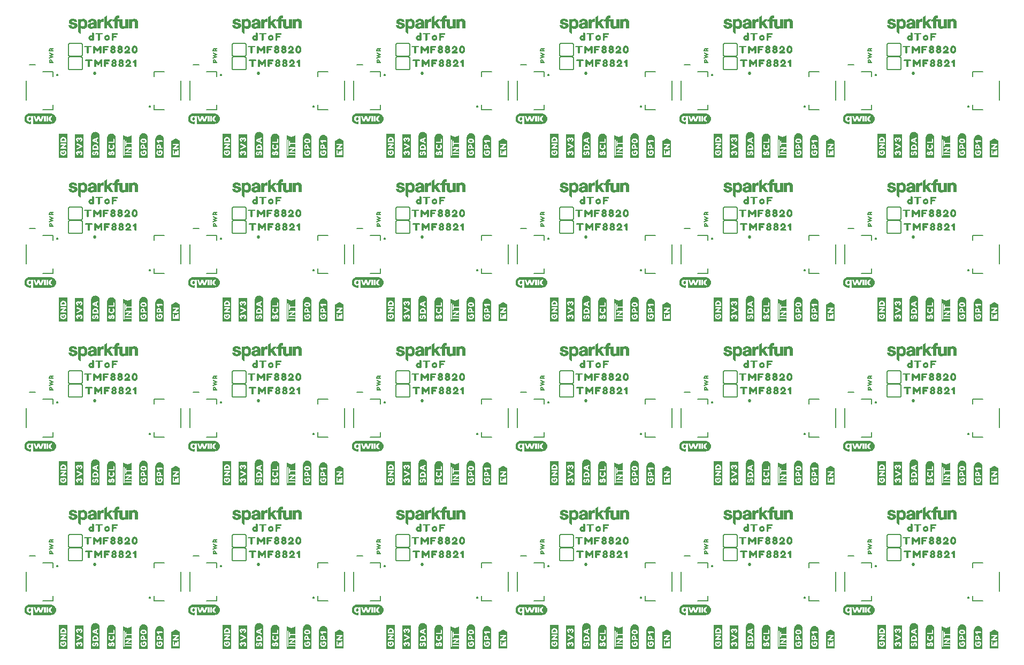
<source format=gto>
G04 EAGLE Gerber RS-274X export*
G75*
%MOMM*%
%FSLAX34Y34*%
%LPD*%
%INSilkscreen Top*%
%IPPOS*%
%AMOC8*
5,1,8,0,0,1.08239X$1,22.5*%
G01*
%ADD10C,0.203200*%
%ADD11C,0.523012*%
%ADD12C,0.152400*%

G36*
X534292Y851463D02*
X534292Y851463D01*
X561789Y851463D01*
X561791Y851464D01*
X561793Y851463D01*
X562320Y851496D01*
X562321Y851496D01*
X562323Y851496D01*
X563375Y851602D01*
X563377Y851604D01*
X563381Y851603D01*
X563897Y851710D01*
X563899Y851712D01*
X563902Y851711D01*
X564913Y852025D01*
X564914Y852027D01*
X564918Y852027D01*
X565403Y852232D01*
X565405Y852234D01*
X565409Y852234D01*
X566338Y852739D01*
X566340Y852742D01*
X566344Y852742D01*
X566778Y853040D01*
X566779Y853043D01*
X566782Y853044D01*
X567598Y853717D01*
X567599Y853720D01*
X567603Y853722D01*
X567968Y854101D01*
X567969Y854103D01*
X567971Y854105D01*
X568644Y854920D01*
X568645Y854924D01*
X568649Y854927D01*
X568930Y855372D01*
X568930Y855374D01*
X568932Y855376D01*
X569437Y856305D01*
X569436Y856309D01*
X569440Y856313D01*
X569626Y856806D01*
X569625Y856808D01*
X569627Y856810D01*
X569941Y857820D01*
X569940Y857824D01*
X569943Y857828D01*
X570028Y858348D01*
X570027Y858349D01*
X570029Y858352D01*
X570135Y859404D01*
X570133Y859407D01*
X570135Y859411D01*
X570127Y859937D01*
X570125Y859939D01*
X570126Y859943D01*
X570020Y860995D01*
X570018Y860997D01*
X570019Y861001D01*
X569917Y861517D01*
X569915Y861519D01*
X569915Y861523D01*
X569602Y862533D01*
X569599Y862535D01*
X569600Y862539D01*
X569398Y863025D01*
X569396Y863027D01*
X569396Y863031D01*
X568891Y863960D01*
X568889Y863962D01*
X568888Y863966D01*
X568593Y864402D01*
X568591Y864403D01*
X568590Y864407D01*
X567917Y865222D01*
X567914Y865223D01*
X567912Y865227D01*
X567535Y865595D01*
X567533Y865596D01*
X567532Y865599D01*
X566716Y866272D01*
X566712Y866272D01*
X566710Y866276D01*
X566266Y866560D01*
X566264Y866560D01*
X566263Y866563D01*
X565333Y867067D01*
X565329Y867067D01*
X565326Y867071D01*
X564834Y867260D01*
X564832Y867260D01*
X564830Y867261D01*
X563820Y867575D01*
X563817Y867574D01*
X563812Y867577D01*
X563294Y867667D01*
X563292Y867666D01*
X563289Y867667D01*
X562237Y867773D01*
X561996Y867798D01*
X561993Y867796D01*
X561990Y867798D01*
X528674Y867798D01*
X528145Y867793D01*
X528143Y867791D01*
X528140Y867792D01*
X526561Y867633D01*
X526557Y867630D01*
X526549Y867631D01*
X525034Y867161D01*
X525030Y867156D01*
X525022Y867156D01*
X523629Y866399D01*
X523626Y866394D01*
X523619Y866392D01*
X522401Y865376D01*
X522399Y865371D01*
X522392Y865367D01*
X521394Y864136D01*
X521394Y864131D01*
X521388Y864126D01*
X520883Y863197D01*
X520884Y863196D01*
X520882Y863195D01*
X520647Y862723D01*
X520648Y862718D01*
X520643Y862713D01*
X520330Y861703D01*
X520330Y861702D01*
X520329Y861701D01*
X520190Y861193D01*
X520191Y861188D01*
X520188Y861182D01*
X520035Y859604D01*
X520038Y859599D01*
X520035Y859591D01*
X520195Y858013D01*
X520198Y858009D01*
X520197Y858001D01*
X520663Y856485D01*
X520667Y856481D01*
X520668Y856473D01*
X521419Y855077D01*
X521424Y855074D01*
X521426Y855067D01*
X521489Y854991D01*
X521696Y854740D01*
X521697Y854740D01*
X521904Y854489D01*
X522112Y854238D01*
X522320Y853987D01*
X522437Y853845D01*
X522443Y853843D01*
X522446Y853836D01*
X523676Y852835D01*
X523681Y852835D01*
X523686Y852829D01*
X525086Y852085D01*
X525091Y852086D01*
X525097Y852080D01*
X526615Y851623D01*
X526620Y851625D01*
X526627Y851621D01*
X528205Y851463D01*
X528208Y851464D01*
X528211Y851463D01*
X530708Y851463D01*
X530727Y851475D01*
X530750Y851479D01*
X530756Y851494D01*
X530765Y851499D01*
X530763Y851510D01*
X530770Y851526D01*
X530769Y851675D01*
X530769Y856058D01*
X530762Y856069D01*
X530764Y856082D01*
X530745Y856095D01*
X530732Y856115D01*
X530719Y856113D01*
X530708Y856121D01*
X530674Y856107D01*
X530665Y856105D01*
X530663Y856102D01*
X530660Y856101D01*
X530438Y855862D01*
X530057Y855508D01*
X529624Y855224D01*
X529152Y855011D01*
X528650Y854885D01*
X528134Y854828D01*
X527613Y854849D01*
X527094Y854898D01*
X526592Y855035D01*
X526101Y855205D01*
X525648Y855459D01*
X525231Y855767D01*
X524844Y856113D01*
X524536Y856532D01*
X524259Y856972D01*
X524044Y857447D01*
X523884Y857942D01*
X523759Y858449D01*
X523660Y859491D01*
X523725Y860535D01*
X523840Y861044D01*
X523973Y861549D01*
X524189Y862022D01*
X524443Y862477D01*
X524749Y862897D01*
X525121Y863258D01*
X525524Y863583D01*
X525978Y863836D01*
X526462Y864024D01*
X526959Y864175D01*
X528000Y864255D01*
X528517Y864206D01*
X529023Y864091D01*
X529505Y863901D01*
X529947Y863632D01*
X530348Y863299D01*
X530663Y863004D01*
X530674Y863002D01*
X530680Y862993D01*
X530705Y862997D01*
X530730Y862992D01*
X530736Y863001D01*
X530747Y863003D01*
X530766Y863044D01*
X530769Y863048D01*
X530768Y863049D01*
X530769Y863050D01*
X530769Y864105D01*
X530773Y864158D01*
X533718Y864158D01*
X533718Y851518D01*
X533730Y851499D01*
X533734Y851476D01*
X533749Y851470D01*
X533754Y851461D01*
X533765Y851463D01*
X533781Y851456D01*
X534292Y851463D01*
G37*
G36*
X275212Y592383D02*
X275212Y592383D01*
X302709Y592383D01*
X302711Y592384D01*
X302713Y592383D01*
X303240Y592416D01*
X303241Y592416D01*
X303243Y592416D01*
X304295Y592522D01*
X304297Y592524D01*
X304301Y592523D01*
X304817Y592630D01*
X304819Y592632D01*
X304822Y592631D01*
X305833Y592945D01*
X305834Y592947D01*
X305838Y592947D01*
X306323Y593152D01*
X306325Y593154D01*
X306329Y593154D01*
X307258Y593659D01*
X307260Y593662D01*
X307264Y593662D01*
X307698Y593960D01*
X307699Y593963D01*
X307702Y593964D01*
X308518Y594637D01*
X308519Y594640D01*
X308523Y594642D01*
X308888Y595021D01*
X308889Y595023D01*
X308891Y595025D01*
X309564Y595840D01*
X309565Y595844D01*
X309569Y595847D01*
X309850Y596292D01*
X309850Y596294D01*
X309852Y596296D01*
X310357Y597225D01*
X310356Y597229D01*
X310360Y597233D01*
X310546Y597726D01*
X310545Y597728D01*
X310547Y597730D01*
X310861Y598740D01*
X310860Y598744D01*
X310863Y598748D01*
X310948Y599268D01*
X310947Y599269D01*
X310949Y599272D01*
X311055Y600324D01*
X311053Y600327D01*
X311055Y600331D01*
X311047Y600857D01*
X311045Y600859D01*
X311046Y600863D01*
X310940Y601915D01*
X310938Y601917D01*
X310939Y601921D01*
X310837Y602437D01*
X310835Y602439D01*
X310835Y602443D01*
X310522Y603453D01*
X310519Y603455D01*
X310520Y603459D01*
X310318Y603945D01*
X310316Y603947D01*
X310316Y603951D01*
X309811Y604880D01*
X309809Y604882D01*
X309808Y604886D01*
X309513Y605322D01*
X309511Y605323D01*
X309510Y605327D01*
X308837Y606142D01*
X308834Y606143D01*
X308832Y606147D01*
X308455Y606515D01*
X308453Y606516D01*
X308452Y606519D01*
X307636Y607192D01*
X307632Y607192D01*
X307630Y607196D01*
X307186Y607480D01*
X307184Y607480D01*
X307183Y607483D01*
X306253Y607987D01*
X306249Y607987D01*
X306246Y607991D01*
X305754Y608180D01*
X305752Y608180D01*
X305750Y608181D01*
X304740Y608495D01*
X304737Y608494D01*
X304732Y608497D01*
X304214Y608587D01*
X304212Y608586D01*
X304209Y608587D01*
X303157Y608693D01*
X302916Y608718D01*
X302913Y608716D01*
X302910Y608718D01*
X269594Y608718D01*
X269065Y608713D01*
X269063Y608711D01*
X269060Y608712D01*
X267481Y608553D01*
X267477Y608550D01*
X267469Y608551D01*
X265954Y608081D01*
X265950Y608076D01*
X265942Y608076D01*
X264549Y607319D01*
X264546Y607314D01*
X264539Y607312D01*
X263321Y606296D01*
X263319Y606291D01*
X263312Y606287D01*
X262314Y605056D01*
X262314Y605051D01*
X262308Y605046D01*
X261803Y604117D01*
X261804Y604116D01*
X261802Y604115D01*
X261567Y603643D01*
X261568Y603638D01*
X261563Y603633D01*
X261250Y602623D01*
X261250Y602622D01*
X261249Y602621D01*
X261110Y602113D01*
X261111Y602108D01*
X261108Y602102D01*
X260955Y600524D01*
X260958Y600519D01*
X260955Y600511D01*
X261115Y598933D01*
X261118Y598929D01*
X261117Y598921D01*
X261583Y597405D01*
X261587Y597401D01*
X261588Y597393D01*
X262339Y595997D01*
X262344Y595994D01*
X262346Y595987D01*
X262409Y595911D01*
X262616Y595660D01*
X262617Y595660D01*
X262824Y595409D01*
X263032Y595158D01*
X263240Y594907D01*
X263357Y594765D01*
X263363Y594763D01*
X263366Y594756D01*
X264596Y593755D01*
X264601Y593755D01*
X264606Y593749D01*
X266006Y593005D01*
X266011Y593006D01*
X266017Y593000D01*
X267535Y592543D01*
X267540Y592545D01*
X267547Y592541D01*
X269125Y592383D01*
X269128Y592384D01*
X269131Y592383D01*
X271628Y592383D01*
X271647Y592395D01*
X271670Y592399D01*
X271676Y592414D01*
X271685Y592419D01*
X271683Y592430D01*
X271690Y592446D01*
X271689Y592595D01*
X271689Y596978D01*
X271682Y596989D01*
X271684Y597002D01*
X271665Y597015D01*
X271652Y597035D01*
X271639Y597033D01*
X271628Y597041D01*
X271594Y597027D01*
X271585Y597025D01*
X271583Y597022D01*
X271580Y597021D01*
X271358Y596782D01*
X270977Y596428D01*
X270544Y596144D01*
X270072Y595931D01*
X269570Y595805D01*
X269054Y595748D01*
X268533Y595769D01*
X268014Y595818D01*
X267512Y595955D01*
X267021Y596125D01*
X266568Y596379D01*
X266151Y596687D01*
X265764Y597033D01*
X265456Y597452D01*
X265179Y597892D01*
X264964Y598367D01*
X264804Y598862D01*
X264679Y599369D01*
X264580Y600411D01*
X264645Y601455D01*
X264760Y601964D01*
X264893Y602469D01*
X265109Y602942D01*
X265363Y603397D01*
X265669Y603817D01*
X266041Y604178D01*
X266444Y604503D01*
X266898Y604756D01*
X267382Y604944D01*
X267879Y605095D01*
X268920Y605175D01*
X269437Y605126D01*
X269943Y605011D01*
X270425Y604821D01*
X270867Y604552D01*
X271268Y604219D01*
X271583Y603924D01*
X271594Y603922D01*
X271600Y603913D01*
X271625Y603917D01*
X271650Y603912D01*
X271656Y603921D01*
X271667Y603923D01*
X271686Y603964D01*
X271689Y603968D01*
X271688Y603969D01*
X271689Y603970D01*
X271689Y605025D01*
X271693Y605078D01*
X274638Y605078D01*
X274638Y592438D01*
X274650Y592419D01*
X274654Y592396D01*
X274669Y592390D01*
X274674Y592381D01*
X274685Y592383D01*
X274701Y592376D01*
X275212Y592383D01*
G37*
G36*
X534292Y74223D02*
X534292Y74223D01*
X561789Y74223D01*
X561791Y74224D01*
X561793Y74223D01*
X562320Y74256D01*
X562321Y74256D01*
X562323Y74256D01*
X563375Y74362D01*
X563377Y74364D01*
X563381Y74363D01*
X563897Y74470D01*
X563899Y74472D01*
X563902Y74471D01*
X564913Y74785D01*
X564914Y74787D01*
X564918Y74787D01*
X565403Y74992D01*
X565405Y74994D01*
X565409Y74994D01*
X566338Y75499D01*
X566340Y75502D01*
X566344Y75502D01*
X566778Y75800D01*
X566779Y75803D01*
X566782Y75804D01*
X567598Y76477D01*
X567599Y76480D01*
X567603Y76482D01*
X567968Y76861D01*
X567969Y76863D01*
X567971Y76865D01*
X568644Y77680D01*
X568645Y77684D01*
X568649Y77687D01*
X568930Y78132D01*
X568930Y78134D01*
X568932Y78136D01*
X569437Y79065D01*
X569436Y79069D01*
X569440Y79073D01*
X569626Y79566D01*
X569625Y79568D01*
X569627Y79570D01*
X569941Y80580D01*
X569940Y80584D01*
X569943Y80588D01*
X570028Y81108D01*
X570027Y81109D01*
X570029Y81112D01*
X570135Y82164D01*
X570133Y82167D01*
X570135Y82171D01*
X570127Y82697D01*
X570125Y82699D01*
X570126Y82703D01*
X570020Y83755D01*
X570018Y83757D01*
X570019Y83761D01*
X569917Y84277D01*
X569915Y84279D01*
X569915Y84283D01*
X569602Y85293D01*
X569599Y85295D01*
X569600Y85299D01*
X569398Y85785D01*
X569396Y85787D01*
X569396Y85791D01*
X568891Y86720D01*
X568889Y86722D01*
X568888Y86726D01*
X568593Y87162D01*
X568591Y87163D01*
X568590Y87167D01*
X567917Y87982D01*
X567914Y87983D01*
X567912Y87987D01*
X567535Y88355D01*
X567533Y88356D01*
X567532Y88359D01*
X566716Y89032D01*
X566712Y89032D01*
X566710Y89036D01*
X566266Y89320D01*
X566264Y89320D01*
X566263Y89323D01*
X565333Y89827D01*
X565329Y89827D01*
X565326Y89831D01*
X564834Y90020D01*
X564832Y90020D01*
X564830Y90021D01*
X563820Y90335D01*
X563817Y90334D01*
X563812Y90337D01*
X563294Y90427D01*
X563292Y90426D01*
X563289Y90427D01*
X562237Y90533D01*
X561996Y90558D01*
X561993Y90556D01*
X561990Y90558D01*
X528674Y90558D01*
X528145Y90553D01*
X528143Y90551D01*
X528140Y90552D01*
X526561Y90393D01*
X526557Y90390D01*
X526549Y90391D01*
X525034Y89921D01*
X525030Y89916D01*
X525022Y89916D01*
X523629Y89159D01*
X523626Y89154D01*
X523619Y89152D01*
X522401Y88136D01*
X522399Y88131D01*
X522392Y88127D01*
X521394Y86896D01*
X521394Y86891D01*
X521388Y86886D01*
X520883Y85957D01*
X520884Y85956D01*
X520882Y85955D01*
X520647Y85483D01*
X520648Y85478D01*
X520643Y85473D01*
X520330Y84463D01*
X520330Y84462D01*
X520329Y84461D01*
X520190Y83953D01*
X520191Y83948D01*
X520188Y83942D01*
X520035Y82364D01*
X520038Y82359D01*
X520035Y82351D01*
X520195Y80773D01*
X520198Y80769D01*
X520197Y80761D01*
X520663Y79245D01*
X520667Y79241D01*
X520668Y79233D01*
X521419Y77837D01*
X521424Y77834D01*
X521426Y77827D01*
X521489Y77751D01*
X521696Y77500D01*
X521697Y77500D01*
X521904Y77249D01*
X522112Y76998D01*
X522320Y76747D01*
X522437Y76605D01*
X522443Y76603D01*
X522446Y76596D01*
X523676Y75595D01*
X523681Y75595D01*
X523686Y75589D01*
X525086Y74845D01*
X525091Y74846D01*
X525097Y74840D01*
X526615Y74383D01*
X526620Y74385D01*
X526627Y74381D01*
X528205Y74223D01*
X528208Y74224D01*
X528211Y74223D01*
X530708Y74223D01*
X530727Y74235D01*
X530750Y74239D01*
X530756Y74254D01*
X530765Y74259D01*
X530763Y74270D01*
X530770Y74286D01*
X530769Y74435D01*
X530769Y78818D01*
X530762Y78829D01*
X530764Y78842D01*
X530745Y78855D01*
X530732Y78875D01*
X530719Y78873D01*
X530708Y78881D01*
X530674Y78867D01*
X530665Y78865D01*
X530663Y78862D01*
X530660Y78861D01*
X530438Y78622D01*
X530057Y78268D01*
X529624Y77984D01*
X529152Y77771D01*
X528650Y77645D01*
X528134Y77588D01*
X527613Y77609D01*
X527094Y77658D01*
X526592Y77795D01*
X526101Y77965D01*
X525648Y78219D01*
X525231Y78527D01*
X524844Y78873D01*
X524536Y79292D01*
X524259Y79732D01*
X524044Y80207D01*
X523884Y80702D01*
X523759Y81209D01*
X523660Y82251D01*
X523725Y83295D01*
X523840Y83804D01*
X523973Y84309D01*
X524189Y84782D01*
X524443Y85237D01*
X524749Y85657D01*
X525121Y86018D01*
X525524Y86343D01*
X525978Y86596D01*
X526462Y86784D01*
X526959Y86935D01*
X528000Y87015D01*
X528517Y86966D01*
X529023Y86851D01*
X529505Y86661D01*
X529947Y86392D01*
X530348Y86059D01*
X530663Y85764D01*
X530674Y85762D01*
X530680Y85753D01*
X530705Y85757D01*
X530730Y85752D01*
X530736Y85761D01*
X530747Y85763D01*
X530766Y85804D01*
X530769Y85808D01*
X530768Y85809D01*
X530769Y85810D01*
X530769Y86865D01*
X530773Y86918D01*
X533718Y86918D01*
X533718Y74278D01*
X533730Y74259D01*
X533734Y74236D01*
X533749Y74230D01*
X533754Y74221D01*
X533765Y74223D01*
X533781Y74216D01*
X534292Y74223D01*
G37*
G36*
X16132Y74223D02*
X16132Y74223D01*
X43629Y74223D01*
X43631Y74224D01*
X43633Y74223D01*
X44160Y74256D01*
X44161Y74256D01*
X44163Y74256D01*
X45215Y74362D01*
X45217Y74364D01*
X45221Y74363D01*
X45737Y74470D01*
X45739Y74472D01*
X45742Y74471D01*
X46753Y74785D01*
X46754Y74787D01*
X46758Y74787D01*
X47243Y74992D01*
X47245Y74994D01*
X47249Y74994D01*
X48178Y75499D01*
X48180Y75502D01*
X48184Y75502D01*
X48618Y75800D01*
X48619Y75803D01*
X48622Y75804D01*
X49438Y76477D01*
X49439Y76480D01*
X49443Y76482D01*
X49808Y76861D01*
X49809Y76863D01*
X49811Y76865D01*
X50484Y77680D01*
X50485Y77684D01*
X50489Y77687D01*
X50770Y78132D01*
X50770Y78134D01*
X50772Y78136D01*
X51277Y79065D01*
X51276Y79069D01*
X51280Y79073D01*
X51466Y79566D01*
X51465Y79568D01*
X51467Y79570D01*
X51781Y80580D01*
X51780Y80584D01*
X51783Y80588D01*
X51868Y81108D01*
X51867Y81109D01*
X51869Y81112D01*
X51975Y82164D01*
X51973Y82167D01*
X51975Y82171D01*
X51967Y82697D01*
X51965Y82699D01*
X51966Y82703D01*
X51860Y83755D01*
X51858Y83757D01*
X51859Y83761D01*
X51757Y84277D01*
X51755Y84279D01*
X51755Y84283D01*
X51442Y85293D01*
X51439Y85295D01*
X51440Y85299D01*
X51238Y85785D01*
X51236Y85787D01*
X51236Y85791D01*
X50731Y86720D01*
X50729Y86722D01*
X50728Y86726D01*
X50433Y87162D01*
X50431Y87163D01*
X50430Y87167D01*
X49757Y87982D01*
X49754Y87983D01*
X49752Y87987D01*
X49375Y88355D01*
X49373Y88356D01*
X49372Y88359D01*
X48556Y89032D01*
X48552Y89032D01*
X48550Y89036D01*
X48106Y89320D01*
X48104Y89320D01*
X48103Y89323D01*
X47173Y89827D01*
X47169Y89827D01*
X47166Y89831D01*
X46674Y90020D01*
X46672Y90020D01*
X46670Y90021D01*
X45660Y90335D01*
X45657Y90334D01*
X45652Y90337D01*
X45134Y90427D01*
X45132Y90426D01*
X45129Y90427D01*
X44077Y90533D01*
X43836Y90558D01*
X43833Y90556D01*
X43830Y90558D01*
X10514Y90558D01*
X9985Y90553D01*
X9983Y90551D01*
X9980Y90552D01*
X8401Y90393D01*
X8397Y90390D01*
X8389Y90391D01*
X6874Y89921D01*
X6870Y89916D01*
X6862Y89916D01*
X5469Y89159D01*
X5466Y89154D01*
X5459Y89152D01*
X4241Y88136D01*
X4239Y88131D01*
X4232Y88127D01*
X3234Y86896D01*
X3234Y86891D01*
X3228Y86886D01*
X2723Y85957D01*
X2724Y85956D01*
X2722Y85955D01*
X2487Y85483D01*
X2488Y85478D01*
X2483Y85473D01*
X2170Y84463D01*
X2170Y84462D01*
X2169Y84461D01*
X2030Y83953D01*
X2031Y83948D01*
X2028Y83942D01*
X1875Y82364D01*
X1878Y82359D01*
X1875Y82351D01*
X2035Y80773D01*
X2038Y80769D01*
X2037Y80761D01*
X2503Y79245D01*
X2507Y79241D01*
X2508Y79233D01*
X3259Y77837D01*
X3264Y77834D01*
X3266Y77827D01*
X3329Y77751D01*
X3536Y77500D01*
X3537Y77500D01*
X3744Y77249D01*
X3952Y76998D01*
X4160Y76747D01*
X4277Y76605D01*
X4283Y76603D01*
X4286Y76596D01*
X5516Y75595D01*
X5521Y75595D01*
X5526Y75589D01*
X6926Y74845D01*
X6931Y74846D01*
X6937Y74840D01*
X8455Y74383D01*
X8460Y74385D01*
X8467Y74381D01*
X10045Y74223D01*
X10048Y74224D01*
X10051Y74223D01*
X12548Y74223D01*
X12567Y74235D01*
X12590Y74239D01*
X12596Y74254D01*
X12605Y74259D01*
X12603Y74270D01*
X12610Y74286D01*
X12609Y74435D01*
X12609Y78818D01*
X12602Y78829D01*
X12604Y78842D01*
X12585Y78855D01*
X12572Y78875D01*
X12559Y78873D01*
X12548Y78881D01*
X12514Y78867D01*
X12505Y78865D01*
X12503Y78862D01*
X12500Y78861D01*
X12278Y78622D01*
X11897Y78268D01*
X11464Y77984D01*
X10992Y77771D01*
X10490Y77645D01*
X9974Y77588D01*
X9453Y77609D01*
X8934Y77658D01*
X8432Y77795D01*
X7941Y77965D01*
X7488Y78219D01*
X7071Y78527D01*
X6684Y78873D01*
X6376Y79292D01*
X6099Y79732D01*
X5884Y80207D01*
X5724Y80702D01*
X5599Y81209D01*
X5500Y82251D01*
X5565Y83295D01*
X5680Y83804D01*
X5813Y84309D01*
X6029Y84782D01*
X6283Y85237D01*
X6589Y85657D01*
X6961Y86018D01*
X7364Y86343D01*
X7818Y86596D01*
X8302Y86784D01*
X8799Y86935D01*
X9840Y87015D01*
X10357Y86966D01*
X10863Y86851D01*
X11345Y86661D01*
X11787Y86392D01*
X12188Y86059D01*
X12503Y85764D01*
X12514Y85762D01*
X12520Y85753D01*
X12545Y85757D01*
X12570Y85752D01*
X12576Y85761D01*
X12587Y85763D01*
X12606Y85804D01*
X12609Y85808D01*
X12608Y85809D01*
X12609Y85810D01*
X12609Y86865D01*
X12613Y86918D01*
X15558Y86918D01*
X15558Y74278D01*
X15570Y74259D01*
X15574Y74236D01*
X15589Y74230D01*
X15594Y74221D01*
X15605Y74223D01*
X15621Y74216D01*
X16132Y74223D01*
G37*
G36*
X793372Y851463D02*
X793372Y851463D01*
X820869Y851463D01*
X820871Y851464D01*
X820873Y851463D01*
X821400Y851496D01*
X821401Y851496D01*
X821403Y851496D01*
X822455Y851602D01*
X822457Y851604D01*
X822461Y851603D01*
X822977Y851710D01*
X822979Y851712D01*
X822982Y851711D01*
X823993Y852025D01*
X823994Y852027D01*
X823998Y852027D01*
X824483Y852232D01*
X824485Y852234D01*
X824489Y852234D01*
X825418Y852739D01*
X825420Y852742D01*
X825424Y852742D01*
X825858Y853040D01*
X825859Y853043D01*
X825862Y853044D01*
X826678Y853717D01*
X826679Y853720D01*
X826683Y853722D01*
X827048Y854101D01*
X827049Y854103D01*
X827051Y854105D01*
X827724Y854920D01*
X827725Y854924D01*
X827729Y854927D01*
X828010Y855372D01*
X828010Y855374D01*
X828012Y855376D01*
X828517Y856305D01*
X828516Y856309D01*
X828520Y856313D01*
X828706Y856806D01*
X828705Y856808D01*
X828707Y856810D01*
X829021Y857820D01*
X829020Y857824D01*
X829023Y857828D01*
X829108Y858348D01*
X829107Y858349D01*
X829109Y858352D01*
X829215Y859404D01*
X829213Y859407D01*
X829215Y859411D01*
X829207Y859937D01*
X829205Y859939D01*
X829206Y859943D01*
X829100Y860995D01*
X829098Y860997D01*
X829099Y861001D01*
X828997Y861517D01*
X828995Y861519D01*
X828995Y861523D01*
X828682Y862533D01*
X828679Y862535D01*
X828680Y862539D01*
X828478Y863025D01*
X828476Y863027D01*
X828476Y863031D01*
X827971Y863960D01*
X827969Y863962D01*
X827968Y863966D01*
X827673Y864402D01*
X827671Y864403D01*
X827670Y864407D01*
X826997Y865222D01*
X826994Y865223D01*
X826992Y865227D01*
X826615Y865595D01*
X826613Y865596D01*
X826612Y865599D01*
X825796Y866272D01*
X825792Y866272D01*
X825790Y866276D01*
X825346Y866560D01*
X825344Y866560D01*
X825343Y866563D01*
X824413Y867067D01*
X824409Y867067D01*
X824406Y867071D01*
X823914Y867260D01*
X823912Y867260D01*
X823910Y867261D01*
X822900Y867575D01*
X822897Y867574D01*
X822892Y867577D01*
X822374Y867667D01*
X822372Y867666D01*
X822369Y867667D01*
X821317Y867773D01*
X821076Y867798D01*
X821073Y867796D01*
X821070Y867798D01*
X787754Y867798D01*
X787225Y867793D01*
X787223Y867791D01*
X787220Y867792D01*
X785641Y867633D01*
X785637Y867630D01*
X785629Y867631D01*
X784114Y867161D01*
X784110Y867156D01*
X784102Y867156D01*
X782709Y866399D01*
X782706Y866394D01*
X782699Y866392D01*
X781481Y865376D01*
X781479Y865371D01*
X781472Y865367D01*
X780474Y864136D01*
X780474Y864131D01*
X780468Y864126D01*
X779963Y863197D01*
X779964Y863196D01*
X779962Y863195D01*
X779727Y862723D01*
X779728Y862718D01*
X779723Y862713D01*
X779410Y861703D01*
X779410Y861702D01*
X779409Y861701D01*
X779270Y861193D01*
X779271Y861188D01*
X779268Y861182D01*
X779115Y859604D01*
X779118Y859599D01*
X779115Y859591D01*
X779275Y858013D01*
X779278Y858009D01*
X779277Y858001D01*
X779743Y856485D01*
X779747Y856481D01*
X779748Y856473D01*
X780499Y855077D01*
X780504Y855074D01*
X780506Y855067D01*
X780569Y854991D01*
X780776Y854740D01*
X780777Y854740D01*
X780984Y854489D01*
X781192Y854238D01*
X781400Y853987D01*
X781517Y853845D01*
X781523Y853843D01*
X781526Y853836D01*
X782756Y852835D01*
X782761Y852835D01*
X782766Y852829D01*
X784166Y852085D01*
X784171Y852086D01*
X784177Y852080D01*
X785695Y851623D01*
X785700Y851625D01*
X785707Y851621D01*
X787285Y851463D01*
X787288Y851464D01*
X787291Y851463D01*
X789788Y851463D01*
X789807Y851475D01*
X789830Y851479D01*
X789836Y851494D01*
X789845Y851499D01*
X789843Y851510D01*
X789850Y851526D01*
X789849Y851675D01*
X789849Y856058D01*
X789842Y856069D01*
X789844Y856082D01*
X789825Y856095D01*
X789812Y856115D01*
X789799Y856113D01*
X789788Y856121D01*
X789754Y856107D01*
X789745Y856105D01*
X789743Y856102D01*
X789740Y856101D01*
X789518Y855862D01*
X789137Y855508D01*
X788704Y855224D01*
X788232Y855011D01*
X787730Y854885D01*
X787214Y854828D01*
X786693Y854849D01*
X786174Y854898D01*
X785672Y855035D01*
X785181Y855205D01*
X784728Y855459D01*
X784311Y855767D01*
X783924Y856113D01*
X783616Y856532D01*
X783339Y856972D01*
X783124Y857447D01*
X782964Y857942D01*
X782839Y858449D01*
X782740Y859491D01*
X782805Y860535D01*
X782920Y861044D01*
X783053Y861549D01*
X783269Y862022D01*
X783523Y862477D01*
X783829Y862897D01*
X784201Y863258D01*
X784604Y863583D01*
X785058Y863836D01*
X785542Y864024D01*
X786039Y864175D01*
X787080Y864255D01*
X787597Y864206D01*
X788103Y864091D01*
X788585Y863901D01*
X789027Y863632D01*
X789428Y863299D01*
X789743Y863004D01*
X789754Y863002D01*
X789760Y862993D01*
X789785Y862997D01*
X789810Y862992D01*
X789816Y863001D01*
X789827Y863003D01*
X789846Y863044D01*
X789849Y863048D01*
X789848Y863049D01*
X789849Y863050D01*
X789849Y864105D01*
X789853Y864158D01*
X792798Y864158D01*
X792798Y851518D01*
X792810Y851499D01*
X792814Y851476D01*
X792829Y851470D01*
X792834Y851461D01*
X792845Y851463D01*
X792861Y851456D01*
X793372Y851463D01*
G37*
G36*
X1052452Y851463D02*
X1052452Y851463D01*
X1079949Y851463D01*
X1079951Y851464D01*
X1079953Y851463D01*
X1080480Y851496D01*
X1080481Y851496D01*
X1080483Y851496D01*
X1081535Y851602D01*
X1081537Y851604D01*
X1081541Y851603D01*
X1082057Y851710D01*
X1082059Y851712D01*
X1082062Y851711D01*
X1083073Y852025D01*
X1083074Y852027D01*
X1083078Y852027D01*
X1083563Y852232D01*
X1083565Y852234D01*
X1083569Y852234D01*
X1084498Y852739D01*
X1084500Y852742D01*
X1084504Y852742D01*
X1084938Y853040D01*
X1084939Y853043D01*
X1084942Y853044D01*
X1085758Y853717D01*
X1085759Y853720D01*
X1085763Y853722D01*
X1086128Y854101D01*
X1086129Y854103D01*
X1086131Y854105D01*
X1086804Y854920D01*
X1086805Y854924D01*
X1086809Y854927D01*
X1087090Y855372D01*
X1087090Y855374D01*
X1087092Y855376D01*
X1087597Y856305D01*
X1087596Y856309D01*
X1087600Y856313D01*
X1087786Y856806D01*
X1087785Y856808D01*
X1087787Y856810D01*
X1088101Y857820D01*
X1088100Y857824D01*
X1088103Y857828D01*
X1088188Y858348D01*
X1088187Y858349D01*
X1088189Y858352D01*
X1088295Y859404D01*
X1088293Y859407D01*
X1088295Y859411D01*
X1088287Y859937D01*
X1088285Y859939D01*
X1088286Y859943D01*
X1088180Y860995D01*
X1088178Y860997D01*
X1088179Y861001D01*
X1088077Y861517D01*
X1088075Y861519D01*
X1088075Y861523D01*
X1087762Y862533D01*
X1087759Y862535D01*
X1087760Y862539D01*
X1087558Y863025D01*
X1087556Y863027D01*
X1087556Y863031D01*
X1087051Y863960D01*
X1087049Y863962D01*
X1087048Y863966D01*
X1086753Y864402D01*
X1086751Y864403D01*
X1086750Y864407D01*
X1086077Y865222D01*
X1086074Y865223D01*
X1086072Y865227D01*
X1085695Y865595D01*
X1085693Y865596D01*
X1085692Y865599D01*
X1084876Y866272D01*
X1084872Y866272D01*
X1084870Y866276D01*
X1084426Y866560D01*
X1084424Y866560D01*
X1084423Y866563D01*
X1083493Y867067D01*
X1083489Y867067D01*
X1083486Y867071D01*
X1082994Y867260D01*
X1082992Y867260D01*
X1082990Y867261D01*
X1081980Y867575D01*
X1081977Y867574D01*
X1081972Y867577D01*
X1081454Y867667D01*
X1081452Y867666D01*
X1081449Y867667D01*
X1080397Y867773D01*
X1080156Y867798D01*
X1080153Y867796D01*
X1080150Y867798D01*
X1046834Y867798D01*
X1046305Y867793D01*
X1046303Y867791D01*
X1046300Y867792D01*
X1044721Y867633D01*
X1044717Y867630D01*
X1044709Y867631D01*
X1043194Y867161D01*
X1043190Y867156D01*
X1043182Y867156D01*
X1041789Y866399D01*
X1041786Y866394D01*
X1041779Y866392D01*
X1040561Y865376D01*
X1040559Y865371D01*
X1040552Y865367D01*
X1039554Y864136D01*
X1039554Y864131D01*
X1039548Y864126D01*
X1039043Y863197D01*
X1039044Y863196D01*
X1039042Y863195D01*
X1038807Y862723D01*
X1038808Y862718D01*
X1038803Y862713D01*
X1038490Y861703D01*
X1038490Y861702D01*
X1038489Y861701D01*
X1038350Y861193D01*
X1038351Y861188D01*
X1038348Y861182D01*
X1038195Y859604D01*
X1038198Y859599D01*
X1038195Y859591D01*
X1038355Y858013D01*
X1038358Y858009D01*
X1038357Y858001D01*
X1038823Y856485D01*
X1038827Y856481D01*
X1038828Y856473D01*
X1039579Y855077D01*
X1039584Y855074D01*
X1039586Y855067D01*
X1039649Y854991D01*
X1039856Y854740D01*
X1039857Y854740D01*
X1040064Y854489D01*
X1040272Y854238D01*
X1040480Y853987D01*
X1040597Y853845D01*
X1040603Y853843D01*
X1040606Y853836D01*
X1041836Y852835D01*
X1041841Y852835D01*
X1041846Y852829D01*
X1043246Y852085D01*
X1043251Y852086D01*
X1043257Y852080D01*
X1044775Y851623D01*
X1044780Y851625D01*
X1044787Y851621D01*
X1046365Y851463D01*
X1046368Y851464D01*
X1046371Y851463D01*
X1048868Y851463D01*
X1048887Y851475D01*
X1048910Y851479D01*
X1048916Y851494D01*
X1048925Y851499D01*
X1048923Y851510D01*
X1048930Y851526D01*
X1048929Y851675D01*
X1048929Y856058D01*
X1048922Y856069D01*
X1048924Y856082D01*
X1048905Y856095D01*
X1048892Y856115D01*
X1048879Y856113D01*
X1048868Y856121D01*
X1048834Y856107D01*
X1048825Y856105D01*
X1048823Y856102D01*
X1048820Y856101D01*
X1048598Y855862D01*
X1048217Y855508D01*
X1047784Y855224D01*
X1047312Y855011D01*
X1046810Y854885D01*
X1046294Y854828D01*
X1045773Y854849D01*
X1045254Y854898D01*
X1044752Y855035D01*
X1044261Y855205D01*
X1043808Y855459D01*
X1043391Y855767D01*
X1043004Y856113D01*
X1042696Y856532D01*
X1042419Y856972D01*
X1042204Y857447D01*
X1042044Y857942D01*
X1041919Y858449D01*
X1041820Y859491D01*
X1041885Y860535D01*
X1042000Y861044D01*
X1042133Y861549D01*
X1042349Y862022D01*
X1042603Y862477D01*
X1042909Y862897D01*
X1043281Y863258D01*
X1043684Y863583D01*
X1044138Y863836D01*
X1044622Y864024D01*
X1045119Y864175D01*
X1046160Y864255D01*
X1046677Y864206D01*
X1047183Y864091D01*
X1047665Y863901D01*
X1048107Y863632D01*
X1048508Y863299D01*
X1048823Y863004D01*
X1048834Y863002D01*
X1048840Y862993D01*
X1048865Y862997D01*
X1048890Y862992D01*
X1048896Y863001D01*
X1048907Y863003D01*
X1048926Y863044D01*
X1048929Y863048D01*
X1048928Y863049D01*
X1048929Y863050D01*
X1048929Y864105D01*
X1048933Y864158D01*
X1051878Y864158D01*
X1051878Y851518D01*
X1051890Y851499D01*
X1051894Y851476D01*
X1051909Y851470D01*
X1051914Y851461D01*
X1051925Y851463D01*
X1051941Y851456D01*
X1052452Y851463D01*
G37*
G36*
X793372Y592383D02*
X793372Y592383D01*
X820869Y592383D01*
X820871Y592384D01*
X820873Y592383D01*
X821400Y592416D01*
X821401Y592416D01*
X821403Y592416D01*
X822455Y592522D01*
X822457Y592524D01*
X822461Y592523D01*
X822977Y592630D01*
X822979Y592632D01*
X822982Y592631D01*
X823993Y592945D01*
X823994Y592947D01*
X823998Y592947D01*
X824483Y593152D01*
X824485Y593154D01*
X824489Y593154D01*
X825418Y593659D01*
X825420Y593662D01*
X825424Y593662D01*
X825858Y593960D01*
X825859Y593963D01*
X825862Y593964D01*
X826678Y594637D01*
X826679Y594640D01*
X826683Y594642D01*
X827048Y595021D01*
X827049Y595023D01*
X827051Y595025D01*
X827724Y595840D01*
X827725Y595844D01*
X827729Y595847D01*
X828010Y596292D01*
X828010Y596294D01*
X828012Y596296D01*
X828517Y597225D01*
X828516Y597229D01*
X828520Y597233D01*
X828706Y597726D01*
X828705Y597728D01*
X828707Y597730D01*
X829021Y598740D01*
X829020Y598744D01*
X829023Y598748D01*
X829108Y599268D01*
X829107Y599269D01*
X829109Y599272D01*
X829215Y600324D01*
X829213Y600327D01*
X829215Y600331D01*
X829207Y600857D01*
X829205Y600859D01*
X829206Y600863D01*
X829100Y601915D01*
X829098Y601917D01*
X829099Y601921D01*
X828997Y602437D01*
X828995Y602439D01*
X828995Y602443D01*
X828682Y603453D01*
X828679Y603455D01*
X828680Y603459D01*
X828478Y603945D01*
X828476Y603947D01*
X828476Y603951D01*
X827971Y604880D01*
X827969Y604882D01*
X827968Y604886D01*
X827673Y605322D01*
X827671Y605323D01*
X827670Y605327D01*
X826997Y606142D01*
X826994Y606143D01*
X826992Y606147D01*
X826615Y606515D01*
X826613Y606516D01*
X826612Y606519D01*
X825796Y607192D01*
X825792Y607192D01*
X825790Y607196D01*
X825346Y607480D01*
X825344Y607480D01*
X825343Y607483D01*
X824413Y607987D01*
X824409Y607987D01*
X824406Y607991D01*
X823914Y608180D01*
X823912Y608180D01*
X823910Y608181D01*
X822900Y608495D01*
X822897Y608494D01*
X822892Y608497D01*
X822374Y608587D01*
X822372Y608586D01*
X822369Y608587D01*
X821317Y608693D01*
X821076Y608718D01*
X821073Y608716D01*
X821070Y608718D01*
X787754Y608718D01*
X787225Y608713D01*
X787223Y608711D01*
X787220Y608712D01*
X785641Y608553D01*
X785637Y608550D01*
X785629Y608551D01*
X784114Y608081D01*
X784110Y608076D01*
X784102Y608076D01*
X782709Y607319D01*
X782706Y607314D01*
X782699Y607312D01*
X781481Y606296D01*
X781479Y606291D01*
X781472Y606287D01*
X780474Y605056D01*
X780474Y605051D01*
X780468Y605046D01*
X779963Y604117D01*
X779964Y604116D01*
X779962Y604115D01*
X779727Y603643D01*
X779728Y603638D01*
X779723Y603633D01*
X779410Y602623D01*
X779410Y602622D01*
X779409Y602621D01*
X779270Y602113D01*
X779271Y602108D01*
X779268Y602102D01*
X779115Y600524D01*
X779118Y600519D01*
X779115Y600511D01*
X779275Y598933D01*
X779278Y598929D01*
X779277Y598921D01*
X779743Y597405D01*
X779747Y597401D01*
X779748Y597393D01*
X780499Y595997D01*
X780504Y595994D01*
X780506Y595987D01*
X780569Y595911D01*
X780776Y595660D01*
X780777Y595660D01*
X780984Y595409D01*
X781192Y595158D01*
X781400Y594907D01*
X781517Y594765D01*
X781523Y594763D01*
X781526Y594756D01*
X782756Y593755D01*
X782761Y593755D01*
X782766Y593749D01*
X784166Y593005D01*
X784171Y593006D01*
X784177Y593000D01*
X785695Y592543D01*
X785700Y592545D01*
X785707Y592541D01*
X787285Y592383D01*
X787288Y592384D01*
X787291Y592383D01*
X789788Y592383D01*
X789807Y592395D01*
X789830Y592399D01*
X789836Y592414D01*
X789845Y592419D01*
X789843Y592430D01*
X789850Y592446D01*
X789849Y592595D01*
X789849Y596978D01*
X789842Y596989D01*
X789844Y597002D01*
X789825Y597015D01*
X789812Y597035D01*
X789799Y597033D01*
X789788Y597041D01*
X789754Y597027D01*
X789745Y597025D01*
X789743Y597022D01*
X789740Y597021D01*
X789518Y596782D01*
X789137Y596428D01*
X788704Y596144D01*
X788232Y595931D01*
X787730Y595805D01*
X787214Y595748D01*
X786693Y595769D01*
X786174Y595818D01*
X785672Y595955D01*
X785181Y596125D01*
X784728Y596379D01*
X784311Y596687D01*
X783924Y597033D01*
X783616Y597452D01*
X783339Y597892D01*
X783124Y598367D01*
X782964Y598862D01*
X782839Y599369D01*
X782740Y600411D01*
X782805Y601455D01*
X782920Y601964D01*
X783053Y602469D01*
X783269Y602942D01*
X783523Y603397D01*
X783829Y603817D01*
X784201Y604178D01*
X784604Y604503D01*
X785058Y604756D01*
X785542Y604944D01*
X786039Y605095D01*
X787080Y605175D01*
X787597Y605126D01*
X788103Y605011D01*
X788585Y604821D01*
X789027Y604552D01*
X789428Y604219D01*
X789743Y603924D01*
X789754Y603922D01*
X789760Y603913D01*
X789785Y603917D01*
X789810Y603912D01*
X789816Y603921D01*
X789827Y603923D01*
X789846Y603964D01*
X789849Y603968D01*
X789848Y603969D01*
X789849Y603970D01*
X789849Y605025D01*
X789853Y605078D01*
X792798Y605078D01*
X792798Y592438D01*
X792810Y592419D01*
X792814Y592396D01*
X792829Y592390D01*
X792834Y592381D01*
X792845Y592383D01*
X792861Y592376D01*
X793372Y592383D01*
G37*
G36*
X1311532Y592383D02*
X1311532Y592383D01*
X1339029Y592383D01*
X1339031Y592384D01*
X1339033Y592383D01*
X1339560Y592416D01*
X1339561Y592416D01*
X1339563Y592416D01*
X1340615Y592522D01*
X1340617Y592524D01*
X1340621Y592523D01*
X1341137Y592630D01*
X1341139Y592632D01*
X1341142Y592631D01*
X1342153Y592945D01*
X1342154Y592947D01*
X1342158Y592947D01*
X1342643Y593152D01*
X1342645Y593154D01*
X1342649Y593154D01*
X1343578Y593659D01*
X1343580Y593662D01*
X1343584Y593662D01*
X1344018Y593960D01*
X1344019Y593963D01*
X1344022Y593964D01*
X1344838Y594637D01*
X1344839Y594640D01*
X1344843Y594642D01*
X1345208Y595021D01*
X1345209Y595023D01*
X1345211Y595025D01*
X1345884Y595840D01*
X1345885Y595844D01*
X1345889Y595847D01*
X1346170Y596292D01*
X1346170Y596294D01*
X1346172Y596296D01*
X1346677Y597225D01*
X1346676Y597229D01*
X1346680Y597233D01*
X1346866Y597726D01*
X1346865Y597728D01*
X1346867Y597730D01*
X1347181Y598740D01*
X1347180Y598744D01*
X1347183Y598748D01*
X1347268Y599268D01*
X1347267Y599269D01*
X1347269Y599272D01*
X1347375Y600324D01*
X1347373Y600327D01*
X1347375Y600331D01*
X1347367Y600857D01*
X1347365Y600859D01*
X1347366Y600863D01*
X1347260Y601915D01*
X1347258Y601917D01*
X1347259Y601921D01*
X1347157Y602437D01*
X1347155Y602439D01*
X1347155Y602443D01*
X1346842Y603453D01*
X1346839Y603455D01*
X1346840Y603459D01*
X1346638Y603945D01*
X1346636Y603947D01*
X1346636Y603951D01*
X1346131Y604880D01*
X1346129Y604882D01*
X1346128Y604886D01*
X1345833Y605322D01*
X1345831Y605323D01*
X1345830Y605327D01*
X1345157Y606142D01*
X1345154Y606143D01*
X1345152Y606147D01*
X1344775Y606515D01*
X1344773Y606516D01*
X1344772Y606519D01*
X1343956Y607192D01*
X1343952Y607192D01*
X1343950Y607196D01*
X1343506Y607480D01*
X1343504Y607480D01*
X1343503Y607483D01*
X1342573Y607987D01*
X1342569Y607987D01*
X1342566Y607991D01*
X1342074Y608180D01*
X1342072Y608180D01*
X1342070Y608181D01*
X1341060Y608495D01*
X1341057Y608494D01*
X1341052Y608497D01*
X1340534Y608587D01*
X1340532Y608586D01*
X1340529Y608587D01*
X1339477Y608693D01*
X1339236Y608718D01*
X1339233Y608716D01*
X1339230Y608718D01*
X1305914Y608718D01*
X1305385Y608713D01*
X1305383Y608711D01*
X1305380Y608712D01*
X1303801Y608553D01*
X1303797Y608550D01*
X1303789Y608551D01*
X1302274Y608081D01*
X1302270Y608076D01*
X1302262Y608076D01*
X1300869Y607319D01*
X1300866Y607314D01*
X1300859Y607312D01*
X1299641Y606296D01*
X1299639Y606291D01*
X1299632Y606287D01*
X1298634Y605056D01*
X1298634Y605051D01*
X1298628Y605046D01*
X1298123Y604117D01*
X1298124Y604116D01*
X1298122Y604115D01*
X1297887Y603643D01*
X1297888Y603638D01*
X1297883Y603633D01*
X1297570Y602623D01*
X1297570Y602622D01*
X1297569Y602621D01*
X1297430Y602113D01*
X1297431Y602108D01*
X1297428Y602102D01*
X1297275Y600524D01*
X1297278Y600519D01*
X1297275Y600511D01*
X1297435Y598933D01*
X1297438Y598929D01*
X1297437Y598921D01*
X1297903Y597405D01*
X1297907Y597401D01*
X1297908Y597393D01*
X1298659Y595997D01*
X1298664Y595994D01*
X1298666Y595987D01*
X1298729Y595911D01*
X1298936Y595660D01*
X1298937Y595660D01*
X1299144Y595409D01*
X1299352Y595158D01*
X1299560Y594907D01*
X1299677Y594765D01*
X1299683Y594763D01*
X1299686Y594756D01*
X1300916Y593755D01*
X1300921Y593755D01*
X1300926Y593749D01*
X1302326Y593005D01*
X1302331Y593006D01*
X1302337Y593000D01*
X1303855Y592543D01*
X1303860Y592545D01*
X1303867Y592541D01*
X1305445Y592383D01*
X1305448Y592384D01*
X1305451Y592383D01*
X1307948Y592383D01*
X1307967Y592395D01*
X1307990Y592399D01*
X1307996Y592414D01*
X1308005Y592419D01*
X1308003Y592430D01*
X1308010Y592446D01*
X1308009Y592595D01*
X1308009Y596978D01*
X1308002Y596989D01*
X1308004Y597002D01*
X1307985Y597015D01*
X1307972Y597035D01*
X1307959Y597033D01*
X1307948Y597041D01*
X1307914Y597027D01*
X1307905Y597025D01*
X1307903Y597022D01*
X1307900Y597021D01*
X1307678Y596782D01*
X1307297Y596428D01*
X1306864Y596144D01*
X1306392Y595931D01*
X1305890Y595805D01*
X1305374Y595748D01*
X1304853Y595769D01*
X1304334Y595818D01*
X1303832Y595955D01*
X1303341Y596125D01*
X1302888Y596379D01*
X1302471Y596687D01*
X1302084Y597033D01*
X1301776Y597452D01*
X1301499Y597892D01*
X1301284Y598367D01*
X1301124Y598862D01*
X1300999Y599369D01*
X1300900Y600411D01*
X1300965Y601455D01*
X1301080Y601964D01*
X1301213Y602469D01*
X1301429Y602942D01*
X1301683Y603397D01*
X1301989Y603817D01*
X1302361Y604178D01*
X1302764Y604503D01*
X1303218Y604756D01*
X1303702Y604944D01*
X1304199Y605095D01*
X1305240Y605175D01*
X1305757Y605126D01*
X1306263Y605011D01*
X1306745Y604821D01*
X1307187Y604552D01*
X1307588Y604219D01*
X1307903Y603924D01*
X1307914Y603922D01*
X1307920Y603913D01*
X1307945Y603917D01*
X1307970Y603912D01*
X1307976Y603921D01*
X1307987Y603923D01*
X1308006Y603964D01*
X1308009Y603968D01*
X1308008Y603969D01*
X1308009Y603970D01*
X1308009Y605025D01*
X1308013Y605078D01*
X1310958Y605078D01*
X1310958Y592438D01*
X1310970Y592419D01*
X1310974Y592396D01*
X1310989Y592390D01*
X1310994Y592381D01*
X1311005Y592383D01*
X1311021Y592376D01*
X1311532Y592383D01*
G37*
G36*
X275212Y851463D02*
X275212Y851463D01*
X302709Y851463D01*
X302711Y851464D01*
X302713Y851463D01*
X303240Y851496D01*
X303241Y851496D01*
X303243Y851496D01*
X304295Y851602D01*
X304297Y851604D01*
X304301Y851603D01*
X304817Y851710D01*
X304819Y851712D01*
X304822Y851711D01*
X305833Y852025D01*
X305834Y852027D01*
X305838Y852027D01*
X306323Y852232D01*
X306325Y852234D01*
X306329Y852234D01*
X307258Y852739D01*
X307260Y852742D01*
X307264Y852742D01*
X307698Y853040D01*
X307699Y853043D01*
X307702Y853044D01*
X308518Y853717D01*
X308519Y853720D01*
X308523Y853722D01*
X308888Y854101D01*
X308889Y854103D01*
X308891Y854105D01*
X309564Y854920D01*
X309565Y854924D01*
X309569Y854927D01*
X309850Y855372D01*
X309850Y855374D01*
X309852Y855376D01*
X310357Y856305D01*
X310356Y856309D01*
X310360Y856313D01*
X310546Y856806D01*
X310545Y856808D01*
X310547Y856810D01*
X310861Y857820D01*
X310860Y857824D01*
X310863Y857828D01*
X310948Y858348D01*
X310947Y858349D01*
X310949Y858352D01*
X311055Y859404D01*
X311053Y859407D01*
X311055Y859411D01*
X311047Y859937D01*
X311045Y859939D01*
X311046Y859943D01*
X310940Y860995D01*
X310938Y860997D01*
X310939Y861001D01*
X310837Y861517D01*
X310835Y861519D01*
X310835Y861523D01*
X310522Y862533D01*
X310519Y862535D01*
X310520Y862539D01*
X310318Y863025D01*
X310316Y863027D01*
X310316Y863031D01*
X309811Y863960D01*
X309809Y863962D01*
X309808Y863966D01*
X309513Y864402D01*
X309511Y864403D01*
X309510Y864407D01*
X308837Y865222D01*
X308834Y865223D01*
X308832Y865227D01*
X308455Y865595D01*
X308453Y865596D01*
X308452Y865599D01*
X307636Y866272D01*
X307632Y866272D01*
X307630Y866276D01*
X307186Y866560D01*
X307184Y866560D01*
X307183Y866563D01*
X306253Y867067D01*
X306249Y867067D01*
X306246Y867071D01*
X305754Y867260D01*
X305752Y867260D01*
X305750Y867261D01*
X304740Y867575D01*
X304737Y867574D01*
X304732Y867577D01*
X304214Y867667D01*
X304212Y867666D01*
X304209Y867667D01*
X303157Y867773D01*
X302916Y867798D01*
X302913Y867796D01*
X302910Y867798D01*
X269594Y867798D01*
X269065Y867793D01*
X269063Y867791D01*
X269060Y867792D01*
X267481Y867633D01*
X267477Y867630D01*
X267469Y867631D01*
X265954Y867161D01*
X265950Y867156D01*
X265942Y867156D01*
X264549Y866399D01*
X264546Y866394D01*
X264539Y866392D01*
X263321Y865376D01*
X263319Y865371D01*
X263312Y865367D01*
X262314Y864136D01*
X262314Y864131D01*
X262308Y864126D01*
X261803Y863197D01*
X261804Y863196D01*
X261802Y863195D01*
X261567Y862723D01*
X261568Y862718D01*
X261563Y862713D01*
X261250Y861703D01*
X261250Y861702D01*
X261249Y861701D01*
X261110Y861193D01*
X261111Y861188D01*
X261108Y861182D01*
X260955Y859604D01*
X260958Y859599D01*
X260955Y859591D01*
X261115Y858013D01*
X261118Y858009D01*
X261117Y858001D01*
X261583Y856485D01*
X261587Y856481D01*
X261588Y856473D01*
X262339Y855077D01*
X262344Y855074D01*
X262346Y855067D01*
X262409Y854991D01*
X262616Y854740D01*
X262617Y854740D01*
X262824Y854489D01*
X263032Y854238D01*
X263240Y853987D01*
X263357Y853845D01*
X263363Y853843D01*
X263366Y853836D01*
X264596Y852835D01*
X264601Y852835D01*
X264606Y852829D01*
X266006Y852085D01*
X266011Y852086D01*
X266017Y852080D01*
X267535Y851623D01*
X267540Y851625D01*
X267547Y851621D01*
X269125Y851463D01*
X269128Y851464D01*
X269131Y851463D01*
X271628Y851463D01*
X271647Y851475D01*
X271670Y851479D01*
X271676Y851494D01*
X271685Y851499D01*
X271683Y851510D01*
X271690Y851526D01*
X271689Y851675D01*
X271689Y856058D01*
X271682Y856069D01*
X271684Y856082D01*
X271665Y856095D01*
X271652Y856115D01*
X271639Y856113D01*
X271628Y856121D01*
X271594Y856107D01*
X271585Y856105D01*
X271583Y856102D01*
X271580Y856101D01*
X271358Y855862D01*
X270977Y855508D01*
X270544Y855224D01*
X270072Y855011D01*
X269570Y854885D01*
X269054Y854828D01*
X268533Y854849D01*
X268014Y854898D01*
X267512Y855035D01*
X267021Y855205D01*
X266568Y855459D01*
X266151Y855767D01*
X265764Y856113D01*
X265456Y856532D01*
X265179Y856972D01*
X264964Y857447D01*
X264804Y857942D01*
X264679Y858449D01*
X264580Y859491D01*
X264645Y860535D01*
X264760Y861044D01*
X264893Y861549D01*
X265109Y862022D01*
X265363Y862477D01*
X265669Y862897D01*
X266041Y863258D01*
X266444Y863583D01*
X266898Y863836D01*
X267382Y864024D01*
X267879Y864175D01*
X268920Y864255D01*
X269437Y864206D01*
X269943Y864091D01*
X270425Y863901D01*
X270867Y863632D01*
X271268Y863299D01*
X271583Y863004D01*
X271594Y863002D01*
X271600Y862993D01*
X271625Y862997D01*
X271650Y862992D01*
X271656Y863001D01*
X271667Y863003D01*
X271686Y863044D01*
X271689Y863048D01*
X271688Y863049D01*
X271689Y863050D01*
X271689Y864105D01*
X271693Y864158D01*
X274638Y864158D01*
X274638Y851518D01*
X274650Y851499D01*
X274654Y851476D01*
X274669Y851470D01*
X274674Y851461D01*
X274685Y851463D01*
X274701Y851456D01*
X275212Y851463D01*
G37*
G36*
X16132Y851463D02*
X16132Y851463D01*
X43629Y851463D01*
X43631Y851464D01*
X43633Y851463D01*
X44160Y851496D01*
X44161Y851496D01*
X44163Y851496D01*
X45215Y851602D01*
X45217Y851604D01*
X45221Y851603D01*
X45737Y851710D01*
X45739Y851712D01*
X45742Y851711D01*
X46753Y852025D01*
X46754Y852027D01*
X46758Y852027D01*
X47243Y852232D01*
X47245Y852234D01*
X47249Y852234D01*
X48178Y852739D01*
X48180Y852742D01*
X48184Y852742D01*
X48618Y853040D01*
X48619Y853043D01*
X48622Y853044D01*
X49438Y853717D01*
X49439Y853720D01*
X49443Y853722D01*
X49808Y854101D01*
X49809Y854103D01*
X49811Y854105D01*
X50484Y854920D01*
X50485Y854924D01*
X50489Y854927D01*
X50770Y855372D01*
X50770Y855374D01*
X50772Y855376D01*
X51277Y856305D01*
X51276Y856309D01*
X51280Y856313D01*
X51466Y856806D01*
X51465Y856808D01*
X51467Y856810D01*
X51781Y857820D01*
X51780Y857824D01*
X51783Y857828D01*
X51868Y858348D01*
X51867Y858349D01*
X51869Y858352D01*
X51975Y859404D01*
X51973Y859407D01*
X51975Y859411D01*
X51967Y859937D01*
X51965Y859939D01*
X51966Y859943D01*
X51860Y860995D01*
X51858Y860997D01*
X51859Y861001D01*
X51757Y861517D01*
X51755Y861519D01*
X51755Y861523D01*
X51442Y862533D01*
X51439Y862535D01*
X51440Y862539D01*
X51238Y863025D01*
X51236Y863027D01*
X51236Y863031D01*
X50731Y863960D01*
X50729Y863962D01*
X50728Y863966D01*
X50433Y864402D01*
X50431Y864403D01*
X50430Y864407D01*
X49757Y865222D01*
X49754Y865223D01*
X49752Y865227D01*
X49375Y865595D01*
X49373Y865596D01*
X49372Y865599D01*
X48556Y866272D01*
X48552Y866272D01*
X48550Y866276D01*
X48106Y866560D01*
X48104Y866560D01*
X48103Y866563D01*
X47173Y867067D01*
X47169Y867067D01*
X47166Y867071D01*
X46674Y867260D01*
X46672Y867260D01*
X46670Y867261D01*
X45660Y867575D01*
X45657Y867574D01*
X45652Y867577D01*
X45134Y867667D01*
X45132Y867666D01*
X45129Y867667D01*
X44077Y867773D01*
X43836Y867798D01*
X43833Y867796D01*
X43830Y867798D01*
X10514Y867798D01*
X9985Y867793D01*
X9983Y867791D01*
X9980Y867792D01*
X8401Y867633D01*
X8397Y867630D01*
X8389Y867631D01*
X6874Y867161D01*
X6870Y867156D01*
X6862Y867156D01*
X5469Y866399D01*
X5466Y866394D01*
X5459Y866392D01*
X4241Y865376D01*
X4239Y865371D01*
X4232Y865367D01*
X3234Y864136D01*
X3234Y864131D01*
X3228Y864126D01*
X2723Y863197D01*
X2724Y863196D01*
X2722Y863195D01*
X2487Y862723D01*
X2488Y862718D01*
X2483Y862713D01*
X2170Y861703D01*
X2170Y861702D01*
X2169Y861701D01*
X2030Y861193D01*
X2031Y861188D01*
X2028Y861182D01*
X1875Y859604D01*
X1878Y859599D01*
X1875Y859591D01*
X2035Y858013D01*
X2038Y858009D01*
X2037Y858001D01*
X2503Y856485D01*
X2507Y856481D01*
X2508Y856473D01*
X3259Y855077D01*
X3264Y855074D01*
X3266Y855067D01*
X3329Y854991D01*
X3536Y854740D01*
X3537Y854740D01*
X3744Y854489D01*
X3952Y854238D01*
X4160Y853987D01*
X4277Y853845D01*
X4283Y853843D01*
X4286Y853836D01*
X5516Y852835D01*
X5521Y852835D01*
X5526Y852829D01*
X6926Y852085D01*
X6931Y852086D01*
X6937Y852080D01*
X8455Y851623D01*
X8460Y851625D01*
X8467Y851621D01*
X10045Y851463D01*
X10048Y851464D01*
X10051Y851463D01*
X12548Y851463D01*
X12567Y851475D01*
X12590Y851479D01*
X12596Y851494D01*
X12605Y851499D01*
X12603Y851510D01*
X12610Y851526D01*
X12609Y851675D01*
X12609Y856058D01*
X12602Y856069D01*
X12604Y856082D01*
X12585Y856095D01*
X12572Y856115D01*
X12559Y856113D01*
X12548Y856121D01*
X12514Y856107D01*
X12505Y856105D01*
X12503Y856102D01*
X12500Y856101D01*
X12278Y855862D01*
X11897Y855508D01*
X11464Y855224D01*
X10992Y855011D01*
X10490Y854885D01*
X9974Y854828D01*
X9453Y854849D01*
X8934Y854898D01*
X8432Y855035D01*
X7941Y855205D01*
X7488Y855459D01*
X7071Y855767D01*
X6684Y856113D01*
X6376Y856532D01*
X6099Y856972D01*
X5884Y857447D01*
X5724Y857942D01*
X5599Y858449D01*
X5500Y859491D01*
X5565Y860535D01*
X5680Y861044D01*
X5813Y861549D01*
X6029Y862022D01*
X6283Y862477D01*
X6589Y862897D01*
X6961Y863258D01*
X7364Y863583D01*
X7818Y863836D01*
X8302Y864024D01*
X8799Y864175D01*
X9840Y864255D01*
X10357Y864206D01*
X10863Y864091D01*
X11345Y863901D01*
X11787Y863632D01*
X12188Y863299D01*
X12503Y863004D01*
X12514Y863002D01*
X12520Y862993D01*
X12545Y862997D01*
X12570Y862992D01*
X12576Y863001D01*
X12587Y863003D01*
X12606Y863044D01*
X12609Y863048D01*
X12608Y863049D01*
X12609Y863050D01*
X12609Y864105D01*
X12613Y864158D01*
X15558Y864158D01*
X15558Y851518D01*
X15570Y851499D01*
X15574Y851476D01*
X15589Y851470D01*
X15594Y851461D01*
X15605Y851463D01*
X15621Y851456D01*
X16132Y851463D01*
G37*
G36*
X1311532Y851463D02*
X1311532Y851463D01*
X1339029Y851463D01*
X1339031Y851464D01*
X1339033Y851463D01*
X1339560Y851496D01*
X1339561Y851496D01*
X1339563Y851496D01*
X1340615Y851602D01*
X1340617Y851604D01*
X1340621Y851603D01*
X1341137Y851710D01*
X1341139Y851712D01*
X1341142Y851711D01*
X1342153Y852025D01*
X1342154Y852027D01*
X1342158Y852027D01*
X1342643Y852232D01*
X1342645Y852234D01*
X1342649Y852234D01*
X1343578Y852739D01*
X1343580Y852742D01*
X1343584Y852742D01*
X1344018Y853040D01*
X1344019Y853043D01*
X1344022Y853044D01*
X1344838Y853717D01*
X1344839Y853720D01*
X1344843Y853722D01*
X1345208Y854101D01*
X1345209Y854103D01*
X1345211Y854105D01*
X1345884Y854920D01*
X1345885Y854924D01*
X1345889Y854927D01*
X1346170Y855372D01*
X1346170Y855374D01*
X1346172Y855376D01*
X1346677Y856305D01*
X1346676Y856309D01*
X1346680Y856313D01*
X1346866Y856806D01*
X1346865Y856808D01*
X1346867Y856810D01*
X1347181Y857820D01*
X1347180Y857824D01*
X1347183Y857828D01*
X1347268Y858348D01*
X1347267Y858349D01*
X1347269Y858352D01*
X1347375Y859404D01*
X1347373Y859407D01*
X1347375Y859411D01*
X1347367Y859937D01*
X1347365Y859939D01*
X1347366Y859943D01*
X1347260Y860995D01*
X1347258Y860997D01*
X1347259Y861001D01*
X1347157Y861517D01*
X1347155Y861519D01*
X1347155Y861523D01*
X1346842Y862533D01*
X1346839Y862535D01*
X1346840Y862539D01*
X1346638Y863025D01*
X1346636Y863027D01*
X1346636Y863031D01*
X1346131Y863960D01*
X1346129Y863962D01*
X1346128Y863966D01*
X1345833Y864402D01*
X1345831Y864403D01*
X1345830Y864407D01*
X1345157Y865222D01*
X1345154Y865223D01*
X1345152Y865227D01*
X1344775Y865595D01*
X1344773Y865596D01*
X1344772Y865599D01*
X1343956Y866272D01*
X1343952Y866272D01*
X1343950Y866276D01*
X1343506Y866560D01*
X1343504Y866560D01*
X1343503Y866563D01*
X1342573Y867067D01*
X1342569Y867067D01*
X1342566Y867071D01*
X1342074Y867260D01*
X1342072Y867260D01*
X1342070Y867261D01*
X1341060Y867575D01*
X1341057Y867574D01*
X1341052Y867577D01*
X1340534Y867667D01*
X1340532Y867666D01*
X1340529Y867667D01*
X1339477Y867773D01*
X1339236Y867798D01*
X1339233Y867796D01*
X1339230Y867798D01*
X1305914Y867798D01*
X1305385Y867793D01*
X1305383Y867791D01*
X1305380Y867792D01*
X1303801Y867633D01*
X1303797Y867630D01*
X1303789Y867631D01*
X1302274Y867161D01*
X1302270Y867156D01*
X1302262Y867156D01*
X1300869Y866399D01*
X1300866Y866394D01*
X1300859Y866392D01*
X1299641Y865376D01*
X1299639Y865371D01*
X1299632Y865367D01*
X1298634Y864136D01*
X1298634Y864131D01*
X1298628Y864126D01*
X1298123Y863197D01*
X1298124Y863196D01*
X1298122Y863195D01*
X1297887Y862723D01*
X1297888Y862718D01*
X1297883Y862713D01*
X1297570Y861703D01*
X1297570Y861702D01*
X1297569Y861701D01*
X1297430Y861193D01*
X1297431Y861188D01*
X1297428Y861182D01*
X1297275Y859604D01*
X1297278Y859599D01*
X1297275Y859591D01*
X1297435Y858013D01*
X1297438Y858009D01*
X1297437Y858001D01*
X1297903Y856485D01*
X1297907Y856481D01*
X1297908Y856473D01*
X1298659Y855077D01*
X1298664Y855074D01*
X1298666Y855067D01*
X1298729Y854991D01*
X1298936Y854740D01*
X1298937Y854740D01*
X1299144Y854489D01*
X1299352Y854238D01*
X1299560Y853987D01*
X1299677Y853845D01*
X1299683Y853843D01*
X1299686Y853836D01*
X1300916Y852835D01*
X1300921Y852835D01*
X1300926Y852829D01*
X1302326Y852085D01*
X1302331Y852086D01*
X1302337Y852080D01*
X1303855Y851623D01*
X1303860Y851625D01*
X1303867Y851621D01*
X1305445Y851463D01*
X1305448Y851464D01*
X1305451Y851463D01*
X1307948Y851463D01*
X1307967Y851475D01*
X1307990Y851479D01*
X1307996Y851494D01*
X1308005Y851499D01*
X1308003Y851510D01*
X1308010Y851526D01*
X1308009Y851675D01*
X1308009Y856058D01*
X1308002Y856069D01*
X1308004Y856082D01*
X1307985Y856095D01*
X1307972Y856115D01*
X1307959Y856113D01*
X1307948Y856121D01*
X1307914Y856107D01*
X1307905Y856105D01*
X1307903Y856102D01*
X1307900Y856101D01*
X1307678Y855862D01*
X1307297Y855508D01*
X1306864Y855224D01*
X1306392Y855011D01*
X1305890Y854885D01*
X1305374Y854828D01*
X1304853Y854849D01*
X1304334Y854898D01*
X1303832Y855035D01*
X1303341Y855205D01*
X1302888Y855459D01*
X1302471Y855767D01*
X1302084Y856113D01*
X1301776Y856532D01*
X1301499Y856972D01*
X1301284Y857447D01*
X1301124Y857942D01*
X1300999Y858449D01*
X1300900Y859491D01*
X1300965Y860535D01*
X1301080Y861044D01*
X1301213Y861549D01*
X1301429Y862022D01*
X1301683Y862477D01*
X1301989Y862897D01*
X1302361Y863258D01*
X1302764Y863583D01*
X1303218Y863836D01*
X1303702Y864024D01*
X1304199Y864175D01*
X1305240Y864255D01*
X1305757Y864206D01*
X1306263Y864091D01*
X1306745Y863901D01*
X1307187Y863632D01*
X1307588Y863299D01*
X1307903Y863004D01*
X1307914Y863002D01*
X1307920Y862993D01*
X1307945Y862997D01*
X1307970Y862992D01*
X1307976Y863001D01*
X1307987Y863003D01*
X1308006Y863044D01*
X1308009Y863048D01*
X1308008Y863049D01*
X1308009Y863050D01*
X1308009Y864105D01*
X1308013Y864158D01*
X1310958Y864158D01*
X1310958Y851518D01*
X1310970Y851499D01*
X1310974Y851476D01*
X1310989Y851470D01*
X1310994Y851461D01*
X1311005Y851463D01*
X1311021Y851456D01*
X1311532Y851463D01*
G37*
G36*
X534292Y333303D02*
X534292Y333303D01*
X561789Y333303D01*
X561791Y333304D01*
X561793Y333303D01*
X562320Y333336D01*
X562321Y333336D01*
X562323Y333336D01*
X563375Y333442D01*
X563377Y333444D01*
X563381Y333443D01*
X563897Y333550D01*
X563899Y333552D01*
X563902Y333551D01*
X564913Y333865D01*
X564914Y333867D01*
X564918Y333867D01*
X565403Y334072D01*
X565405Y334074D01*
X565409Y334074D01*
X566338Y334579D01*
X566340Y334582D01*
X566344Y334582D01*
X566778Y334880D01*
X566779Y334883D01*
X566782Y334884D01*
X567598Y335557D01*
X567599Y335560D01*
X567603Y335562D01*
X567968Y335941D01*
X567969Y335943D01*
X567971Y335945D01*
X568644Y336760D01*
X568645Y336764D01*
X568649Y336767D01*
X568930Y337212D01*
X568930Y337214D01*
X568932Y337216D01*
X569437Y338145D01*
X569436Y338149D01*
X569440Y338153D01*
X569626Y338646D01*
X569625Y338648D01*
X569627Y338650D01*
X569941Y339660D01*
X569940Y339664D01*
X569943Y339668D01*
X570028Y340188D01*
X570027Y340189D01*
X570029Y340192D01*
X570135Y341244D01*
X570133Y341247D01*
X570135Y341251D01*
X570127Y341777D01*
X570125Y341779D01*
X570126Y341783D01*
X570020Y342835D01*
X570018Y342837D01*
X570019Y342841D01*
X569917Y343357D01*
X569915Y343359D01*
X569915Y343363D01*
X569602Y344373D01*
X569599Y344375D01*
X569600Y344379D01*
X569398Y344865D01*
X569396Y344867D01*
X569396Y344871D01*
X568891Y345800D01*
X568889Y345802D01*
X568888Y345806D01*
X568593Y346242D01*
X568591Y346243D01*
X568590Y346247D01*
X567917Y347062D01*
X567914Y347063D01*
X567912Y347067D01*
X567535Y347435D01*
X567533Y347436D01*
X567532Y347439D01*
X566716Y348112D01*
X566712Y348112D01*
X566710Y348116D01*
X566266Y348400D01*
X566264Y348400D01*
X566263Y348403D01*
X565333Y348907D01*
X565329Y348907D01*
X565326Y348911D01*
X564834Y349100D01*
X564832Y349100D01*
X564830Y349101D01*
X563820Y349415D01*
X563817Y349414D01*
X563812Y349417D01*
X563294Y349507D01*
X563292Y349506D01*
X563289Y349507D01*
X562237Y349613D01*
X561996Y349638D01*
X561993Y349636D01*
X561990Y349638D01*
X528674Y349638D01*
X528145Y349633D01*
X528143Y349631D01*
X528140Y349632D01*
X526561Y349473D01*
X526557Y349470D01*
X526549Y349471D01*
X525034Y349001D01*
X525030Y348996D01*
X525022Y348996D01*
X523629Y348239D01*
X523626Y348234D01*
X523619Y348232D01*
X522401Y347216D01*
X522399Y347211D01*
X522392Y347207D01*
X521394Y345976D01*
X521394Y345971D01*
X521388Y345966D01*
X520883Y345037D01*
X520884Y345036D01*
X520882Y345035D01*
X520647Y344563D01*
X520648Y344558D01*
X520643Y344553D01*
X520330Y343543D01*
X520330Y343542D01*
X520329Y343541D01*
X520190Y343033D01*
X520191Y343028D01*
X520188Y343022D01*
X520035Y341444D01*
X520038Y341439D01*
X520035Y341431D01*
X520195Y339853D01*
X520198Y339849D01*
X520197Y339841D01*
X520663Y338325D01*
X520667Y338321D01*
X520668Y338313D01*
X521419Y336917D01*
X521424Y336914D01*
X521426Y336907D01*
X521489Y336831D01*
X521696Y336580D01*
X521697Y336580D01*
X521904Y336329D01*
X522112Y336078D01*
X522320Y335827D01*
X522437Y335685D01*
X522443Y335683D01*
X522446Y335676D01*
X523676Y334675D01*
X523681Y334675D01*
X523686Y334669D01*
X525086Y333925D01*
X525091Y333926D01*
X525097Y333920D01*
X526615Y333463D01*
X526620Y333465D01*
X526627Y333461D01*
X528205Y333303D01*
X528208Y333304D01*
X528211Y333303D01*
X530708Y333303D01*
X530727Y333315D01*
X530750Y333319D01*
X530756Y333334D01*
X530765Y333339D01*
X530763Y333350D01*
X530770Y333366D01*
X530769Y333515D01*
X530769Y337898D01*
X530762Y337909D01*
X530764Y337922D01*
X530745Y337935D01*
X530732Y337955D01*
X530719Y337953D01*
X530708Y337961D01*
X530674Y337947D01*
X530665Y337945D01*
X530663Y337942D01*
X530660Y337941D01*
X530438Y337702D01*
X530057Y337348D01*
X529624Y337064D01*
X529152Y336851D01*
X528650Y336725D01*
X528134Y336668D01*
X527613Y336689D01*
X527094Y336738D01*
X526592Y336875D01*
X526101Y337045D01*
X525648Y337299D01*
X525231Y337607D01*
X524844Y337953D01*
X524536Y338372D01*
X524259Y338812D01*
X524044Y339287D01*
X523884Y339782D01*
X523759Y340289D01*
X523660Y341331D01*
X523725Y342375D01*
X523840Y342884D01*
X523973Y343389D01*
X524189Y343862D01*
X524443Y344317D01*
X524749Y344737D01*
X525121Y345098D01*
X525524Y345423D01*
X525978Y345676D01*
X526462Y345864D01*
X526959Y346015D01*
X528000Y346095D01*
X528517Y346046D01*
X529023Y345931D01*
X529505Y345741D01*
X529947Y345472D01*
X530348Y345139D01*
X530663Y344844D01*
X530674Y344842D01*
X530680Y344833D01*
X530705Y344837D01*
X530730Y344832D01*
X530736Y344841D01*
X530747Y344843D01*
X530766Y344884D01*
X530769Y344888D01*
X530768Y344889D01*
X530769Y344890D01*
X530769Y345945D01*
X530773Y345998D01*
X533718Y345998D01*
X533718Y333358D01*
X533730Y333339D01*
X533734Y333316D01*
X533749Y333310D01*
X533754Y333301D01*
X533765Y333303D01*
X533781Y333296D01*
X534292Y333303D01*
G37*
G36*
X534292Y592383D02*
X534292Y592383D01*
X561789Y592383D01*
X561791Y592384D01*
X561793Y592383D01*
X562320Y592416D01*
X562321Y592416D01*
X562323Y592416D01*
X563375Y592522D01*
X563377Y592524D01*
X563381Y592523D01*
X563897Y592630D01*
X563899Y592632D01*
X563902Y592631D01*
X564913Y592945D01*
X564914Y592947D01*
X564918Y592947D01*
X565403Y593152D01*
X565405Y593154D01*
X565409Y593154D01*
X566338Y593659D01*
X566340Y593662D01*
X566344Y593662D01*
X566778Y593960D01*
X566779Y593963D01*
X566782Y593964D01*
X567598Y594637D01*
X567599Y594640D01*
X567603Y594642D01*
X567968Y595021D01*
X567969Y595023D01*
X567971Y595025D01*
X568644Y595840D01*
X568645Y595844D01*
X568649Y595847D01*
X568930Y596292D01*
X568930Y596294D01*
X568932Y596296D01*
X569437Y597225D01*
X569436Y597229D01*
X569440Y597233D01*
X569626Y597726D01*
X569625Y597728D01*
X569627Y597730D01*
X569941Y598740D01*
X569940Y598744D01*
X569943Y598748D01*
X570028Y599268D01*
X570027Y599269D01*
X570029Y599272D01*
X570135Y600324D01*
X570133Y600327D01*
X570135Y600331D01*
X570127Y600857D01*
X570125Y600859D01*
X570126Y600863D01*
X570020Y601915D01*
X570018Y601917D01*
X570019Y601921D01*
X569917Y602437D01*
X569915Y602439D01*
X569915Y602443D01*
X569602Y603453D01*
X569599Y603455D01*
X569600Y603459D01*
X569398Y603945D01*
X569396Y603947D01*
X569396Y603951D01*
X568891Y604880D01*
X568889Y604882D01*
X568888Y604886D01*
X568593Y605322D01*
X568591Y605323D01*
X568590Y605327D01*
X567917Y606142D01*
X567914Y606143D01*
X567912Y606147D01*
X567535Y606515D01*
X567533Y606516D01*
X567532Y606519D01*
X566716Y607192D01*
X566712Y607192D01*
X566710Y607196D01*
X566266Y607480D01*
X566264Y607480D01*
X566263Y607483D01*
X565333Y607987D01*
X565329Y607987D01*
X565326Y607991D01*
X564834Y608180D01*
X564832Y608180D01*
X564830Y608181D01*
X563820Y608495D01*
X563817Y608494D01*
X563812Y608497D01*
X563294Y608587D01*
X563292Y608586D01*
X563289Y608587D01*
X562237Y608693D01*
X561996Y608718D01*
X561993Y608716D01*
X561990Y608718D01*
X528674Y608718D01*
X528145Y608713D01*
X528143Y608711D01*
X528140Y608712D01*
X526561Y608553D01*
X526557Y608550D01*
X526549Y608551D01*
X525034Y608081D01*
X525030Y608076D01*
X525022Y608076D01*
X523629Y607319D01*
X523626Y607314D01*
X523619Y607312D01*
X522401Y606296D01*
X522399Y606291D01*
X522392Y606287D01*
X521394Y605056D01*
X521394Y605051D01*
X521388Y605046D01*
X520883Y604117D01*
X520884Y604116D01*
X520882Y604115D01*
X520647Y603643D01*
X520648Y603638D01*
X520643Y603633D01*
X520330Y602623D01*
X520330Y602622D01*
X520329Y602621D01*
X520190Y602113D01*
X520191Y602108D01*
X520188Y602102D01*
X520035Y600524D01*
X520038Y600519D01*
X520035Y600511D01*
X520195Y598933D01*
X520198Y598929D01*
X520197Y598921D01*
X520663Y597405D01*
X520667Y597401D01*
X520668Y597393D01*
X521419Y595997D01*
X521424Y595994D01*
X521426Y595987D01*
X521489Y595911D01*
X521696Y595660D01*
X521697Y595660D01*
X521904Y595409D01*
X522112Y595158D01*
X522320Y594907D01*
X522437Y594765D01*
X522443Y594763D01*
X522446Y594756D01*
X523676Y593755D01*
X523681Y593755D01*
X523686Y593749D01*
X525086Y593005D01*
X525091Y593006D01*
X525097Y593000D01*
X526615Y592543D01*
X526620Y592545D01*
X526627Y592541D01*
X528205Y592383D01*
X528208Y592384D01*
X528211Y592383D01*
X530708Y592383D01*
X530727Y592395D01*
X530750Y592399D01*
X530756Y592414D01*
X530765Y592419D01*
X530763Y592430D01*
X530770Y592446D01*
X530769Y592595D01*
X530769Y596978D01*
X530762Y596989D01*
X530764Y597002D01*
X530745Y597015D01*
X530732Y597035D01*
X530719Y597033D01*
X530708Y597041D01*
X530674Y597027D01*
X530665Y597025D01*
X530663Y597022D01*
X530660Y597021D01*
X530438Y596782D01*
X530057Y596428D01*
X529624Y596144D01*
X529152Y595931D01*
X528650Y595805D01*
X528134Y595748D01*
X527613Y595769D01*
X527094Y595818D01*
X526592Y595955D01*
X526101Y596125D01*
X525648Y596379D01*
X525231Y596687D01*
X524844Y597033D01*
X524536Y597452D01*
X524259Y597892D01*
X524044Y598367D01*
X523884Y598862D01*
X523759Y599369D01*
X523660Y600411D01*
X523725Y601455D01*
X523840Y601964D01*
X523973Y602469D01*
X524189Y602942D01*
X524443Y603397D01*
X524749Y603817D01*
X525121Y604178D01*
X525524Y604503D01*
X525978Y604756D01*
X526462Y604944D01*
X526959Y605095D01*
X528000Y605175D01*
X528517Y605126D01*
X529023Y605011D01*
X529505Y604821D01*
X529947Y604552D01*
X530348Y604219D01*
X530663Y603924D01*
X530674Y603922D01*
X530680Y603913D01*
X530705Y603917D01*
X530730Y603912D01*
X530736Y603921D01*
X530747Y603923D01*
X530766Y603964D01*
X530769Y603968D01*
X530768Y603969D01*
X530769Y603970D01*
X530769Y605025D01*
X530773Y605078D01*
X533718Y605078D01*
X533718Y592438D01*
X533730Y592419D01*
X533734Y592396D01*
X533749Y592390D01*
X533754Y592381D01*
X533765Y592383D01*
X533781Y592376D01*
X534292Y592383D01*
G37*
G36*
X16132Y592383D02*
X16132Y592383D01*
X43629Y592383D01*
X43631Y592384D01*
X43633Y592383D01*
X44160Y592416D01*
X44161Y592416D01*
X44163Y592416D01*
X45215Y592522D01*
X45217Y592524D01*
X45221Y592523D01*
X45737Y592630D01*
X45739Y592632D01*
X45742Y592631D01*
X46753Y592945D01*
X46754Y592947D01*
X46758Y592947D01*
X47243Y593152D01*
X47245Y593154D01*
X47249Y593154D01*
X48178Y593659D01*
X48180Y593662D01*
X48184Y593662D01*
X48618Y593960D01*
X48619Y593963D01*
X48622Y593964D01*
X49438Y594637D01*
X49439Y594640D01*
X49443Y594642D01*
X49808Y595021D01*
X49809Y595023D01*
X49811Y595025D01*
X50484Y595840D01*
X50485Y595844D01*
X50489Y595847D01*
X50770Y596292D01*
X50770Y596294D01*
X50772Y596296D01*
X51277Y597225D01*
X51276Y597229D01*
X51280Y597233D01*
X51466Y597726D01*
X51465Y597728D01*
X51467Y597730D01*
X51781Y598740D01*
X51780Y598744D01*
X51783Y598748D01*
X51868Y599268D01*
X51867Y599269D01*
X51869Y599272D01*
X51975Y600324D01*
X51973Y600327D01*
X51975Y600331D01*
X51967Y600857D01*
X51965Y600859D01*
X51966Y600863D01*
X51860Y601915D01*
X51858Y601917D01*
X51859Y601921D01*
X51757Y602437D01*
X51755Y602439D01*
X51755Y602443D01*
X51442Y603453D01*
X51439Y603455D01*
X51440Y603459D01*
X51238Y603945D01*
X51236Y603947D01*
X51236Y603951D01*
X50731Y604880D01*
X50729Y604882D01*
X50728Y604886D01*
X50433Y605322D01*
X50431Y605323D01*
X50430Y605327D01*
X49757Y606142D01*
X49754Y606143D01*
X49752Y606147D01*
X49375Y606515D01*
X49373Y606516D01*
X49372Y606519D01*
X48556Y607192D01*
X48552Y607192D01*
X48550Y607196D01*
X48106Y607480D01*
X48104Y607480D01*
X48103Y607483D01*
X47173Y607987D01*
X47169Y607987D01*
X47166Y607991D01*
X46674Y608180D01*
X46672Y608180D01*
X46670Y608181D01*
X45660Y608495D01*
X45657Y608494D01*
X45652Y608497D01*
X45134Y608587D01*
X45132Y608586D01*
X45129Y608587D01*
X44077Y608693D01*
X43836Y608718D01*
X43833Y608716D01*
X43830Y608718D01*
X10514Y608718D01*
X9985Y608713D01*
X9983Y608711D01*
X9980Y608712D01*
X8401Y608553D01*
X8397Y608550D01*
X8389Y608551D01*
X6874Y608081D01*
X6870Y608076D01*
X6862Y608076D01*
X5469Y607319D01*
X5466Y607314D01*
X5459Y607312D01*
X4241Y606296D01*
X4239Y606291D01*
X4232Y606287D01*
X3234Y605056D01*
X3234Y605051D01*
X3228Y605046D01*
X2723Y604117D01*
X2724Y604116D01*
X2722Y604115D01*
X2487Y603643D01*
X2488Y603638D01*
X2483Y603633D01*
X2170Y602623D01*
X2170Y602622D01*
X2169Y602621D01*
X2030Y602113D01*
X2031Y602108D01*
X2028Y602102D01*
X1875Y600524D01*
X1878Y600519D01*
X1875Y600511D01*
X2035Y598933D01*
X2038Y598929D01*
X2037Y598921D01*
X2503Y597405D01*
X2507Y597401D01*
X2508Y597393D01*
X3259Y595997D01*
X3264Y595994D01*
X3266Y595987D01*
X3329Y595911D01*
X3536Y595660D01*
X3537Y595660D01*
X3744Y595409D01*
X3952Y595158D01*
X4160Y594907D01*
X4277Y594765D01*
X4283Y594763D01*
X4286Y594756D01*
X5516Y593755D01*
X5521Y593755D01*
X5526Y593749D01*
X6926Y593005D01*
X6931Y593006D01*
X6937Y593000D01*
X8455Y592543D01*
X8460Y592545D01*
X8467Y592541D01*
X10045Y592383D01*
X10048Y592384D01*
X10051Y592383D01*
X12548Y592383D01*
X12567Y592395D01*
X12590Y592399D01*
X12596Y592414D01*
X12605Y592419D01*
X12603Y592430D01*
X12610Y592446D01*
X12609Y592595D01*
X12609Y596978D01*
X12602Y596989D01*
X12604Y597002D01*
X12585Y597015D01*
X12572Y597035D01*
X12559Y597033D01*
X12548Y597041D01*
X12514Y597027D01*
X12505Y597025D01*
X12503Y597022D01*
X12500Y597021D01*
X12278Y596782D01*
X11897Y596428D01*
X11464Y596144D01*
X10992Y595931D01*
X10490Y595805D01*
X9974Y595748D01*
X9453Y595769D01*
X8934Y595818D01*
X8432Y595955D01*
X7941Y596125D01*
X7488Y596379D01*
X7071Y596687D01*
X6684Y597033D01*
X6376Y597452D01*
X6099Y597892D01*
X5884Y598367D01*
X5724Y598862D01*
X5599Y599369D01*
X5500Y600411D01*
X5565Y601455D01*
X5680Y601964D01*
X5813Y602469D01*
X6029Y602942D01*
X6283Y603397D01*
X6589Y603817D01*
X6961Y604178D01*
X7364Y604503D01*
X7818Y604756D01*
X8302Y604944D01*
X8799Y605095D01*
X9840Y605175D01*
X10357Y605126D01*
X10863Y605011D01*
X11345Y604821D01*
X11787Y604552D01*
X12188Y604219D01*
X12503Y603924D01*
X12514Y603922D01*
X12520Y603913D01*
X12545Y603917D01*
X12570Y603912D01*
X12576Y603921D01*
X12587Y603923D01*
X12606Y603964D01*
X12609Y603968D01*
X12608Y603969D01*
X12609Y603970D01*
X12609Y605025D01*
X12613Y605078D01*
X15558Y605078D01*
X15558Y592438D01*
X15570Y592419D01*
X15574Y592396D01*
X15589Y592390D01*
X15594Y592381D01*
X15605Y592383D01*
X15621Y592376D01*
X16132Y592383D01*
G37*
G36*
X1052452Y592383D02*
X1052452Y592383D01*
X1079949Y592383D01*
X1079951Y592384D01*
X1079953Y592383D01*
X1080480Y592416D01*
X1080481Y592416D01*
X1080483Y592416D01*
X1081535Y592522D01*
X1081537Y592524D01*
X1081541Y592523D01*
X1082057Y592630D01*
X1082059Y592632D01*
X1082062Y592631D01*
X1083073Y592945D01*
X1083074Y592947D01*
X1083078Y592947D01*
X1083563Y593152D01*
X1083565Y593154D01*
X1083569Y593154D01*
X1084498Y593659D01*
X1084500Y593662D01*
X1084504Y593662D01*
X1084938Y593960D01*
X1084939Y593963D01*
X1084942Y593964D01*
X1085758Y594637D01*
X1085759Y594640D01*
X1085763Y594642D01*
X1086128Y595021D01*
X1086129Y595023D01*
X1086131Y595025D01*
X1086804Y595840D01*
X1086805Y595844D01*
X1086809Y595847D01*
X1087090Y596292D01*
X1087090Y596294D01*
X1087092Y596296D01*
X1087597Y597225D01*
X1087596Y597229D01*
X1087600Y597233D01*
X1087786Y597726D01*
X1087785Y597728D01*
X1087787Y597730D01*
X1088101Y598740D01*
X1088100Y598744D01*
X1088103Y598748D01*
X1088188Y599268D01*
X1088187Y599269D01*
X1088189Y599272D01*
X1088295Y600324D01*
X1088293Y600327D01*
X1088295Y600331D01*
X1088287Y600857D01*
X1088285Y600859D01*
X1088286Y600863D01*
X1088180Y601915D01*
X1088178Y601917D01*
X1088179Y601921D01*
X1088077Y602437D01*
X1088075Y602439D01*
X1088075Y602443D01*
X1087762Y603453D01*
X1087759Y603455D01*
X1087760Y603459D01*
X1087558Y603945D01*
X1087556Y603947D01*
X1087556Y603951D01*
X1087051Y604880D01*
X1087049Y604882D01*
X1087048Y604886D01*
X1086753Y605322D01*
X1086751Y605323D01*
X1086750Y605327D01*
X1086077Y606142D01*
X1086074Y606143D01*
X1086072Y606147D01*
X1085695Y606515D01*
X1085693Y606516D01*
X1085692Y606519D01*
X1084876Y607192D01*
X1084872Y607192D01*
X1084870Y607196D01*
X1084426Y607480D01*
X1084424Y607480D01*
X1084423Y607483D01*
X1083493Y607987D01*
X1083489Y607987D01*
X1083486Y607991D01*
X1082994Y608180D01*
X1082992Y608180D01*
X1082990Y608181D01*
X1081980Y608495D01*
X1081977Y608494D01*
X1081972Y608497D01*
X1081454Y608587D01*
X1081452Y608586D01*
X1081449Y608587D01*
X1080397Y608693D01*
X1080156Y608718D01*
X1080153Y608716D01*
X1080150Y608718D01*
X1046834Y608718D01*
X1046305Y608713D01*
X1046303Y608711D01*
X1046300Y608712D01*
X1044721Y608553D01*
X1044717Y608550D01*
X1044709Y608551D01*
X1043194Y608081D01*
X1043190Y608076D01*
X1043182Y608076D01*
X1041789Y607319D01*
X1041786Y607314D01*
X1041779Y607312D01*
X1040561Y606296D01*
X1040559Y606291D01*
X1040552Y606287D01*
X1039554Y605056D01*
X1039554Y605051D01*
X1039548Y605046D01*
X1039043Y604117D01*
X1039044Y604116D01*
X1039042Y604115D01*
X1038807Y603643D01*
X1038808Y603638D01*
X1038803Y603633D01*
X1038490Y602623D01*
X1038490Y602622D01*
X1038489Y602621D01*
X1038350Y602113D01*
X1038351Y602108D01*
X1038348Y602102D01*
X1038195Y600524D01*
X1038198Y600519D01*
X1038195Y600511D01*
X1038355Y598933D01*
X1038358Y598929D01*
X1038357Y598921D01*
X1038823Y597405D01*
X1038827Y597401D01*
X1038828Y597393D01*
X1039579Y595997D01*
X1039584Y595994D01*
X1039586Y595987D01*
X1039649Y595911D01*
X1039856Y595660D01*
X1039857Y595660D01*
X1040064Y595409D01*
X1040272Y595158D01*
X1040480Y594907D01*
X1040597Y594765D01*
X1040603Y594763D01*
X1040606Y594756D01*
X1041836Y593755D01*
X1041841Y593755D01*
X1041846Y593749D01*
X1043246Y593005D01*
X1043251Y593006D01*
X1043257Y593000D01*
X1044775Y592543D01*
X1044780Y592545D01*
X1044787Y592541D01*
X1046365Y592383D01*
X1046368Y592384D01*
X1046371Y592383D01*
X1048868Y592383D01*
X1048887Y592395D01*
X1048910Y592399D01*
X1048916Y592414D01*
X1048925Y592419D01*
X1048923Y592430D01*
X1048930Y592446D01*
X1048929Y592595D01*
X1048929Y596978D01*
X1048922Y596989D01*
X1048924Y597002D01*
X1048905Y597015D01*
X1048892Y597035D01*
X1048879Y597033D01*
X1048868Y597041D01*
X1048834Y597027D01*
X1048825Y597025D01*
X1048823Y597022D01*
X1048820Y597021D01*
X1048598Y596782D01*
X1048217Y596428D01*
X1047784Y596144D01*
X1047312Y595931D01*
X1046810Y595805D01*
X1046294Y595748D01*
X1045773Y595769D01*
X1045254Y595818D01*
X1044752Y595955D01*
X1044261Y596125D01*
X1043808Y596379D01*
X1043391Y596687D01*
X1043004Y597033D01*
X1042696Y597452D01*
X1042419Y597892D01*
X1042204Y598367D01*
X1042044Y598862D01*
X1041919Y599369D01*
X1041820Y600411D01*
X1041885Y601455D01*
X1042000Y601964D01*
X1042133Y602469D01*
X1042349Y602942D01*
X1042603Y603397D01*
X1042909Y603817D01*
X1043281Y604178D01*
X1043684Y604503D01*
X1044138Y604756D01*
X1044622Y604944D01*
X1045119Y605095D01*
X1046160Y605175D01*
X1046677Y605126D01*
X1047183Y605011D01*
X1047665Y604821D01*
X1048107Y604552D01*
X1048508Y604219D01*
X1048823Y603924D01*
X1048834Y603922D01*
X1048840Y603913D01*
X1048865Y603917D01*
X1048890Y603912D01*
X1048896Y603921D01*
X1048907Y603923D01*
X1048926Y603964D01*
X1048929Y603968D01*
X1048928Y603969D01*
X1048929Y603970D01*
X1048929Y605025D01*
X1048933Y605078D01*
X1051878Y605078D01*
X1051878Y592438D01*
X1051890Y592419D01*
X1051894Y592396D01*
X1051909Y592390D01*
X1051914Y592381D01*
X1051925Y592383D01*
X1051941Y592376D01*
X1052452Y592383D01*
G37*
G36*
X1052452Y333303D02*
X1052452Y333303D01*
X1079949Y333303D01*
X1079951Y333304D01*
X1079953Y333303D01*
X1080480Y333336D01*
X1080481Y333336D01*
X1080483Y333336D01*
X1081535Y333442D01*
X1081537Y333444D01*
X1081541Y333443D01*
X1082057Y333550D01*
X1082059Y333552D01*
X1082062Y333551D01*
X1083073Y333865D01*
X1083074Y333867D01*
X1083078Y333867D01*
X1083563Y334072D01*
X1083565Y334074D01*
X1083569Y334074D01*
X1084498Y334579D01*
X1084500Y334582D01*
X1084504Y334582D01*
X1084938Y334880D01*
X1084939Y334883D01*
X1084942Y334884D01*
X1085758Y335557D01*
X1085759Y335560D01*
X1085763Y335562D01*
X1086128Y335941D01*
X1086129Y335943D01*
X1086131Y335945D01*
X1086804Y336760D01*
X1086805Y336764D01*
X1086809Y336767D01*
X1087090Y337212D01*
X1087090Y337214D01*
X1087092Y337216D01*
X1087597Y338145D01*
X1087596Y338149D01*
X1087600Y338153D01*
X1087786Y338646D01*
X1087785Y338648D01*
X1087787Y338650D01*
X1088101Y339660D01*
X1088100Y339664D01*
X1088103Y339668D01*
X1088188Y340188D01*
X1088187Y340189D01*
X1088189Y340192D01*
X1088295Y341244D01*
X1088293Y341247D01*
X1088295Y341251D01*
X1088287Y341777D01*
X1088285Y341779D01*
X1088286Y341783D01*
X1088180Y342835D01*
X1088178Y342837D01*
X1088179Y342841D01*
X1088077Y343357D01*
X1088075Y343359D01*
X1088075Y343363D01*
X1087762Y344373D01*
X1087759Y344375D01*
X1087760Y344379D01*
X1087558Y344865D01*
X1087556Y344867D01*
X1087556Y344871D01*
X1087051Y345800D01*
X1087049Y345802D01*
X1087048Y345806D01*
X1086753Y346242D01*
X1086751Y346243D01*
X1086750Y346247D01*
X1086077Y347062D01*
X1086074Y347063D01*
X1086072Y347067D01*
X1085695Y347435D01*
X1085693Y347436D01*
X1085692Y347439D01*
X1084876Y348112D01*
X1084872Y348112D01*
X1084870Y348116D01*
X1084426Y348400D01*
X1084424Y348400D01*
X1084423Y348403D01*
X1083493Y348907D01*
X1083489Y348907D01*
X1083486Y348911D01*
X1082994Y349100D01*
X1082992Y349100D01*
X1082990Y349101D01*
X1081980Y349415D01*
X1081977Y349414D01*
X1081972Y349417D01*
X1081454Y349507D01*
X1081452Y349506D01*
X1081449Y349507D01*
X1080397Y349613D01*
X1080156Y349638D01*
X1080153Y349636D01*
X1080150Y349638D01*
X1046834Y349638D01*
X1046305Y349633D01*
X1046303Y349631D01*
X1046300Y349632D01*
X1044721Y349473D01*
X1044717Y349470D01*
X1044709Y349471D01*
X1043194Y349001D01*
X1043190Y348996D01*
X1043182Y348996D01*
X1041789Y348239D01*
X1041786Y348234D01*
X1041779Y348232D01*
X1040561Y347216D01*
X1040559Y347211D01*
X1040552Y347207D01*
X1039554Y345976D01*
X1039554Y345971D01*
X1039548Y345966D01*
X1039043Y345037D01*
X1039044Y345036D01*
X1039042Y345035D01*
X1038807Y344563D01*
X1038808Y344558D01*
X1038803Y344553D01*
X1038490Y343543D01*
X1038490Y343542D01*
X1038489Y343541D01*
X1038350Y343033D01*
X1038351Y343028D01*
X1038348Y343022D01*
X1038195Y341444D01*
X1038198Y341439D01*
X1038195Y341431D01*
X1038355Y339853D01*
X1038358Y339849D01*
X1038357Y339841D01*
X1038823Y338325D01*
X1038827Y338321D01*
X1038828Y338313D01*
X1039579Y336917D01*
X1039584Y336914D01*
X1039586Y336907D01*
X1039649Y336831D01*
X1039856Y336580D01*
X1039857Y336580D01*
X1040064Y336329D01*
X1040272Y336078D01*
X1040480Y335827D01*
X1040597Y335685D01*
X1040603Y335683D01*
X1040606Y335676D01*
X1041836Y334675D01*
X1041841Y334675D01*
X1041846Y334669D01*
X1043246Y333925D01*
X1043251Y333926D01*
X1043257Y333920D01*
X1044775Y333463D01*
X1044780Y333465D01*
X1044787Y333461D01*
X1046365Y333303D01*
X1046368Y333304D01*
X1046371Y333303D01*
X1048868Y333303D01*
X1048887Y333315D01*
X1048910Y333319D01*
X1048916Y333334D01*
X1048925Y333339D01*
X1048923Y333350D01*
X1048930Y333366D01*
X1048929Y333515D01*
X1048929Y337898D01*
X1048922Y337909D01*
X1048924Y337922D01*
X1048905Y337935D01*
X1048892Y337955D01*
X1048879Y337953D01*
X1048868Y337961D01*
X1048834Y337947D01*
X1048825Y337945D01*
X1048823Y337942D01*
X1048820Y337941D01*
X1048598Y337702D01*
X1048217Y337348D01*
X1047784Y337064D01*
X1047312Y336851D01*
X1046810Y336725D01*
X1046294Y336668D01*
X1045773Y336689D01*
X1045254Y336738D01*
X1044752Y336875D01*
X1044261Y337045D01*
X1043808Y337299D01*
X1043391Y337607D01*
X1043004Y337953D01*
X1042696Y338372D01*
X1042419Y338812D01*
X1042204Y339287D01*
X1042044Y339782D01*
X1041919Y340289D01*
X1041820Y341331D01*
X1041885Y342375D01*
X1042000Y342884D01*
X1042133Y343389D01*
X1042349Y343862D01*
X1042603Y344317D01*
X1042909Y344737D01*
X1043281Y345098D01*
X1043684Y345423D01*
X1044138Y345676D01*
X1044622Y345864D01*
X1045119Y346015D01*
X1046160Y346095D01*
X1046677Y346046D01*
X1047183Y345931D01*
X1047665Y345741D01*
X1048107Y345472D01*
X1048508Y345139D01*
X1048823Y344844D01*
X1048834Y344842D01*
X1048840Y344833D01*
X1048865Y344837D01*
X1048890Y344832D01*
X1048896Y344841D01*
X1048907Y344843D01*
X1048926Y344884D01*
X1048929Y344888D01*
X1048928Y344889D01*
X1048929Y344890D01*
X1048929Y345945D01*
X1048933Y345998D01*
X1051878Y345998D01*
X1051878Y333358D01*
X1051890Y333339D01*
X1051894Y333316D01*
X1051909Y333310D01*
X1051914Y333301D01*
X1051925Y333303D01*
X1051941Y333296D01*
X1052452Y333303D01*
G37*
G36*
X793372Y333303D02*
X793372Y333303D01*
X820869Y333303D01*
X820871Y333304D01*
X820873Y333303D01*
X821400Y333336D01*
X821401Y333336D01*
X821403Y333336D01*
X822455Y333442D01*
X822457Y333444D01*
X822461Y333443D01*
X822977Y333550D01*
X822979Y333552D01*
X822982Y333551D01*
X823993Y333865D01*
X823994Y333867D01*
X823998Y333867D01*
X824483Y334072D01*
X824485Y334074D01*
X824489Y334074D01*
X825418Y334579D01*
X825420Y334582D01*
X825424Y334582D01*
X825858Y334880D01*
X825859Y334883D01*
X825862Y334884D01*
X826678Y335557D01*
X826679Y335560D01*
X826683Y335562D01*
X827048Y335941D01*
X827049Y335943D01*
X827051Y335945D01*
X827724Y336760D01*
X827725Y336764D01*
X827729Y336767D01*
X828010Y337212D01*
X828010Y337214D01*
X828012Y337216D01*
X828517Y338145D01*
X828516Y338149D01*
X828520Y338153D01*
X828706Y338646D01*
X828705Y338648D01*
X828707Y338650D01*
X829021Y339660D01*
X829020Y339664D01*
X829023Y339668D01*
X829108Y340188D01*
X829107Y340189D01*
X829109Y340192D01*
X829215Y341244D01*
X829213Y341247D01*
X829215Y341251D01*
X829207Y341777D01*
X829205Y341779D01*
X829206Y341783D01*
X829100Y342835D01*
X829098Y342837D01*
X829099Y342841D01*
X828997Y343357D01*
X828995Y343359D01*
X828995Y343363D01*
X828682Y344373D01*
X828679Y344375D01*
X828680Y344379D01*
X828478Y344865D01*
X828476Y344867D01*
X828476Y344871D01*
X827971Y345800D01*
X827969Y345802D01*
X827968Y345806D01*
X827673Y346242D01*
X827671Y346243D01*
X827670Y346247D01*
X826997Y347062D01*
X826994Y347063D01*
X826992Y347067D01*
X826615Y347435D01*
X826613Y347436D01*
X826612Y347439D01*
X825796Y348112D01*
X825792Y348112D01*
X825790Y348116D01*
X825346Y348400D01*
X825344Y348400D01*
X825343Y348403D01*
X824413Y348907D01*
X824409Y348907D01*
X824406Y348911D01*
X823914Y349100D01*
X823912Y349100D01*
X823910Y349101D01*
X822900Y349415D01*
X822897Y349414D01*
X822892Y349417D01*
X822374Y349507D01*
X822372Y349506D01*
X822369Y349507D01*
X821317Y349613D01*
X821076Y349638D01*
X821073Y349636D01*
X821070Y349638D01*
X787754Y349638D01*
X787225Y349633D01*
X787223Y349631D01*
X787220Y349632D01*
X785641Y349473D01*
X785637Y349470D01*
X785629Y349471D01*
X784114Y349001D01*
X784110Y348996D01*
X784102Y348996D01*
X782709Y348239D01*
X782706Y348234D01*
X782699Y348232D01*
X781481Y347216D01*
X781479Y347211D01*
X781472Y347207D01*
X780474Y345976D01*
X780474Y345971D01*
X780468Y345966D01*
X779963Y345037D01*
X779964Y345036D01*
X779962Y345035D01*
X779727Y344563D01*
X779728Y344558D01*
X779723Y344553D01*
X779410Y343543D01*
X779410Y343542D01*
X779409Y343541D01*
X779270Y343033D01*
X779271Y343028D01*
X779268Y343022D01*
X779115Y341444D01*
X779118Y341439D01*
X779115Y341431D01*
X779275Y339853D01*
X779278Y339849D01*
X779277Y339841D01*
X779743Y338325D01*
X779747Y338321D01*
X779748Y338313D01*
X780499Y336917D01*
X780504Y336914D01*
X780506Y336907D01*
X780569Y336831D01*
X780776Y336580D01*
X780777Y336580D01*
X780984Y336329D01*
X781192Y336078D01*
X781400Y335827D01*
X781517Y335685D01*
X781523Y335683D01*
X781526Y335676D01*
X782756Y334675D01*
X782761Y334675D01*
X782766Y334669D01*
X784166Y333925D01*
X784171Y333926D01*
X784177Y333920D01*
X785695Y333463D01*
X785700Y333465D01*
X785707Y333461D01*
X787285Y333303D01*
X787288Y333304D01*
X787291Y333303D01*
X789788Y333303D01*
X789807Y333315D01*
X789830Y333319D01*
X789836Y333334D01*
X789845Y333339D01*
X789843Y333350D01*
X789850Y333366D01*
X789849Y333515D01*
X789849Y337898D01*
X789842Y337909D01*
X789844Y337922D01*
X789825Y337935D01*
X789812Y337955D01*
X789799Y337953D01*
X789788Y337961D01*
X789754Y337947D01*
X789745Y337945D01*
X789743Y337942D01*
X789740Y337941D01*
X789518Y337702D01*
X789137Y337348D01*
X788704Y337064D01*
X788232Y336851D01*
X787730Y336725D01*
X787214Y336668D01*
X786693Y336689D01*
X786174Y336738D01*
X785672Y336875D01*
X785181Y337045D01*
X784728Y337299D01*
X784311Y337607D01*
X783924Y337953D01*
X783616Y338372D01*
X783339Y338812D01*
X783124Y339287D01*
X782964Y339782D01*
X782839Y340289D01*
X782740Y341331D01*
X782805Y342375D01*
X782920Y342884D01*
X783053Y343389D01*
X783269Y343862D01*
X783523Y344317D01*
X783829Y344737D01*
X784201Y345098D01*
X784604Y345423D01*
X785058Y345676D01*
X785542Y345864D01*
X786039Y346015D01*
X787080Y346095D01*
X787597Y346046D01*
X788103Y345931D01*
X788585Y345741D01*
X789027Y345472D01*
X789428Y345139D01*
X789743Y344844D01*
X789754Y344842D01*
X789760Y344833D01*
X789785Y344837D01*
X789810Y344832D01*
X789816Y344841D01*
X789827Y344843D01*
X789846Y344884D01*
X789849Y344888D01*
X789848Y344889D01*
X789849Y344890D01*
X789849Y345945D01*
X789853Y345998D01*
X792798Y345998D01*
X792798Y333358D01*
X792810Y333339D01*
X792814Y333316D01*
X792829Y333310D01*
X792834Y333301D01*
X792845Y333303D01*
X792861Y333296D01*
X793372Y333303D01*
G37*
G36*
X1311532Y333303D02*
X1311532Y333303D01*
X1339029Y333303D01*
X1339031Y333304D01*
X1339033Y333303D01*
X1339560Y333336D01*
X1339561Y333336D01*
X1339563Y333336D01*
X1340615Y333442D01*
X1340617Y333444D01*
X1340621Y333443D01*
X1341137Y333550D01*
X1341139Y333552D01*
X1341142Y333551D01*
X1342153Y333865D01*
X1342154Y333867D01*
X1342158Y333867D01*
X1342643Y334072D01*
X1342645Y334074D01*
X1342649Y334074D01*
X1343578Y334579D01*
X1343580Y334582D01*
X1343584Y334582D01*
X1344018Y334880D01*
X1344019Y334883D01*
X1344022Y334884D01*
X1344838Y335557D01*
X1344839Y335560D01*
X1344843Y335562D01*
X1345208Y335941D01*
X1345209Y335943D01*
X1345211Y335945D01*
X1345884Y336760D01*
X1345885Y336764D01*
X1345889Y336767D01*
X1346170Y337212D01*
X1346170Y337214D01*
X1346172Y337216D01*
X1346677Y338145D01*
X1346676Y338149D01*
X1346680Y338153D01*
X1346866Y338646D01*
X1346865Y338648D01*
X1346867Y338650D01*
X1347181Y339660D01*
X1347180Y339664D01*
X1347183Y339668D01*
X1347268Y340188D01*
X1347267Y340189D01*
X1347269Y340192D01*
X1347375Y341244D01*
X1347373Y341247D01*
X1347375Y341251D01*
X1347367Y341777D01*
X1347365Y341779D01*
X1347366Y341783D01*
X1347260Y342835D01*
X1347258Y342837D01*
X1347259Y342841D01*
X1347157Y343357D01*
X1347155Y343359D01*
X1347155Y343363D01*
X1346842Y344373D01*
X1346839Y344375D01*
X1346840Y344379D01*
X1346638Y344865D01*
X1346636Y344867D01*
X1346636Y344871D01*
X1346131Y345800D01*
X1346129Y345802D01*
X1346128Y345806D01*
X1345833Y346242D01*
X1345831Y346243D01*
X1345830Y346247D01*
X1345157Y347062D01*
X1345154Y347063D01*
X1345152Y347067D01*
X1344775Y347435D01*
X1344773Y347436D01*
X1344772Y347439D01*
X1343956Y348112D01*
X1343952Y348112D01*
X1343950Y348116D01*
X1343506Y348400D01*
X1343504Y348400D01*
X1343503Y348403D01*
X1342573Y348907D01*
X1342569Y348907D01*
X1342566Y348911D01*
X1342074Y349100D01*
X1342072Y349100D01*
X1342070Y349101D01*
X1341060Y349415D01*
X1341057Y349414D01*
X1341052Y349417D01*
X1340534Y349507D01*
X1340532Y349506D01*
X1340529Y349507D01*
X1339477Y349613D01*
X1339236Y349638D01*
X1339233Y349636D01*
X1339230Y349638D01*
X1305914Y349638D01*
X1305385Y349633D01*
X1305383Y349631D01*
X1305380Y349632D01*
X1303801Y349473D01*
X1303797Y349470D01*
X1303789Y349471D01*
X1302274Y349001D01*
X1302270Y348996D01*
X1302262Y348996D01*
X1300869Y348239D01*
X1300866Y348234D01*
X1300859Y348232D01*
X1299641Y347216D01*
X1299639Y347211D01*
X1299632Y347207D01*
X1298634Y345976D01*
X1298634Y345971D01*
X1298628Y345966D01*
X1298123Y345037D01*
X1298124Y345036D01*
X1298122Y345035D01*
X1297887Y344563D01*
X1297888Y344558D01*
X1297883Y344553D01*
X1297570Y343543D01*
X1297570Y343542D01*
X1297569Y343541D01*
X1297430Y343033D01*
X1297431Y343028D01*
X1297428Y343022D01*
X1297275Y341444D01*
X1297278Y341439D01*
X1297275Y341431D01*
X1297435Y339853D01*
X1297438Y339849D01*
X1297437Y339841D01*
X1297903Y338325D01*
X1297907Y338321D01*
X1297908Y338313D01*
X1298659Y336917D01*
X1298664Y336914D01*
X1298666Y336907D01*
X1298729Y336831D01*
X1298936Y336580D01*
X1298937Y336580D01*
X1299144Y336329D01*
X1299352Y336078D01*
X1299560Y335827D01*
X1299677Y335685D01*
X1299683Y335683D01*
X1299686Y335676D01*
X1300916Y334675D01*
X1300921Y334675D01*
X1300926Y334669D01*
X1302326Y333925D01*
X1302331Y333926D01*
X1302337Y333920D01*
X1303855Y333463D01*
X1303860Y333465D01*
X1303867Y333461D01*
X1305445Y333303D01*
X1305448Y333304D01*
X1305451Y333303D01*
X1307948Y333303D01*
X1307967Y333315D01*
X1307990Y333319D01*
X1307996Y333334D01*
X1308005Y333339D01*
X1308003Y333350D01*
X1308010Y333366D01*
X1308009Y333515D01*
X1308009Y337898D01*
X1308002Y337909D01*
X1308004Y337922D01*
X1307985Y337935D01*
X1307972Y337955D01*
X1307959Y337953D01*
X1307948Y337961D01*
X1307914Y337947D01*
X1307905Y337945D01*
X1307903Y337942D01*
X1307900Y337941D01*
X1307678Y337702D01*
X1307297Y337348D01*
X1306864Y337064D01*
X1306392Y336851D01*
X1305890Y336725D01*
X1305374Y336668D01*
X1304853Y336689D01*
X1304334Y336738D01*
X1303832Y336875D01*
X1303341Y337045D01*
X1302888Y337299D01*
X1302471Y337607D01*
X1302084Y337953D01*
X1301776Y338372D01*
X1301499Y338812D01*
X1301284Y339287D01*
X1301124Y339782D01*
X1300999Y340289D01*
X1300900Y341331D01*
X1300965Y342375D01*
X1301080Y342884D01*
X1301213Y343389D01*
X1301429Y343862D01*
X1301683Y344317D01*
X1301989Y344737D01*
X1302361Y345098D01*
X1302764Y345423D01*
X1303218Y345676D01*
X1303702Y345864D01*
X1304199Y346015D01*
X1305240Y346095D01*
X1305757Y346046D01*
X1306263Y345931D01*
X1306745Y345741D01*
X1307187Y345472D01*
X1307588Y345139D01*
X1307903Y344844D01*
X1307914Y344842D01*
X1307920Y344833D01*
X1307945Y344837D01*
X1307970Y344832D01*
X1307976Y344841D01*
X1307987Y344843D01*
X1308006Y344884D01*
X1308009Y344888D01*
X1308008Y344889D01*
X1308009Y344890D01*
X1308009Y345945D01*
X1308013Y345998D01*
X1310958Y345998D01*
X1310958Y333358D01*
X1310970Y333339D01*
X1310974Y333316D01*
X1310989Y333310D01*
X1310994Y333301D01*
X1311005Y333303D01*
X1311021Y333296D01*
X1311532Y333303D01*
G37*
G36*
X16132Y333303D02*
X16132Y333303D01*
X43629Y333303D01*
X43631Y333304D01*
X43633Y333303D01*
X44160Y333336D01*
X44161Y333336D01*
X44163Y333336D01*
X45215Y333442D01*
X45217Y333444D01*
X45221Y333443D01*
X45737Y333550D01*
X45739Y333552D01*
X45742Y333551D01*
X46753Y333865D01*
X46754Y333867D01*
X46758Y333867D01*
X47243Y334072D01*
X47245Y334074D01*
X47249Y334074D01*
X48178Y334579D01*
X48180Y334582D01*
X48184Y334582D01*
X48618Y334880D01*
X48619Y334883D01*
X48622Y334884D01*
X49438Y335557D01*
X49439Y335560D01*
X49443Y335562D01*
X49808Y335941D01*
X49809Y335943D01*
X49811Y335945D01*
X50484Y336760D01*
X50485Y336764D01*
X50489Y336767D01*
X50770Y337212D01*
X50770Y337214D01*
X50772Y337216D01*
X51277Y338145D01*
X51276Y338149D01*
X51280Y338153D01*
X51466Y338646D01*
X51465Y338648D01*
X51467Y338650D01*
X51781Y339660D01*
X51780Y339664D01*
X51783Y339668D01*
X51868Y340188D01*
X51867Y340189D01*
X51869Y340192D01*
X51975Y341244D01*
X51973Y341247D01*
X51975Y341251D01*
X51967Y341777D01*
X51965Y341779D01*
X51966Y341783D01*
X51860Y342835D01*
X51858Y342837D01*
X51859Y342841D01*
X51757Y343357D01*
X51755Y343359D01*
X51755Y343363D01*
X51442Y344373D01*
X51439Y344375D01*
X51440Y344379D01*
X51238Y344865D01*
X51236Y344867D01*
X51236Y344871D01*
X50731Y345800D01*
X50729Y345802D01*
X50728Y345806D01*
X50433Y346242D01*
X50431Y346243D01*
X50430Y346247D01*
X49757Y347062D01*
X49754Y347063D01*
X49752Y347067D01*
X49375Y347435D01*
X49373Y347436D01*
X49372Y347439D01*
X48556Y348112D01*
X48552Y348112D01*
X48550Y348116D01*
X48106Y348400D01*
X48104Y348400D01*
X48103Y348403D01*
X47173Y348907D01*
X47169Y348907D01*
X47166Y348911D01*
X46674Y349100D01*
X46672Y349100D01*
X46670Y349101D01*
X45660Y349415D01*
X45657Y349414D01*
X45652Y349417D01*
X45134Y349507D01*
X45132Y349506D01*
X45129Y349507D01*
X44077Y349613D01*
X43836Y349638D01*
X43833Y349636D01*
X43830Y349638D01*
X10514Y349638D01*
X9985Y349633D01*
X9983Y349631D01*
X9980Y349632D01*
X8401Y349473D01*
X8397Y349470D01*
X8389Y349471D01*
X6874Y349001D01*
X6870Y348996D01*
X6862Y348996D01*
X5469Y348239D01*
X5466Y348234D01*
X5459Y348232D01*
X4241Y347216D01*
X4239Y347211D01*
X4232Y347207D01*
X3234Y345976D01*
X3234Y345971D01*
X3228Y345966D01*
X2723Y345037D01*
X2724Y345036D01*
X2722Y345035D01*
X2487Y344563D01*
X2488Y344558D01*
X2483Y344553D01*
X2170Y343543D01*
X2170Y343542D01*
X2169Y343541D01*
X2030Y343033D01*
X2031Y343028D01*
X2028Y343022D01*
X1875Y341444D01*
X1878Y341439D01*
X1875Y341431D01*
X2035Y339853D01*
X2038Y339849D01*
X2037Y339841D01*
X2503Y338325D01*
X2507Y338321D01*
X2508Y338313D01*
X3259Y336917D01*
X3264Y336914D01*
X3266Y336907D01*
X3329Y336831D01*
X3536Y336580D01*
X3537Y336580D01*
X3744Y336329D01*
X3952Y336078D01*
X4160Y335827D01*
X4277Y335685D01*
X4283Y335683D01*
X4286Y335676D01*
X5516Y334675D01*
X5521Y334675D01*
X5526Y334669D01*
X6926Y333925D01*
X6931Y333926D01*
X6937Y333920D01*
X8455Y333463D01*
X8460Y333465D01*
X8467Y333461D01*
X10045Y333303D01*
X10048Y333304D01*
X10051Y333303D01*
X12548Y333303D01*
X12567Y333315D01*
X12590Y333319D01*
X12596Y333334D01*
X12605Y333339D01*
X12603Y333350D01*
X12610Y333366D01*
X12609Y333515D01*
X12609Y337898D01*
X12602Y337909D01*
X12604Y337922D01*
X12585Y337935D01*
X12572Y337955D01*
X12559Y337953D01*
X12548Y337961D01*
X12514Y337947D01*
X12505Y337945D01*
X12503Y337942D01*
X12500Y337941D01*
X12278Y337702D01*
X11897Y337348D01*
X11464Y337064D01*
X10992Y336851D01*
X10490Y336725D01*
X9974Y336668D01*
X9453Y336689D01*
X8934Y336738D01*
X8432Y336875D01*
X7941Y337045D01*
X7488Y337299D01*
X7071Y337607D01*
X6684Y337953D01*
X6376Y338372D01*
X6099Y338812D01*
X5884Y339287D01*
X5724Y339782D01*
X5599Y340289D01*
X5500Y341331D01*
X5565Y342375D01*
X5680Y342884D01*
X5813Y343389D01*
X6029Y343862D01*
X6283Y344317D01*
X6589Y344737D01*
X6961Y345098D01*
X7364Y345423D01*
X7818Y345676D01*
X8302Y345864D01*
X8799Y346015D01*
X9840Y346095D01*
X10357Y346046D01*
X10863Y345931D01*
X11345Y345741D01*
X11787Y345472D01*
X12188Y345139D01*
X12503Y344844D01*
X12514Y344842D01*
X12520Y344833D01*
X12545Y344837D01*
X12570Y344832D01*
X12576Y344841D01*
X12587Y344843D01*
X12606Y344884D01*
X12609Y344888D01*
X12608Y344889D01*
X12609Y344890D01*
X12609Y345945D01*
X12613Y345998D01*
X15558Y345998D01*
X15558Y333358D01*
X15570Y333339D01*
X15574Y333316D01*
X15589Y333310D01*
X15594Y333301D01*
X15605Y333303D01*
X15621Y333296D01*
X16132Y333303D01*
G37*
G36*
X275212Y333303D02*
X275212Y333303D01*
X302709Y333303D01*
X302711Y333304D01*
X302713Y333303D01*
X303240Y333336D01*
X303241Y333336D01*
X303243Y333336D01*
X304295Y333442D01*
X304297Y333444D01*
X304301Y333443D01*
X304817Y333550D01*
X304819Y333552D01*
X304822Y333551D01*
X305833Y333865D01*
X305834Y333867D01*
X305838Y333867D01*
X306323Y334072D01*
X306325Y334074D01*
X306329Y334074D01*
X307258Y334579D01*
X307260Y334582D01*
X307264Y334582D01*
X307698Y334880D01*
X307699Y334883D01*
X307702Y334884D01*
X308518Y335557D01*
X308519Y335560D01*
X308523Y335562D01*
X308888Y335941D01*
X308889Y335943D01*
X308891Y335945D01*
X309564Y336760D01*
X309565Y336764D01*
X309569Y336767D01*
X309850Y337212D01*
X309850Y337214D01*
X309852Y337216D01*
X310357Y338145D01*
X310356Y338149D01*
X310360Y338153D01*
X310546Y338646D01*
X310545Y338648D01*
X310547Y338650D01*
X310861Y339660D01*
X310860Y339664D01*
X310863Y339668D01*
X310948Y340188D01*
X310947Y340189D01*
X310949Y340192D01*
X311055Y341244D01*
X311053Y341247D01*
X311055Y341251D01*
X311047Y341777D01*
X311045Y341779D01*
X311046Y341783D01*
X310940Y342835D01*
X310938Y342837D01*
X310939Y342841D01*
X310837Y343357D01*
X310835Y343359D01*
X310835Y343363D01*
X310522Y344373D01*
X310519Y344375D01*
X310520Y344379D01*
X310318Y344865D01*
X310316Y344867D01*
X310316Y344871D01*
X309811Y345800D01*
X309809Y345802D01*
X309808Y345806D01*
X309513Y346242D01*
X309511Y346243D01*
X309510Y346247D01*
X308837Y347062D01*
X308834Y347063D01*
X308832Y347067D01*
X308455Y347435D01*
X308453Y347436D01*
X308452Y347439D01*
X307636Y348112D01*
X307632Y348112D01*
X307630Y348116D01*
X307186Y348400D01*
X307184Y348400D01*
X307183Y348403D01*
X306253Y348907D01*
X306249Y348907D01*
X306246Y348911D01*
X305754Y349100D01*
X305752Y349100D01*
X305750Y349101D01*
X304740Y349415D01*
X304737Y349414D01*
X304732Y349417D01*
X304214Y349507D01*
X304212Y349506D01*
X304209Y349507D01*
X303157Y349613D01*
X302916Y349638D01*
X302913Y349636D01*
X302910Y349638D01*
X269594Y349638D01*
X269065Y349633D01*
X269063Y349631D01*
X269060Y349632D01*
X267481Y349473D01*
X267477Y349470D01*
X267469Y349471D01*
X265954Y349001D01*
X265950Y348996D01*
X265942Y348996D01*
X264549Y348239D01*
X264546Y348234D01*
X264539Y348232D01*
X263321Y347216D01*
X263319Y347211D01*
X263312Y347207D01*
X262314Y345976D01*
X262314Y345971D01*
X262308Y345966D01*
X261803Y345037D01*
X261804Y345036D01*
X261802Y345035D01*
X261567Y344563D01*
X261568Y344558D01*
X261563Y344553D01*
X261250Y343543D01*
X261250Y343542D01*
X261249Y343541D01*
X261110Y343033D01*
X261111Y343028D01*
X261108Y343022D01*
X260955Y341444D01*
X260958Y341439D01*
X260955Y341431D01*
X261115Y339853D01*
X261118Y339849D01*
X261117Y339841D01*
X261583Y338325D01*
X261587Y338321D01*
X261588Y338313D01*
X262339Y336917D01*
X262344Y336914D01*
X262346Y336907D01*
X262409Y336831D01*
X262616Y336580D01*
X262617Y336580D01*
X262824Y336329D01*
X263032Y336078D01*
X263240Y335827D01*
X263357Y335685D01*
X263363Y335683D01*
X263366Y335676D01*
X264596Y334675D01*
X264601Y334675D01*
X264606Y334669D01*
X266006Y333925D01*
X266011Y333926D01*
X266017Y333920D01*
X267535Y333463D01*
X267540Y333465D01*
X267547Y333461D01*
X269125Y333303D01*
X269128Y333304D01*
X269131Y333303D01*
X271628Y333303D01*
X271647Y333315D01*
X271670Y333319D01*
X271676Y333334D01*
X271685Y333339D01*
X271683Y333350D01*
X271690Y333366D01*
X271689Y333515D01*
X271689Y337898D01*
X271682Y337909D01*
X271684Y337922D01*
X271665Y337935D01*
X271652Y337955D01*
X271639Y337953D01*
X271628Y337961D01*
X271594Y337947D01*
X271585Y337945D01*
X271583Y337942D01*
X271580Y337941D01*
X271358Y337702D01*
X270977Y337348D01*
X270544Y337064D01*
X270072Y336851D01*
X269570Y336725D01*
X269054Y336668D01*
X268533Y336689D01*
X268014Y336738D01*
X267512Y336875D01*
X267021Y337045D01*
X266568Y337299D01*
X266151Y337607D01*
X265764Y337953D01*
X265456Y338372D01*
X265179Y338812D01*
X264964Y339287D01*
X264804Y339782D01*
X264679Y340289D01*
X264580Y341331D01*
X264645Y342375D01*
X264760Y342884D01*
X264893Y343389D01*
X265109Y343862D01*
X265363Y344317D01*
X265669Y344737D01*
X266041Y345098D01*
X266444Y345423D01*
X266898Y345676D01*
X267382Y345864D01*
X267879Y346015D01*
X268920Y346095D01*
X269437Y346046D01*
X269943Y345931D01*
X270425Y345741D01*
X270867Y345472D01*
X271268Y345139D01*
X271583Y344844D01*
X271594Y344842D01*
X271600Y344833D01*
X271625Y344837D01*
X271650Y344832D01*
X271656Y344841D01*
X271667Y344843D01*
X271686Y344884D01*
X271689Y344888D01*
X271688Y344889D01*
X271689Y344890D01*
X271689Y345945D01*
X271693Y345998D01*
X274638Y345998D01*
X274638Y333358D01*
X274650Y333339D01*
X274654Y333316D01*
X274669Y333310D01*
X274674Y333301D01*
X274685Y333303D01*
X274701Y333296D01*
X275212Y333303D01*
G37*
G36*
X275212Y74223D02*
X275212Y74223D01*
X302709Y74223D01*
X302711Y74224D01*
X302713Y74223D01*
X303240Y74256D01*
X303241Y74256D01*
X303243Y74256D01*
X304295Y74362D01*
X304297Y74364D01*
X304301Y74363D01*
X304817Y74470D01*
X304819Y74472D01*
X304822Y74471D01*
X305833Y74785D01*
X305834Y74787D01*
X305838Y74787D01*
X306323Y74992D01*
X306325Y74994D01*
X306329Y74994D01*
X307258Y75499D01*
X307260Y75502D01*
X307264Y75502D01*
X307698Y75800D01*
X307699Y75803D01*
X307702Y75804D01*
X308518Y76477D01*
X308519Y76480D01*
X308523Y76482D01*
X308888Y76861D01*
X308889Y76863D01*
X308891Y76865D01*
X309564Y77680D01*
X309565Y77684D01*
X309569Y77687D01*
X309850Y78132D01*
X309850Y78134D01*
X309852Y78136D01*
X310357Y79065D01*
X310356Y79069D01*
X310360Y79073D01*
X310546Y79566D01*
X310545Y79568D01*
X310547Y79570D01*
X310861Y80580D01*
X310860Y80584D01*
X310863Y80588D01*
X310948Y81108D01*
X310947Y81109D01*
X310949Y81112D01*
X311055Y82164D01*
X311053Y82167D01*
X311055Y82171D01*
X311047Y82697D01*
X311045Y82699D01*
X311046Y82703D01*
X310940Y83755D01*
X310938Y83757D01*
X310939Y83761D01*
X310837Y84277D01*
X310835Y84279D01*
X310835Y84283D01*
X310522Y85293D01*
X310519Y85295D01*
X310520Y85299D01*
X310318Y85785D01*
X310316Y85787D01*
X310316Y85791D01*
X309811Y86720D01*
X309809Y86722D01*
X309808Y86726D01*
X309513Y87162D01*
X309511Y87163D01*
X309510Y87167D01*
X308837Y87982D01*
X308834Y87983D01*
X308832Y87987D01*
X308455Y88355D01*
X308453Y88356D01*
X308452Y88359D01*
X307636Y89032D01*
X307632Y89032D01*
X307630Y89036D01*
X307186Y89320D01*
X307184Y89320D01*
X307183Y89323D01*
X306253Y89827D01*
X306249Y89827D01*
X306246Y89831D01*
X305754Y90020D01*
X305752Y90020D01*
X305750Y90021D01*
X304740Y90335D01*
X304737Y90334D01*
X304732Y90337D01*
X304214Y90427D01*
X304212Y90426D01*
X304209Y90427D01*
X303157Y90533D01*
X302916Y90558D01*
X302913Y90556D01*
X302910Y90558D01*
X269594Y90558D01*
X269065Y90553D01*
X269063Y90551D01*
X269060Y90552D01*
X267481Y90393D01*
X267477Y90390D01*
X267469Y90391D01*
X265954Y89921D01*
X265950Y89916D01*
X265942Y89916D01*
X264549Y89159D01*
X264546Y89154D01*
X264539Y89152D01*
X263321Y88136D01*
X263319Y88131D01*
X263312Y88127D01*
X262314Y86896D01*
X262314Y86891D01*
X262308Y86886D01*
X261803Y85957D01*
X261804Y85956D01*
X261802Y85955D01*
X261567Y85483D01*
X261568Y85478D01*
X261563Y85473D01*
X261250Y84463D01*
X261250Y84462D01*
X261249Y84461D01*
X261110Y83953D01*
X261111Y83948D01*
X261108Y83942D01*
X260955Y82364D01*
X260958Y82359D01*
X260955Y82351D01*
X261115Y80773D01*
X261118Y80769D01*
X261117Y80761D01*
X261583Y79245D01*
X261587Y79241D01*
X261588Y79233D01*
X262339Y77837D01*
X262344Y77834D01*
X262346Y77827D01*
X262409Y77751D01*
X262616Y77500D01*
X262617Y77500D01*
X262824Y77249D01*
X263032Y76998D01*
X263240Y76747D01*
X263357Y76605D01*
X263363Y76603D01*
X263366Y76596D01*
X264596Y75595D01*
X264601Y75595D01*
X264606Y75589D01*
X266006Y74845D01*
X266011Y74846D01*
X266017Y74840D01*
X267535Y74383D01*
X267540Y74385D01*
X267547Y74381D01*
X269125Y74223D01*
X269128Y74224D01*
X269131Y74223D01*
X271628Y74223D01*
X271647Y74235D01*
X271670Y74239D01*
X271676Y74254D01*
X271685Y74259D01*
X271683Y74270D01*
X271690Y74286D01*
X271689Y74435D01*
X271689Y78818D01*
X271682Y78829D01*
X271684Y78842D01*
X271665Y78855D01*
X271652Y78875D01*
X271639Y78873D01*
X271628Y78881D01*
X271594Y78867D01*
X271585Y78865D01*
X271583Y78862D01*
X271580Y78861D01*
X271358Y78622D01*
X270977Y78268D01*
X270544Y77984D01*
X270072Y77771D01*
X269570Y77645D01*
X269054Y77588D01*
X268533Y77609D01*
X268014Y77658D01*
X267512Y77795D01*
X267021Y77965D01*
X266568Y78219D01*
X266151Y78527D01*
X265764Y78873D01*
X265456Y79292D01*
X265179Y79732D01*
X264964Y80207D01*
X264804Y80702D01*
X264679Y81209D01*
X264580Y82251D01*
X264645Y83295D01*
X264760Y83804D01*
X264893Y84309D01*
X265109Y84782D01*
X265363Y85237D01*
X265669Y85657D01*
X266041Y86018D01*
X266444Y86343D01*
X266898Y86596D01*
X267382Y86784D01*
X267879Y86935D01*
X268920Y87015D01*
X269437Y86966D01*
X269943Y86851D01*
X270425Y86661D01*
X270867Y86392D01*
X271268Y86059D01*
X271583Y85764D01*
X271594Y85762D01*
X271600Y85753D01*
X271625Y85757D01*
X271650Y85752D01*
X271656Y85761D01*
X271667Y85763D01*
X271686Y85804D01*
X271689Y85808D01*
X271688Y85809D01*
X271689Y85810D01*
X271689Y86865D01*
X271693Y86918D01*
X274638Y86918D01*
X274638Y74278D01*
X274650Y74259D01*
X274654Y74236D01*
X274669Y74230D01*
X274674Y74221D01*
X274685Y74223D01*
X274701Y74216D01*
X275212Y74223D01*
G37*
G36*
X793372Y74223D02*
X793372Y74223D01*
X820869Y74223D01*
X820871Y74224D01*
X820873Y74223D01*
X821400Y74256D01*
X821401Y74256D01*
X821403Y74256D01*
X822455Y74362D01*
X822457Y74364D01*
X822461Y74363D01*
X822977Y74470D01*
X822979Y74472D01*
X822982Y74471D01*
X823993Y74785D01*
X823994Y74787D01*
X823998Y74787D01*
X824483Y74992D01*
X824485Y74994D01*
X824489Y74994D01*
X825418Y75499D01*
X825420Y75502D01*
X825424Y75502D01*
X825858Y75800D01*
X825859Y75803D01*
X825862Y75804D01*
X826678Y76477D01*
X826679Y76480D01*
X826683Y76482D01*
X827048Y76861D01*
X827049Y76863D01*
X827051Y76865D01*
X827724Y77680D01*
X827725Y77684D01*
X827729Y77687D01*
X828010Y78132D01*
X828010Y78134D01*
X828012Y78136D01*
X828517Y79065D01*
X828516Y79069D01*
X828520Y79073D01*
X828706Y79566D01*
X828705Y79568D01*
X828707Y79570D01*
X829021Y80580D01*
X829020Y80584D01*
X829023Y80588D01*
X829108Y81108D01*
X829107Y81109D01*
X829109Y81112D01*
X829215Y82164D01*
X829213Y82167D01*
X829215Y82171D01*
X829207Y82697D01*
X829205Y82699D01*
X829206Y82703D01*
X829100Y83755D01*
X829098Y83757D01*
X829099Y83761D01*
X828997Y84277D01*
X828995Y84279D01*
X828995Y84283D01*
X828682Y85293D01*
X828679Y85295D01*
X828680Y85299D01*
X828478Y85785D01*
X828476Y85787D01*
X828476Y85791D01*
X827971Y86720D01*
X827969Y86722D01*
X827968Y86726D01*
X827673Y87162D01*
X827671Y87163D01*
X827670Y87167D01*
X826997Y87982D01*
X826994Y87983D01*
X826992Y87987D01*
X826615Y88355D01*
X826613Y88356D01*
X826612Y88359D01*
X825796Y89032D01*
X825792Y89032D01*
X825790Y89036D01*
X825346Y89320D01*
X825344Y89320D01*
X825343Y89323D01*
X824413Y89827D01*
X824409Y89827D01*
X824406Y89831D01*
X823914Y90020D01*
X823912Y90020D01*
X823910Y90021D01*
X822900Y90335D01*
X822897Y90334D01*
X822892Y90337D01*
X822374Y90427D01*
X822372Y90426D01*
X822369Y90427D01*
X821317Y90533D01*
X821076Y90558D01*
X821073Y90556D01*
X821070Y90558D01*
X787754Y90558D01*
X787225Y90553D01*
X787223Y90551D01*
X787220Y90552D01*
X785641Y90393D01*
X785637Y90390D01*
X785629Y90391D01*
X784114Y89921D01*
X784110Y89916D01*
X784102Y89916D01*
X782709Y89159D01*
X782706Y89154D01*
X782699Y89152D01*
X781481Y88136D01*
X781479Y88131D01*
X781472Y88127D01*
X780474Y86896D01*
X780474Y86891D01*
X780468Y86886D01*
X779963Y85957D01*
X779964Y85956D01*
X779962Y85955D01*
X779727Y85483D01*
X779728Y85478D01*
X779723Y85473D01*
X779410Y84463D01*
X779410Y84462D01*
X779409Y84461D01*
X779270Y83953D01*
X779271Y83948D01*
X779268Y83942D01*
X779115Y82364D01*
X779118Y82359D01*
X779115Y82351D01*
X779275Y80773D01*
X779278Y80769D01*
X779277Y80761D01*
X779743Y79245D01*
X779747Y79241D01*
X779748Y79233D01*
X780499Y77837D01*
X780504Y77834D01*
X780506Y77827D01*
X780569Y77751D01*
X780776Y77500D01*
X780777Y77500D01*
X780984Y77249D01*
X781192Y76998D01*
X781400Y76747D01*
X781517Y76605D01*
X781523Y76603D01*
X781526Y76596D01*
X782756Y75595D01*
X782761Y75595D01*
X782766Y75589D01*
X784166Y74845D01*
X784171Y74846D01*
X784177Y74840D01*
X785695Y74383D01*
X785700Y74385D01*
X785707Y74381D01*
X787285Y74223D01*
X787288Y74224D01*
X787291Y74223D01*
X789788Y74223D01*
X789807Y74235D01*
X789830Y74239D01*
X789836Y74254D01*
X789845Y74259D01*
X789843Y74270D01*
X789850Y74286D01*
X789849Y74435D01*
X789849Y78818D01*
X789842Y78829D01*
X789844Y78842D01*
X789825Y78855D01*
X789812Y78875D01*
X789799Y78873D01*
X789788Y78881D01*
X789754Y78867D01*
X789745Y78865D01*
X789743Y78862D01*
X789740Y78861D01*
X789518Y78622D01*
X789137Y78268D01*
X788704Y77984D01*
X788232Y77771D01*
X787730Y77645D01*
X787214Y77588D01*
X786693Y77609D01*
X786174Y77658D01*
X785672Y77795D01*
X785181Y77965D01*
X784728Y78219D01*
X784311Y78527D01*
X783924Y78873D01*
X783616Y79292D01*
X783339Y79732D01*
X783124Y80207D01*
X782964Y80702D01*
X782839Y81209D01*
X782740Y82251D01*
X782805Y83295D01*
X782920Y83804D01*
X783053Y84309D01*
X783269Y84782D01*
X783523Y85237D01*
X783829Y85657D01*
X784201Y86018D01*
X784604Y86343D01*
X785058Y86596D01*
X785542Y86784D01*
X786039Y86935D01*
X787080Y87015D01*
X787597Y86966D01*
X788103Y86851D01*
X788585Y86661D01*
X789027Y86392D01*
X789428Y86059D01*
X789743Y85764D01*
X789754Y85762D01*
X789760Y85753D01*
X789785Y85757D01*
X789810Y85752D01*
X789816Y85761D01*
X789827Y85763D01*
X789846Y85804D01*
X789849Y85808D01*
X789848Y85809D01*
X789849Y85810D01*
X789849Y86865D01*
X789853Y86918D01*
X792798Y86918D01*
X792798Y74278D01*
X792810Y74259D01*
X792814Y74236D01*
X792829Y74230D01*
X792834Y74221D01*
X792845Y74223D01*
X792861Y74216D01*
X793372Y74223D01*
G37*
G36*
X1052452Y74223D02*
X1052452Y74223D01*
X1079949Y74223D01*
X1079951Y74224D01*
X1079953Y74223D01*
X1080480Y74256D01*
X1080481Y74256D01*
X1080483Y74256D01*
X1081535Y74362D01*
X1081537Y74364D01*
X1081541Y74363D01*
X1082057Y74470D01*
X1082059Y74472D01*
X1082062Y74471D01*
X1083073Y74785D01*
X1083074Y74787D01*
X1083078Y74787D01*
X1083563Y74992D01*
X1083565Y74994D01*
X1083569Y74994D01*
X1084498Y75499D01*
X1084500Y75502D01*
X1084504Y75502D01*
X1084938Y75800D01*
X1084939Y75803D01*
X1084942Y75804D01*
X1085758Y76477D01*
X1085759Y76480D01*
X1085763Y76482D01*
X1086128Y76861D01*
X1086129Y76863D01*
X1086131Y76865D01*
X1086804Y77680D01*
X1086805Y77684D01*
X1086809Y77687D01*
X1087090Y78132D01*
X1087090Y78134D01*
X1087092Y78136D01*
X1087597Y79065D01*
X1087596Y79069D01*
X1087600Y79073D01*
X1087786Y79566D01*
X1087785Y79568D01*
X1087787Y79570D01*
X1088101Y80580D01*
X1088100Y80584D01*
X1088103Y80588D01*
X1088188Y81108D01*
X1088187Y81109D01*
X1088189Y81112D01*
X1088295Y82164D01*
X1088293Y82167D01*
X1088295Y82171D01*
X1088287Y82697D01*
X1088285Y82699D01*
X1088286Y82703D01*
X1088180Y83755D01*
X1088178Y83757D01*
X1088179Y83761D01*
X1088077Y84277D01*
X1088075Y84279D01*
X1088075Y84283D01*
X1087762Y85293D01*
X1087759Y85295D01*
X1087760Y85299D01*
X1087558Y85785D01*
X1087556Y85787D01*
X1087556Y85791D01*
X1087051Y86720D01*
X1087049Y86722D01*
X1087048Y86726D01*
X1086753Y87162D01*
X1086751Y87163D01*
X1086750Y87167D01*
X1086077Y87982D01*
X1086074Y87983D01*
X1086072Y87987D01*
X1085695Y88355D01*
X1085693Y88356D01*
X1085692Y88359D01*
X1084876Y89032D01*
X1084872Y89032D01*
X1084870Y89036D01*
X1084426Y89320D01*
X1084424Y89320D01*
X1084423Y89323D01*
X1083493Y89827D01*
X1083489Y89827D01*
X1083486Y89831D01*
X1082994Y90020D01*
X1082992Y90020D01*
X1082990Y90021D01*
X1081980Y90335D01*
X1081977Y90334D01*
X1081972Y90337D01*
X1081454Y90427D01*
X1081452Y90426D01*
X1081449Y90427D01*
X1080397Y90533D01*
X1080156Y90558D01*
X1080153Y90556D01*
X1080150Y90558D01*
X1046834Y90558D01*
X1046305Y90553D01*
X1046303Y90551D01*
X1046300Y90552D01*
X1044721Y90393D01*
X1044717Y90390D01*
X1044709Y90391D01*
X1043194Y89921D01*
X1043190Y89916D01*
X1043182Y89916D01*
X1041789Y89159D01*
X1041786Y89154D01*
X1041779Y89152D01*
X1040561Y88136D01*
X1040559Y88131D01*
X1040552Y88127D01*
X1039554Y86896D01*
X1039554Y86891D01*
X1039548Y86886D01*
X1039043Y85957D01*
X1039044Y85956D01*
X1039042Y85955D01*
X1038807Y85483D01*
X1038808Y85478D01*
X1038803Y85473D01*
X1038490Y84463D01*
X1038490Y84462D01*
X1038489Y84461D01*
X1038350Y83953D01*
X1038351Y83948D01*
X1038348Y83942D01*
X1038195Y82364D01*
X1038198Y82359D01*
X1038195Y82351D01*
X1038355Y80773D01*
X1038358Y80769D01*
X1038357Y80761D01*
X1038823Y79245D01*
X1038827Y79241D01*
X1038828Y79233D01*
X1039579Y77837D01*
X1039584Y77834D01*
X1039586Y77827D01*
X1039649Y77751D01*
X1039856Y77500D01*
X1039857Y77500D01*
X1040064Y77249D01*
X1040272Y76998D01*
X1040480Y76747D01*
X1040597Y76605D01*
X1040603Y76603D01*
X1040606Y76596D01*
X1041836Y75595D01*
X1041841Y75595D01*
X1041846Y75589D01*
X1043246Y74845D01*
X1043251Y74846D01*
X1043257Y74840D01*
X1044775Y74383D01*
X1044780Y74385D01*
X1044787Y74381D01*
X1046365Y74223D01*
X1046368Y74224D01*
X1046371Y74223D01*
X1048868Y74223D01*
X1048887Y74235D01*
X1048910Y74239D01*
X1048916Y74254D01*
X1048925Y74259D01*
X1048923Y74270D01*
X1048930Y74286D01*
X1048929Y74435D01*
X1048929Y78818D01*
X1048922Y78829D01*
X1048924Y78842D01*
X1048905Y78855D01*
X1048892Y78875D01*
X1048879Y78873D01*
X1048868Y78881D01*
X1048834Y78867D01*
X1048825Y78865D01*
X1048823Y78862D01*
X1048820Y78861D01*
X1048598Y78622D01*
X1048217Y78268D01*
X1047784Y77984D01*
X1047312Y77771D01*
X1046810Y77645D01*
X1046294Y77588D01*
X1045773Y77609D01*
X1045254Y77658D01*
X1044752Y77795D01*
X1044261Y77965D01*
X1043808Y78219D01*
X1043391Y78527D01*
X1043004Y78873D01*
X1042696Y79292D01*
X1042419Y79732D01*
X1042204Y80207D01*
X1042044Y80702D01*
X1041919Y81209D01*
X1041820Y82251D01*
X1041885Y83295D01*
X1042000Y83804D01*
X1042133Y84309D01*
X1042349Y84782D01*
X1042603Y85237D01*
X1042909Y85657D01*
X1043281Y86018D01*
X1043684Y86343D01*
X1044138Y86596D01*
X1044622Y86784D01*
X1045119Y86935D01*
X1046160Y87015D01*
X1046677Y86966D01*
X1047183Y86851D01*
X1047665Y86661D01*
X1048107Y86392D01*
X1048508Y86059D01*
X1048823Y85764D01*
X1048834Y85762D01*
X1048840Y85753D01*
X1048865Y85757D01*
X1048890Y85752D01*
X1048896Y85761D01*
X1048907Y85763D01*
X1048926Y85804D01*
X1048929Y85808D01*
X1048928Y85809D01*
X1048929Y85810D01*
X1048929Y86865D01*
X1048933Y86918D01*
X1051878Y86918D01*
X1051878Y74278D01*
X1051890Y74259D01*
X1051894Y74236D01*
X1051909Y74230D01*
X1051914Y74221D01*
X1051925Y74223D01*
X1051941Y74216D01*
X1052452Y74223D01*
G37*
G36*
X1311532Y74223D02*
X1311532Y74223D01*
X1339029Y74223D01*
X1339031Y74224D01*
X1339033Y74223D01*
X1339560Y74256D01*
X1339561Y74256D01*
X1339563Y74256D01*
X1340615Y74362D01*
X1340617Y74364D01*
X1340621Y74363D01*
X1341137Y74470D01*
X1341139Y74472D01*
X1341142Y74471D01*
X1342153Y74785D01*
X1342154Y74787D01*
X1342158Y74787D01*
X1342643Y74992D01*
X1342645Y74994D01*
X1342649Y74994D01*
X1343578Y75499D01*
X1343580Y75502D01*
X1343584Y75502D01*
X1344018Y75800D01*
X1344019Y75803D01*
X1344022Y75804D01*
X1344838Y76477D01*
X1344839Y76480D01*
X1344843Y76482D01*
X1345208Y76861D01*
X1345209Y76863D01*
X1345211Y76865D01*
X1345884Y77680D01*
X1345885Y77684D01*
X1345889Y77687D01*
X1346170Y78132D01*
X1346170Y78134D01*
X1346172Y78136D01*
X1346677Y79065D01*
X1346676Y79069D01*
X1346680Y79073D01*
X1346866Y79566D01*
X1346865Y79568D01*
X1346867Y79570D01*
X1347181Y80580D01*
X1347180Y80584D01*
X1347183Y80588D01*
X1347268Y81108D01*
X1347267Y81109D01*
X1347269Y81112D01*
X1347375Y82164D01*
X1347373Y82167D01*
X1347375Y82171D01*
X1347367Y82697D01*
X1347365Y82699D01*
X1347366Y82703D01*
X1347260Y83755D01*
X1347258Y83757D01*
X1347259Y83761D01*
X1347157Y84277D01*
X1347155Y84279D01*
X1347155Y84283D01*
X1346842Y85293D01*
X1346839Y85295D01*
X1346840Y85299D01*
X1346638Y85785D01*
X1346636Y85787D01*
X1346636Y85791D01*
X1346131Y86720D01*
X1346129Y86722D01*
X1346128Y86726D01*
X1345833Y87162D01*
X1345831Y87163D01*
X1345830Y87167D01*
X1345157Y87982D01*
X1345154Y87983D01*
X1345152Y87987D01*
X1344775Y88355D01*
X1344773Y88356D01*
X1344772Y88359D01*
X1343956Y89032D01*
X1343952Y89032D01*
X1343950Y89036D01*
X1343506Y89320D01*
X1343504Y89320D01*
X1343503Y89323D01*
X1342573Y89827D01*
X1342569Y89827D01*
X1342566Y89831D01*
X1342074Y90020D01*
X1342072Y90020D01*
X1342070Y90021D01*
X1341060Y90335D01*
X1341057Y90334D01*
X1341052Y90337D01*
X1340534Y90427D01*
X1340532Y90426D01*
X1340529Y90427D01*
X1339477Y90533D01*
X1339236Y90558D01*
X1339233Y90556D01*
X1339230Y90558D01*
X1305914Y90558D01*
X1305385Y90553D01*
X1305383Y90551D01*
X1305380Y90552D01*
X1303801Y90393D01*
X1303797Y90390D01*
X1303789Y90391D01*
X1302274Y89921D01*
X1302270Y89916D01*
X1302262Y89916D01*
X1300869Y89159D01*
X1300866Y89154D01*
X1300859Y89152D01*
X1299641Y88136D01*
X1299639Y88131D01*
X1299632Y88127D01*
X1298634Y86896D01*
X1298634Y86891D01*
X1298628Y86886D01*
X1298123Y85957D01*
X1298124Y85956D01*
X1298122Y85955D01*
X1297887Y85483D01*
X1297888Y85478D01*
X1297883Y85473D01*
X1297570Y84463D01*
X1297570Y84462D01*
X1297569Y84461D01*
X1297430Y83953D01*
X1297431Y83948D01*
X1297428Y83942D01*
X1297275Y82364D01*
X1297278Y82359D01*
X1297275Y82351D01*
X1297435Y80773D01*
X1297438Y80769D01*
X1297437Y80761D01*
X1297903Y79245D01*
X1297907Y79241D01*
X1297908Y79233D01*
X1298659Y77837D01*
X1298664Y77834D01*
X1298666Y77827D01*
X1298729Y77751D01*
X1298936Y77500D01*
X1298937Y77500D01*
X1299144Y77249D01*
X1299352Y76998D01*
X1299560Y76747D01*
X1299677Y76605D01*
X1299683Y76603D01*
X1299686Y76596D01*
X1300916Y75595D01*
X1300921Y75595D01*
X1300926Y75589D01*
X1302326Y74845D01*
X1302331Y74846D01*
X1302337Y74840D01*
X1303855Y74383D01*
X1303860Y74385D01*
X1303867Y74381D01*
X1305445Y74223D01*
X1305448Y74224D01*
X1305451Y74223D01*
X1307948Y74223D01*
X1307967Y74235D01*
X1307990Y74239D01*
X1307996Y74254D01*
X1308005Y74259D01*
X1308003Y74270D01*
X1308010Y74286D01*
X1308009Y74435D01*
X1308009Y78818D01*
X1308002Y78829D01*
X1308004Y78842D01*
X1307985Y78855D01*
X1307972Y78875D01*
X1307959Y78873D01*
X1307948Y78881D01*
X1307914Y78867D01*
X1307905Y78865D01*
X1307903Y78862D01*
X1307900Y78861D01*
X1307678Y78622D01*
X1307297Y78268D01*
X1306864Y77984D01*
X1306392Y77771D01*
X1305890Y77645D01*
X1305374Y77588D01*
X1304853Y77609D01*
X1304334Y77658D01*
X1303832Y77795D01*
X1303341Y77965D01*
X1302888Y78219D01*
X1302471Y78527D01*
X1302084Y78873D01*
X1301776Y79292D01*
X1301499Y79732D01*
X1301284Y80207D01*
X1301124Y80702D01*
X1300999Y81209D01*
X1300900Y82251D01*
X1300965Y83295D01*
X1301080Y83804D01*
X1301213Y84309D01*
X1301429Y84782D01*
X1301683Y85237D01*
X1301989Y85657D01*
X1302361Y86018D01*
X1302764Y86343D01*
X1303218Y86596D01*
X1303702Y86784D01*
X1304199Y86935D01*
X1305240Y87015D01*
X1305757Y86966D01*
X1306263Y86851D01*
X1306745Y86661D01*
X1307187Y86392D01*
X1307588Y86059D01*
X1307903Y85764D01*
X1307914Y85762D01*
X1307920Y85753D01*
X1307945Y85757D01*
X1307970Y85752D01*
X1307976Y85761D01*
X1307987Y85763D01*
X1308006Y85804D01*
X1308009Y85808D01*
X1308008Y85809D01*
X1308009Y85810D01*
X1308009Y86865D01*
X1308013Y86918D01*
X1310958Y86918D01*
X1310958Y74278D01*
X1310970Y74259D01*
X1310974Y74236D01*
X1310989Y74230D01*
X1310994Y74221D01*
X1311005Y74223D01*
X1311021Y74216D01*
X1311532Y74223D01*
G37*
G36*
X120826Y20540D02*
X120826Y20540D01*
X120839Y20540D01*
X121139Y20940D01*
X121139Y20948D01*
X121143Y20951D01*
X121139Y20955D01*
X121139Y20962D01*
X121149Y20970D01*
X121149Y54770D01*
X121146Y54774D01*
X121149Y54777D01*
X120949Y56177D01*
X120948Y56178D01*
X120949Y56178D01*
X120849Y56778D01*
X120841Y56785D01*
X120844Y56792D01*
X120545Y57391D01*
X120245Y58089D01*
X120241Y58092D01*
X120242Y58095D01*
X119942Y58595D01*
X119941Y58596D01*
X119941Y58597D01*
X119541Y59197D01*
X119534Y59200D01*
X119535Y59205D01*
X119035Y59705D01*
X119031Y59705D01*
X119031Y59708D01*
X118031Y60508D01*
X118023Y60509D01*
X118022Y60514D01*
X116822Y61114D01*
X116815Y61113D01*
X116814Y61117D01*
X116115Y61317D01*
X115516Y61517D01*
X115509Y61515D01*
X115507Y61519D01*
X114807Y61619D01*
X114802Y61616D01*
X114800Y61619D01*
X114100Y61619D01*
X114096Y61616D01*
X114093Y61619D01*
X113393Y61519D01*
X113392Y61518D01*
X113392Y61519D01*
X112792Y61419D01*
X112789Y61415D01*
X112786Y61417D01*
X112086Y61217D01*
X112085Y61216D01*
X112084Y61217D01*
X111484Y61017D01*
X111481Y61012D01*
X111478Y61014D01*
X110878Y60714D01*
X110876Y60710D01*
X110873Y60711D01*
X110273Y60311D01*
X110272Y60308D01*
X110269Y60308D01*
X109769Y59908D01*
X109768Y59904D01*
X109765Y59905D01*
X109265Y59405D01*
X109265Y59401D01*
X109262Y59401D01*
X108862Y58901D01*
X108861Y58897D01*
X108859Y58897D01*
X108459Y58297D01*
X108459Y58293D01*
X108456Y58292D01*
X107856Y57092D01*
X107857Y57087D01*
X107853Y57086D01*
X107653Y56486D01*
X107655Y56479D01*
X107651Y56477D01*
X107451Y55077D01*
X107454Y55072D01*
X107451Y55070D01*
X107451Y20870D01*
X107470Y20844D01*
X107470Y20831D01*
X107870Y20531D01*
X107892Y20531D01*
X107900Y20521D01*
X120800Y20521D01*
X120826Y20540D01*
G37*
G36*
X1416226Y20540D02*
X1416226Y20540D01*
X1416239Y20540D01*
X1416539Y20940D01*
X1416539Y20948D01*
X1416543Y20951D01*
X1416539Y20955D01*
X1416539Y20962D01*
X1416549Y20970D01*
X1416549Y54770D01*
X1416546Y54774D01*
X1416549Y54777D01*
X1416349Y56177D01*
X1416348Y56178D01*
X1416349Y56178D01*
X1416249Y56778D01*
X1416241Y56785D01*
X1416244Y56792D01*
X1415945Y57391D01*
X1415645Y58089D01*
X1415641Y58092D01*
X1415642Y58095D01*
X1415342Y58595D01*
X1415341Y58596D01*
X1415341Y58597D01*
X1414941Y59197D01*
X1414934Y59200D01*
X1414935Y59205D01*
X1414435Y59705D01*
X1414431Y59705D01*
X1414431Y59708D01*
X1413431Y60508D01*
X1413423Y60509D01*
X1413422Y60514D01*
X1412222Y61114D01*
X1412215Y61113D01*
X1412214Y61117D01*
X1411515Y61317D01*
X1410916Y61517D01*
X1410909Y61515D01*
X1410907Y61519D01*
X1410207Y61619D01*
X1410202Y61616D01*
X1410200Y61619D01*
X1409500Y61619D01*
X1409496Y61616D01*
X1409493Y61619D01*
X1408793Y61519D01*
X1408792Y61518D01*
X1408792Y61519D01*
X1408192Y61419D01*
X1408189Y61415D01*
X1408186Y61417D01*
X1407486Y61217D01*
X1407485Y61216D01*
X1407484Y61217D01*
X1406884Y61017D01*
X1406881Y61012D01*
X1406878Y61014D01*
X1406278Y60714D01*
X1406276Y60710D01*
X1406273Y60711D01*
X1405673Y60311D01*
X1405672Y60308D01*
X1405669Y60308D01*
X1405169Y59908D01*
X1405168Y59904D01*
X1405165Y59905D01*
X1404665Y59405D01*
X1404665Y59401D01*
X1404662Y59401D01*
X1404262Y58901D01*
X1404261Y58897D01*
X1404259Y58897D01*
X1403859Y58297D01*
X1403859Y58293D01*
X1403856Y58292D01*
X1403256Y57092D01*
X1403257Y57087D01*
X1403253Y57086D01*
X1403053Y56486D01*
X1403055Y56479D01*
X1403051Y56477D01*
X1402851Y55077D01*
X1402854Y55072D01*
X1402851Y55070D01*
X1402851Y20870D01*
X1402870Y20844D01*
X1402870Y20831D01*
X1403270Y20531D01*
X1403292Y20531D01*
X1403300Y20521D01*
X1416200Y20521D01*
X1416226Y20540D01*
G37*
G36*
X379906Y20540D02*
X379906Y20540D01*
X379919Y20540D01*
X380219Y20940D01*
X380219Y20948D01*
X380223Y20951D01*
X380219Y20955D01*
X380219Y20962D01*
X380229Y20970D01*
X380229Y54770D01*
X380226Y54774D01*
X380229Y54777D01*
X380029Y56177D01*
X380028Y56178D01*
X380029Y56178D01*
X379929Y56778D01*
X379921Y56785D01*
X379924Y56792D01*
X379625Y57391D01*
X379325Y58089D01*
X379321Y58092D01*
X379322Y58095D01*
X379022Y58595D01*
X379021Y58596D01*
X379021Y58597D01*
X378621Y59197D01*
X378614Y59200D01*
X378615Y59205D01*
X378115Y59705D01*
X378111Y59705D01*
X378111Y59708D01*
X377111Y60508D01*
X377103Y60509D01*
X377102Y60514D01*
X375902Y61114D01*
X375895Y61113D01*
X375894Y61117D01*
X375195Y61317D01*
X374596Y61517D01*
X374589Y61515D01*
X374587Y61519D01*
X373887Y61619D01*
X373882Y61616D01*
X373880Y61619D01*
X373180Y61619D01*
X373176Y61616D01*
X373173Y61619D01*
X372473Y61519D01*
X372472Y61518D01*
X372472Y61519D01*
X371872Y61419D01*
X371869Y61415D01*
X371866Y61417D01*
X371166Y61217D01*
X371165Y61216D01*
X371164Y61217D01*
X370564Y61017D01*
X370561Y61012D01*
X370558Y61014D01*
X369958Y60714D01*
X369956Y60710D01*
X369953Y60711D01*
X369353Y60311D01*
X369352Y60308D01*
X369349Y60308D01*
X368849Y59908D01*
X368848Y59904D01*
X368845Y59905D01*
X368345Y59405D01*
X368345Y59401D01*
X368342Y59401D01*
X367942Y58901D01*
X367941Y58897D01*
X367939Y58897D01*
X367539Y58297D01*
X367539Y58293D01*
X367536Y58292D01*
X366936Y57092D01*
X366937Y57087D01*
X366933Y57086D01*
X366733Y56486D01*
X366735Y56479D01*
X366731Y56477D01*
X366531Y55077D01*
X366534Y55072D01*
X366531Y55070D01*
X366531Y20870D01*
X366550Y20844D01*
X366550Y20831D01*
X366950Y20531D01*
X366972Y20531D01*
X366980Y20521D01*
X379880Y20521D01*
X379906Y20540D01*
G37*
G36*
X898066Y20540D02*
X898066Y20540D01*
X898079Y20540D01*
X898379Y20940D01*
X898379Y20948D01*
X898383Y20951D01*
X898379Y20955D01*
X898379Y20962D01*
X898389Y20970D01*
X898389Y54770D01*
X898386Y54774D01*
X898389Y54777D01*
X898189Y56177D01*
X898188Y56178D01*
X898189Y56178D01*
X898089Y56778D01*
X898081Y56785D01*
X898084Y56792D01*
X897785Y57391D01*
X897485Y58089D01*
X897481Y58092D01*
X897482Y58095D01*
X897182Y58595D01*
X897181Y58596D01*
X897181Y58597D01*
X896781Y59197D01*
X896774Y59200D01*
X896775Y59205D01*
X896275Y59705D01*
X896271Y59705D01*
X896271Y59708D01*
X895271Y60508D01*
X895263Y60509D01*
X895262Y60514D01*
X894062Y61114D01*
X894055Y61113D01*
X894054Y61117D01*
X893355Y61317D01*
X892756Y61517D01*
X892749Y61515D01*
X892747Y61519D01*
X892047Y61619D01*
X892042Y61616D01*
X892040Y61619D01*
X891340Y61619D01*
X891336Y61616D01*
X891333Y61619D01*
X890633Y61519D01*
X890632Y61518D01*
X890632Y61519D01*
X890032Y61419D01*
X890029Y61415D01*
X890026Y61417D01*
X889326Y61217D01*
X889325Y61216D01*
X889324Y61217D01*
X888724Y61017D01*
X888721Y61012D01*
X888718Y61014D01*
X888118Y60714D01*
X888116Y60710D01*
X888113Y60711D01*
X887513Y60311D01*
X887512Y60308D01*
X887509Y60308D01*
X887009Y59908D01*
X887008Y59904D01*
X887005Y59905D01*
X886505Y59405D01*
X886505Y59401D01*
X886502Y59401D01*
X886102Y58901D01*
X886101Y58897D01*
X886099Y58897D01*
X885699Y58297D01*
X885699Y58293D01*
X885696Y58292D01*
X885096Y57092D01*
X885097Y57087D01*
X885093Y57086D01*
X884893Y56486D01*
X884895Y56479D01*
X884891Y56477D01*
X884691Y55077D01*
X884694Y55072D01*
X884691Y55070D01*
X884691Y20870D01*
X884710Y20844D01*
X884710Y20831D01*
X885110Y20531D01*
X885132Y20531D01*
X885140Y20521D01*
X898040Y20521D01*
X898066Y20540D01*
G37*
G36*
X1157146Y20540D02*
X1157146Y20540D01*
X1157159Y20540D01*
X1157459Y20940D01*
X1157459Y20948D01*
X1157463Y20951D01*
X1157459Y20955D01*
X1157459Y20962D01*
X1157469Y20970D01*
X1157469Y54770D01*
X1157466Y54774D01*
X1157469Y54777D01*
X1157269Y56177D01*
X1157268Y56178D01*
X1157269Y56178D01*
X1157169Y56778D01*
X1157161Y56785D01*
X1157164Y56792D01*
X1156865Y57391D01*
X1156565Y58089D01*
X1156561Y58092D01*
X1156562Y58095D01*
X1156262Y58595D01*
X1156261Y58596D01*
X1156261Y58597D01*
X1155861Y59197D01*
X1155854Y59200D01*
X1155855Y59205D01*
X1155355Y59705D01*
X1155351Y59705D01*
X1155351Y59708D01*
X1154351Y60508D01*
X1154343Y60509D01*
X1154342Y60514D01*
X1153142Y61114D01*
X1153135Y61113D01*
X1153134Y61117D01*
X1152435Y61317D01*
X1151836Y61517D01*
X1151829Y61515D01*
X1151827Y61519D01*
X1151127Y61619D01*
X1151122Y61616D01*
X1151120Y61619D01*
X1150420Y61619D01*
X1150416Y61616D01*
X1150413Y61619D01*
X1149713Y61519D01*
X1149712Y61518D01*
X1149712Y61519D01*
X1149112Y61419D01*
X1149109Y61415D01*
X1149106Y61417D01*
X1148406Y61217D01*
X1148405Y61216D01*
X1148404Y61217D01*
X1147804Y61017D01*
X1147801Y61012D01*
X1147798Y61014D01*
X1147198Y60714D01*
X1147196Y60710D01*
X1147193Y60711D01*
X1146593Y60311D01*
X1146592Y60308D01*
X1146589Y60308D01*
X1146089Y59908D01*
X1146088Y59904D01*
X1146085Y59905D01*
X1145585Y59405D01*
X1145585Y59401D01*
X1145582Y59401D01*
X1145182Y58901D01*
X1145181Y58897D01*
X1145179Y58897D01*
X1144779Y58297D01*
X1144779Y58293D01*
X1144776Y58292D01*
X1144176Y57092D01*
X1144177Y57087D01*
X1144173Y57086D01*
X1143973Y56486D01*
X1143975Y56479D01*
X1143971Y56477D01*
X1143771Y55077D01*
X1143774Y55072D01*
X1143771Y55070D01*
X1143771Y20870D01*
X1143790Y20844D01*
X1143790Y20831D01*
X1144190Y20531D01*
X1144212Y20531D01*
X1144220Y20521D01*
X1157120Y20521D01*
X1157146Y20540D01*
G37*
G36*
X120826Y538700D02*
X120826Y538700D01*
X120839Y538700D01*
X121139Y539100D01*
X121139Y539108D01*
X121143Y539111D01*
X121139Y539115D01*
X121139Y539122D01*
X121149Y539130D01*
X121149Y572930D01*
X121146Y572934D01*
X121149Y572937D01*
X120949Y574337D01*
X120948Y574338D01*
X120949Y574338D01*
X120849Y574938D01*
X120841Y574945D01*
X120844Y574952D01*
X120545Y575551D01*
X120245Y576249D01*
X120241Y576252D01*
X120242Y576255D01*
X119942Y576755D01*
X119941Y576756D01*
X119941Y576757D01*
X119541Y577357D01*
X119534Y577360D01*
X119535Y577365D01*
X119035Y577865D01*
X119031Y577865D01*
X119031Y577868D01*
X118031Y578668D01*
X118023Y578669D01*
X118022Y578674D01*
X116822Y579274D01*
X116815Y579273D01*
X116814Y579277D01*
X116115Y579477D01*
X115516Y579677D01*
X115509Y579675D01*
X115507Y579679D01*
X114807Y579779D01*
X114802Y579776D01*
X114800Y579779D01*
X114100Y579779D01*
X114096Y579776D01*
X114093Y579779D01*
X113393Y579679D01*
X113392Y579678D01*
X113392Y579679D01*
X112792Y579579D01*
X112789Y579575D01*
X112786Y579577D01*
X112086Y579377D01*
X112085Y579376D01*
X112084Y579377D01*
X111484Y579177D01*
X111481Y579172D01*
X111478Y579174D01*
X110878Y578874D01*
X110876Y578870D01*
X110873Y578871D01*
X110273Y578471D01*
X110272Y578468D01*
X110269Y578468D01*
X109769Y578068D01*
X109768Y578064D01*
X109765Y578065D01*
X109265Y577565D01*
X109265Y577561D01*
X109262Y577561D01*
X108862Y577061D01*
X108861Y577057D01*
X108859Y577057D01*
X108459Y576457D01*
X108459Y576453D01*
X108456Y576452D01*
X107856Y575252D01*
X107857Y575247D01*
X107853Y575246D01*
X107653Y574646D01*
X107655Y574639D01*
X107651Y574637D01*
X107451Y573237D01*
X107454Y573232D01*
X107451Y573230D01*
X107451Y539030D01*
X107470Y539004D01*
X107470Y538991D01*
X107870Y538691D01*
X107892Y538691D01*
X107900Y538681D01*
X120800Y538681D01*
X120826Y538700D01*
G37*
G36*
X638986Y538700D02*
X638986Y538700D01*
X638999Y538700D01*
X639299Y539100D01*
X639299Y539108D01*
X639303Y539111D01*
X639299Y539115D01*
X639299Y539122D01*
X639309Y539130D01*
X639309Y572930D01*
X639306Y572934D01*
X639309Y572937D01*
X639109Y574337D01*
X639108Y574338D01*
X639109Y574338D01*
X639009Y574938D01*
X639001Y574945D01*
X639004Y574952D01*
X638705Y575551D01*
X638405Y576249D01*
X638401Y576252D01*
X638402Y576255D01*
X638102Y576755D01*
X638101Y576756D01*
X638101Y576757D01*
X637701Y577357D01*
X637694Y577360D01*
X637695Y577365D01*
X637195Y577865D01*
X637191Y577865D01*
X637191Y577868D01*
X636191Y578668D01*
X636183Y578669D01*
X636182Y578674D01*
X634982Y579274D01*
X634975Y579273D01*
X634974Y579277D01*
X634275Y579477D01*
X633676Y579677D01*
X633669Y579675D01*
X633667Y579679D01*
X632967Y579779D01*
X632962Y579776D01*
X632960Y579779D01*
X632260Y579779D01*
X632256Y579776D01*
X632253Y579779D01*
X631553Y579679D01*
X631552Y579678D01*
X631552Y579679D01*
X630952Y579579D01*
X630949Y579575D01*
X630946Y579577D01*
X630246Y579377D01*
X630245Y579376D01*
X630244Y579377D01*
X629644Y579177D01*
X629641Y579172D01*
X629638Y579174D01*
X629038Y578874D01*
X629036Y578870D01*
X629033Y578871D01*
X628433Y578471D01*
X628432Y578468D01*
X628429Y578468D01*
X627929Y578068D01*
X627928Y578064D01*
X627925Y578065D01*
X627425Y577565D01*
X627425Y577561D01*
X627422Y577561D01*
X627022Y577061D01*
X627021Y577057D01*
X627019Y577057D01*
X626619Y576457D01*
X626619Y576453D01*
X626616Y576452D01*
X626016Y575252D01*
X626017Y575247D01*
X626013Y575246D01*
X625813Y574646D01*
X625815Y574639D01*
X625811Y574637D01*
X625611Y573237D01*
X625614Y573232D01*
X625611Y573230D01*
X625611Y539030D01*
X625630Y539004D01*
X625630Y538991D01*
X626030Y538691D01*
X626052Y538691D01*
X626060Y538681D01*
X638960Y538681D01*
X638986Y538700D01*
G37*
G36*
X1416226Y538700D02*
X1416226Y538700D01*
X1416239Y538700D01*
X1416539Y539100D01*
X1416539Y539108D01*
X1416543Y539111D01*
X1416539Y539115D01*
X1416539Y539122D01*
X1416549Y539130D01*
X1416549Y572930D01*
X1416546Y572934D01*
X1416549Y572937D01*
X1416349Y574337D01*
X1416348Y574338D01*
X1416349Y574338D01*
X1416249Y574938D01*
X1416241Y574945D01*
X1416244Y574952D01*
X1415945Y575551D01*
X1415645Y576249D01*
X1415641Y576252D01*
X1415642Y576255D01*
X1415342Y576755D01*
X1415341Y576756D01*
X1415341Y576757D01*
X1414941Y577357D01*
X1414934Y577360D01*
X1414935Y577365D01*
X1414435Y577865D01*
X1414431Y577865D01*
X1414431Y577868D01*
X1413431Y578668D01*
X1413423Y578669D01*
X1413422Y578674D01*
X1412222Y579274D01*
X1412215Y579273D01*
X1412214Y579277D01*
X1411515Y579477D01*
X1410916Y579677D01*
X1410909Y579675D01*
X1410907Y579679D01*
X1410207Y579779D01*
X1410202Y579776D01*
X1410200Y579779D01*
X1409500Y579779D01*
X1409496Y579776D01*
X1409493Y579779D01*
X1408793Y579679D01*
X1408792Y579678D01*
X1408792Y579679D01*
X1408192Y579579D01*
X1408189Y579575D01*
X1408186Y579577D01*
X1407486Y579377D01*
X1407485Y579376D01*
X1407484Y579377D01*
X1406884Y579177D01*
X1406881Y579172D01*
X1406878Y579174D01*
X1406278Y578874D01*
X1406276Y578870D01*
X1406273Y578871D01*
X1405673Y578471D01*
X1405672Y578468D01*
X1405669Y578468D01*
X1405169Y578068D01*
X1405168Y578064D01*
X1405165Y578065D01*
X1404665Y577565D01*
X1404665Y577561D01*
X1404662Y577561D01*
X1404262Y577061D01*
X1404261Y577057D01*
X1404259Y577057D01*
X1403859Y576457D01*
X1403859Y576453D01*
X1403856Y576452D01*
X1403256Y575252D01*
X1403257Y575247D01*
X1403253Y575246D01*
X1403053Y574646D01*
X1403055Y574639D01*
X1403051Y574637D01*
X1402851Y573237D01*
X1402854Y573232D01*
X1402851Y573230D01*
X1402851Y539030D01*
X1402870Y539004D01*
X1402870Y538991D01*
X1403270Y538691D01*
X1403292Y538691D01*
X1403300Y538681D01*
X1416200Y538681D01*
X1416226Y538700D01*
G37*
G36*
X898066Y279620D02*
X898066Y279620D01*
X898079Y279620D01*
X898379Y280020D01*
X898379Y280028D01*
X898383Y280031D01*
X898379Y280035D01*
X898379Y280042D01*
X898389Y280050D01*
X898389Y313850D01*
X898386Y313854D01*
X898389Y313857D01*
X898189Y315257D01*
X898188Y315258D01*
X898189Y315258D01*
X898089Y315858D01*
X898081Y315865D01*
X898084Y315872D01*
X897785Y316471D01*
X897485Y317169D01*
X897481Y317172D01*
X897482Y317175D01*
X897182Y317675D01*
X897181Y317676D01*
X897181Y317677D01*
X896781Y318277D01*
X896774Y318280D01*
X896775Y318285D01*
X896275Y318785D01*
X896271Y318785D01*
X896271Y318788D01*
X895271Y319588D01*
X895263Y319589D01*
X895262Y319594D01*
X894062Y320194D01*
X894055Y320193D01*
X894054Y320197D01*
X893355Y320397D01*
X892756Y320597D01*
X892749Y320595D01*
X892747Y320599D01*
X892047Y320699D01*
X892042Y320696D01*
X892040Y320699D01*
X891340Y320699D01*
X891336Y320696D01*
X891333Y320699D01*
X890633Y320599D01*
X890632Y320598D01*
X890632Y320599D01*
X890032Y320499D01*
X890029Y320495D01*
X890026Y320497D01*
X889326Y320297D01*
X889325Y320296D01*
X889324Y320297D01*
X888724Y320097D01*
X888721Y320092D01*
X888718Y320094D01*
X888118Y319794D01*
X888116Y319790D01*
X888113Y319791D01*
X887513Y319391D01*
X887512Y319388D01*
X887509Y319388D01*
X887009Y318988D01*
X887008Y318984D01*
X887005Y318985D01*
X886505Y318485D01*
X886505Y318481D01*
X886502Y318481D01*
X886102Y317981D01*
X886101Y317977D01*
X886099Y317977D01*
X885699Y317377D01*
X885699Y317373D01*
X885696Y317372D01*
X885096Y316172D01*
X885097Y316167D01*
X885093Y316166D01*
X884893Y315566D01*
X884895Y315559D01*
X884891Y315557D01*
X884691Y314157D01*
X884694Y314152D01*
X884691Y314150D01*
X884691Y279950D01*
X884710Y279924D01*
X884710Y279911D01*
X885110Y279611D01*
X885132Y279611D01*
X885140Y279601D01*
X898040Y279601D01*
X898066Y279620D01*
G37*
G36*
X120826Y279620D02*
X120826Y279620D01*
X120839Y279620D01*
X121139Y280020D01*
X121139Y280028D01*
X121143Y280031D01*
X121139Y280035D01*
X121139Y280042D01*
X121149Y280050D01*
X121149Y313850D01*
X121146Y313854D01*
X121149Y313857D01*
X120949Y315257D01*
X120948Y315258D01*
X120949Y315258D01*
X120849Y315858D01*
X120841Y315865D01*
X120844Y315872D01*
X120545Y316471D01*
X120245Y317169D01*
X120241Y317172D01*
X120242Y317175D01*
X119942Y317675D01*
X119941Y317676D01*
X119941Y317677D01*
X119541Y318277D01*
X119534Y318280D01*
X119535Y318285D01*
X119035Y318785D01*
X119031Y318785D01*
X119031Y318788D01*
X118031Y319588D01*
X118023Y319589D01*
X118022Y319594D01*
X116822Y320194D01*
X116815Y320193D01*
X116814Y320197D01*
X116115Y320397D01*
X115516Y320597D01*
X115509Y320595D01*
X115507Y320599D01*
X114807Y320699D01*
X114802Y320696D01*
X114800Y320699D01*
X114100Y320699D01*
X114096Y320696D01*
X114093Y320699D01*
X113393Y320599D01*
X113392Y320598D01*
X113392Y320599D01*
X112792Y320499D01*
X112789Y320495D01*
X112786Y320497D01*
X112086Y320297D01*
X112085Y320296D01*
X112084Y320297D01*
X111484Y320097D01*
X111481Y320092D01*
X111478Y320094D01*
X110878Y319794D01*
X110876Y319790D01*
X110873Y319791D01*
X110273Y319391D01*
X110272Y319388D01*
X110269Y319388D01*
X109769Y318988D01*
X109768Y318984D01*
X109765Y318985D01*
X109265Y318485D01*
X109265Y318481D01*
X109262Y318481D01*
X108862Y317981D01*
X108861Y317977D01*
X108859Y317977D01*
X108459Y317377D01*
X108459Y317373D01*
X108456Y317372D01*
X107856Y316172D01*
X107857Y316167D01*
X107853Y316166D01*
X107653Y315566D01*
X107655Y315559D01*
X107651Y315557D01*
X107451Y314157D01*
X107454Y314152D01*
X107451Y314150D01*
X107451Y279950D01*
X107470Y279924D01*
X107470Y279911D01*
X107870Y279611D01*
X107892Y279611D01*
X107900Y279601D01*
X120800Y279601D01*
X120826Y279620D01*
G37*
G36*
X638986Y279620D02*
X638986Y279620D01*
X638999Y279620D01*
X639299Y280020D01*
X639299Y280028D01*
X639303Y280031D01*
X639299Y280035D01*
X639299Y280042D01*
X639309Y280050D01*
X639309Y313850D01*
X639306Y313854D01*
X639309Y313857D01*
X639109Y315257D01*
X639108Y315258D01*
X639109Y315258D01*
X639009Y315858D01*
X639001Y315865D01*
X639004Y315872D01*
X638705Y316471D01*
X638405Y317169D01*
X638401Y317172D01*
X638402Y317175D01*
X638102Y317675D01*
X638101Y317676D01*
X638101Y317677D01*
X637701Y318277D01*
X637694Y318280D01*
X637695Y318285D01*
X637195Y318785D01*
X637191Y318785D01*
X637191Y318788D01*
X636191Y319588D01*
X636183Y319589D01*
X636182Y319594D01*
X634982Y320194D01*
X634975Y320193D01*
X634974Y320197D01*
X634275Y320397D01*
X633676Y320597D01*
X633669Y320595D01*
X633667Y320599D01*
X632967Y320699D01*
X632962Y320696D01*
X632960Y320699D01*
X632260Y320699D01*
X632256Y320696D01*
X632253Y320699D01*
X631553Y320599D01*
X631552Y320598D01*
X631552Y320599D01*
X630952Y320499D01*
X630949Y320495D01*
X630946Y320497D01*
X630246Y320297D01*
X630245Y320296D01*
X630244Y320297D01*
X629644Y320097D01*
X629641Y320092D01*
X629638Y320094D01*
X629038Y319794D01*
X629036Y319790D01*
X629033Y319791D01*
X628433Y319391D01*
X628432Y319388D01*
X628429Y319388D01*
X627929Y318988D01*
X627928Y318984D01*
X627925Y318985D01*
X627425Y318485D01*
X627425Y318481D01*
X627422Y318481D01*
X627022Y317981D01*
X627021Y317977D01*
X627019Y317977D01*
X626619Y317377D01*
X626619Y317373D01*
X626616Y317372D01*
X626016Y316172D01*
X626017Y316167D01*
X626013Y316166D01*
X625813Y315566D01*
X625815Y315559D01*
X625811Y315557D01*
X625611Y314157D01*
X625614Y314152D01*
X625611Y314150D01*
X625611Y279950D01*
X625630Y279924D01*
X625630Y279911D01*
X626030Y279611D01*
X626052Y279611D01*
X626060Y279601D01*
X638960Y279601D01*
X638986Y279620D01*
G37*
G36*
X1157146Y538700D02*
X1157146Y538700D01*
X1157159Y538700D01*
X1157459Y539100D01*
X1157459Y539108D01*
X1157463Y539111D01*
X1157459Y539115D01*
X1157459Y539122D01*
X1157469Y539130D01*
X1157469Y572930D01*
X1157466Y572934D01*
X1157469Y572937D01*
X1157269Y574337D01*
X1157268Y574338D01*
X1157269Y574338D01*
X1157169Y574938D01*
X1157161Y574945D01*
X1157164Y574952D01*
X1156865Y575551D01*
X1156565Y576249D01*
X1156561Y576252D01*
X1156562Y576255D01*
X1156262Y576755D01*
X1156261Y576756D01*
X1156261Y576757D01*
X1155861Y577357D01*
X1155854Y577360D01*
X1155855Y577365D01*
X1155355Y577865D01*
X1155351Y577865D01*
X1155351Y577868D01*
X1154351Y578668D01*
X1154343Y578669D01*
X1154342Y578674D01*
X1153142Y579274D01*
X1153135Y579273D01*
X1153134Y579277D01*
X1152435Y579477D01*
X1151836Y579677D01*
X1151829Y579675D01*
X1151827Y579679D01*
X1151127Y579779D01*
X1151122Y579776D01*
X1151120Y579779D01*
X1150420Y579779D01*
X1150416Y579776D01*
X1150413Y579779D01*
X1149713Y579679D01*
X1149712Y579678D01*
X1149712Y579679D01*
X1149112Y579579D01*
X1149109Y579575D01*
X1149106Y579577D01*
X1148406Y579377D01*
X1148405Y579376D01*
X1148404Y579377D01*
X1147804Y579177D01*
X1147801Y579172D01*
X1147798Y579174D01*
X1147198Y578874D01*
X1147196Y578870D01*
X1147193Y578871D01*
X1146593Y578471D01*
X1146592Y578468D01*
X1146589Y578468D01*
X1146089Y578068D01*
X1146088Y578064D01*
X1146085Y578065D01*
X1145585Y577565D01*
X1145585Y577561D01*
X1145582Y577561D01*
X1145182Y577061D01*
X1145181Y577057D01*
X1145179Y577057D01*
X1144779Y576457D01*
X1144779Y576453D01*
X1144776Y576452D01*
X1144176Y575252D01*
X1144177Y575247D01*
X1144173Y575246D01*
X1143973Y574646D01*
X1143975Y574639D01*
X1143971Y574637D01*
X1143771Y573237D01*
X1143774Y573232D01*
X1143771Y573230D01*
X1143771Y539030D01*
X1143790Y539004D01*
X1143790Y538991D01*
X1144190Y538691D01*
X1144212Y538691D01*
X1144220Y538681D01*
X1157120Y538681D01*
X1157146Y538700D01*
G37*
G36*
X379906Y279620D02*
X379906Y279620D01*
X379919Y279620D01*
X380219Y280020D01*
X380219Y280028D01*
X380223Y280031D01*
X380219Y280035D01*
X380219Y280042D01*
X380229Y280050D01*
X380229Y313850D01*
X380226Y313854D01*
X380229Y313857D01*
X380029Y315257D01*
X380028Y315258D01*
X380029Y315258D01*
X379929Y315858D01*
X379921Y315865D01*
X379924Y315872D01*
X379625Y316471D01*
X379325Y317169D01*
X379321Y317172D01*
X379322Y317175D01*
X379022Y317675D01*
X379021Y317676D01*
X379021Y317677D01*
X378621Y318277D01*
X378614Y318280D01*
X378615Y318285D01*
X378115Y318785D01*
X378111Y318785D01*
X378111Y318788D01*
X377111Y319588D01*
X377103Y319589D01*
X377102Y319594D01*
X375902Y320194D01*
X375895Y320193D01*
X375894Y320197D01*
X375195Y320397D01*
X374596Y320597D01*
X374589Y320595D01*
X374587Y320599D01*
X373887Y320699D01*
X373882Y320696D01*
X373880Y320699D01*
X373180Y320699D01*
X373176Y320696D01*
X373173Y320699D01*
X372473Y320599D01*
X372472Y320598D01*
X372472Y320599D01*
X371872Y320499D01*
X371869Y320495D01*
X371866Y320497D01*
X371166Y320297D01*
X371165Y320296D01*
X371164Y320297D01*
X370564Y320097D01*
X370561Y320092D01*
X370558Y320094D01*
X369958Y319794D01*
X369956Y319790D01*
X369953Y319791D01*
X369353Y319391D01*
X369352Y319388D01*
X369349Y319388D01*
X368849Y318988D01*
X368848Y318984D01*
X368845Y318985D01*
X368345Y318485D01*
X368345Y318481D01*
X368342Y318481D01*
X367942Y317981D01*
X367941Y317977D01*
X367939Y317977D01*
X367539Y317377D01*
X367539Y317373D01*
X367536Y317372D01*
X366936Y316172D01*
X366937Y316167D01*
X366933Y316166D01*
X366733Y315566D01*
X366735Y315559D01*
X366731Y315557D01*
X366531Y314157D01*
X366534Y314152D01*
X366531Y314150D01*
X366531Y279950D01*
X366550Y279924D01*
X366550Y279911D01*
X366950Y279611D01*
X366972Y279611D01*
X366980Y279601D01*
X379880Y279601D01*
X379906Y279620D01*
G37*
G36*
X1157146Y279620D02*
X1157146Y279620D01*
X1157159Y279620D01*
X1157459Y280020D01*
X1157459Y280028D01*
X1157463Y280031D01*
X1157459Y280035D01*
X1157459Y280042D01*
X1157469Y280050D01*
X1157469Y313850D01*
X1157466Y313854D01*
X1157469Y313857D01*
X1157269Y315257D01*
X1157268Y315258D01*
X1157269Y315258D01*
X1157169Y315858D01*
X1157161Y315865D01*
X1157164Y315872D01*
X1156865Y316471D01*
X1156565Y317169D01*
X1156561Y317172D01*
X1156562Y317175D01*
X1156262Y317675D01*
X1156261Y317676D01*
X1156261Y317677D01*
X1155861Y318277D01*
X1155854Y318280D01*
X1155855Y318285D01*
X1155355Y318785D01*
X1155351Y318785D01*
X1155351Y318788D01*
X1154351Y319588D01*
X1154343Y319589D01*
X1154342Y319594D01*
X1153142Y320194D01*
X1153135Y320193D01*
X1153134Y320197D01*
X1152435Y320397D01*
X1151836Y320597D01*
X1151829Y320595D01*
X1151827Y320599D01*
X1151127Y320699D01*
X1151122Y320696D01*
X1151120Y320699D01*
X1150420Y320699D01*
X1150416Y320696D01*
X1150413Y320699D01*
X1149713Y320599D01*
X1149712Y320598D01*
X1149712Y320599D01*
X1149112Y320499D01*
X1149109Y320495D01*
X1149106Y320497D01*
X1148406Y320297D01*
X1148405Y320296D01*
X1148404Y320297D01*
X1147804Y320097D01*
X1147801Y320092D01*
X1147798Y320094D01*
X1147198Y319794D01*
X1147196Y319790D01*
X1147193Y319791D01*
X1146593Y319391D01*
X1146592Y319388D01*
X1146589Y319388D01*
X1146089Y318988D01*
X1146088Y318984D01*
X1146085Y318985D01*
X1145585Y318485D01*
X1145585Y318481D01*
X1145582Y318481D01*
X1145182Y317981D01*
X1145181Y317977D01*
X1145179Y317977D01*
X1144779Y317377D01*
X1144779Y317373D01*
X1144776Y317372D01*
X1144176Y316172D01*
X1144177Y316167D01*
X1144173Y316166D01*
X1143973Y315566D01*
X1143975Y315559D01*
X1143971Y315557D01*
X1143771Y314157D01*
X1143774Y314152D01*
X1143771Y314150D01*
X1143771Y279950D01*
X1143790Y279924D01*
X1143790Y279911D01*
X1144190Y279611D01*
X1144212Y279611D01*
X1144220Y279601D01*
X1157120Y279601D01*
X1157146Y279620D01*
G37*
G36*
X1157146Y797780D02*
X1157146Y797780D01*
X1157159Y797780D01*
X1157459Y798180D01*
X1157459Y798188D01*
X1157463Y798191D01*
X1157459Y798195D01*
X1157459Y798202D01*
X1157469Y798210D01*
X1157469Y832010D01*
X1157466Y832014D01*
X1157469Y832017D01*
X1157269Y833417D01*
X1157268Y833418D01*
X1157269Y833418D01*
X1157169Y834018D01*
X1157161Y834025D01*
X1157164Y834032D01*
X1156865Y834631D01*
X1156565Y835329D01*
X1156561Y835332D01*
X1156562Y835335D01*
X1156262Y835835D01*
X1156261Y835836D01*
X1156261Y835837D01*
X1155861Y836437D01*
X1155854Y836440D01*
X1155855Y836445D01*
X1155355Y836945D01*
X1155351Y836945D01*
X1155351Y836948D01*
X1154351Y837748D01*
X1154343Y837749D01*
X1154342Y837754D01*
X1153142Y838354D01*
X1153135Y838353D01*
X1153134Y838357D01*
X1152435Y838557D01*
X1151836Y838757D01*
X1151829Y838755D01*
X1151827Y838759D01*
X1151127Y838859D01*
X1151122Y838856D01*
X1151120Y838859D01*
X1150420Y838859D01*
X1150416Y838856D01*
X1150413Y838859D01*
X1149713Y838759D01*
X1149712Y838758D01*
X1149712Y838759D01*
X1149112Y838659D01*
X1149109Y838655D01*
X1149106Y838657D01*
X1148406Y838457D01*
X1148405Y838456D01*
X1148404Y838457D01*
X1147804Y838257D01*
X1147801Y838252D01*
X1147798Y838254D01*
X1147198Y837954D01*
X1147196Y837950D01*
X1147193Y837951D01*
X1146593Y837551D01*
X1146592Y837548D01*
X1146589Y837548D01*
X1146089Y837148D01*
X1146088Y837144D01*
X1146085Y837145D01*
X1145585Y836645D01*
X1145585Y836641D01*
X1145582Y836641D01*
X1145182Y836141D01*
X1145181Y836137D01*
X1145179Y836137D01*
X1144779Y835537D01*
X1144779Y835533D01*
X1144776Y835532D01*
X1144176Y834332D01*
X1144177Y834327D01*
X1144173Y834326D01*
X1143973Y833726D01*
X1143975Y833719D01*
X1143971Y833717D01*
X1143771Y832317D01*
X1143774Y832312D01*
X1143771Y832310D01*
X1143771Y798110D01*
X1143790Y798084D01*
X1143790Y798071D01*
X1144190Y797771D01*
X1144212Y797771D01*
X1144220Y797761D01*
X1157120Y797761D01*
X1157146Y797780D01*
G37*
G36*
X898066Y797780D02*
X898066Y797780D01*
X898079Y797780D01*
X898379Y798180D01*
X898379Y798188D01*
X898383Y798191D01*
X898379Y798195D01*
X898379Y798202D01*
X898389Y798210D01*
X898389Y832010D01*
X898386Y832014D01*
X898389Y832017D01*
X898189Y833417D01*
X898188Y833418D01*
X898189Y833418D01*
X898089Y834018D01*
X898081Y834025D01*
X898084Y834032D01*
X897785Y834631D01*
X897485Y835329D01*
X897481Y835332D01*
X897482Y835335D01*
X897182Y835835D01*
X897181Y835836D01*
X897181Y835837D01*
X896781Y836437D01*
X896774Y836440D01*
X896775Y836445D01*
X896275Y836945D01*
X896271Y836945D01*
X896271Y836948D01*
X895271Y837748D01*
X895263Y837749D01*
X895262Y837754D01*
X894062Y838354D01*
X894055Y838353D01*
X894054Y838357D01*
X893355Y838557D01*
X892756Y838757D01*
X892749Y838755D01*
X892747Y838759D01*
X892047Y838859D01*
X892042Y838856D01*
X892040Y838859D01*
X891340Y838859D01*
X891336Y838856D01*
X891333Y838859D01*
X890633Y838759D01*
X890632Y838758D01*
X890632Y838759D01*
X890032Y838659D01*
X890029Y838655D01*
X890026Y838657D01*
X889326Y838457D01*
X889325Y838456D01*
X889324Y838457D01*
X888724Y838257D01*
X888721Y838252D01*
X888718Y838254D01*
X888118Y837954D01*
X888116Y837950D01*
X888113Y837951D01*
X887513Y837551D01*
X887512Y837548D01*
X887509Y837548D01*
X887009Y837148D01*
X887008Y837144D01*
X887005Y837145D01*
X886505Y836645D01*
X886505Y836641D01*
X886502Y836641D01*
X886102Y836141D01*
X886101Y836137D01*
X886099Y836137D01*
X885699Y835537D01*
X885699Y835533D01*
X885696Y835532D01*
X885096Y834332D01*
X885097Y834327D01*
X885093Y834326D01*
X884893Y833726D01*
X884895Y833719D01*
X884891Y833717D01*
X884691Y832317D01*
X884694Y832312D01*
X884691Y832310D01*
X884691Y798110D01*
X884710Y798084D01*
X884710Y798071D01*
X885110Y797771D01*
X885132Y797771D01*
X885140Y797761D01*
X898040Y797761D01*
X898066Y797780D01*
G37*
G36*
X120826Y797780D02*
X120826Y797780D01*
X120839Y797780D01*
X121139Y798180D01*
X121139Y798188D01*
X121143Y798191D01*
X121139Y798195D01*
X121139Y798202D01*
X121149Y798210D01*
X121149Y832010D01*
X121146Y832014D01*
X121149Y832017D01*
X120949Y833417D01*
X120948Y833418D01*
X120949Y833418D01*
X120849Y834018D01*
X120841Y834025D01*
X120844Y834032D01*
X120545Y834631D01*
X120245Y835329D01*
X120241Y835332D01*
X120242Y835335D01*
X119942Y835835D01*
X119941Y835836D01*
X119941Y835837D01*
X119541Y836437D01*
X119534Y836440D01*
X119535Y836445D01*
X119035Y836945D01*
X119031Y836945D01*
X119031Y836948D01*
X118031Y837748D01*
X118023Y837749D01*
X118022Y837754D01*
X116822Y838354D01*
X116815Y838353D01*
X116814Y838357D01*
X116115Y838557D01*
X115516Y838757D01*
X115509Y838755D01*
X115507Y838759D01*
X114807Y838859D01*
X114802Y838856D01*
X114800Y838859D01*
X114100Y838859D01*
X114096Y838856D01*
X114093Y838859D01*
X113393Y838759D01*
X113392Y838758D01*
X113392Y838759D01*
X112792Y838659D01*
X112789Y838655D01*
X112786Y838657D01*
X112086Y838457D01*
X112085Y838456D01*
X112084Y838457D01*
X111484Y838257D01*
X111481Y838252D01*
X111478Y838254D01*
X110878Y837954D01*
X110876Y837950D01*
X110873Y837951D01*
X110273Y837551D01*
X110272Y837548D01*
X110269Y837548D01*
X109769Y837148D01*
X109768Y837144D01*
X109765Y837145D01*
X109265Y836645D01*
X109265Y836641D01*
X109262Y836641D01*
X108862Y836141D01*
X108861Y836137D01*
X108859Y836137D01*
X108459Y835537D01*
X108459Y835533D01*
X108456Y835532D01*
X107856Y834332D01*
X107857Y834327D01*
X107853Y834326D01*
X107653Y833726D01*
X107655Y833719D01*
X107651Y833717D01*
X107451Y832317D01*
X107454Y832312D01*
X107451Y832310D01*
X107451Y798110D01*
X107470Y798084D01*
X107470Y798071D01*
X107870Y797771D01*
X107892Y797771D01*
X107900Y797761D01*
X120800Y797761D01*
X120826Y797780D01*
G37*
G36*
X1416226Y279620D02*
X1416226Y279620D01*
X1416239Y279620D01*
X1416539Y280020D01*
X1416539Y280028D01*
X1416543Y280031D01*
X1416539Y280035D01*
X1416539Y280042D01*
X1416549Y280050D01*
X1416549Y313850D01*
X1416546Y313854D01*
X1416549Y313857D01*
X1416349Y315257D01*
X1416348Y315258D01*
X1416349Y315258D01*
X1416249Y315858D01*
X1416241Y315865D01*
X1416244Y315872D01*
X1415945Y316471D01*
X1415645Y317169D01*
X1415641Y317172D01*
X1415642Y317175D01*
X1415342Y317675D01*
X1415341Y317676D01*
X1415341Y317677D01*
X1414941Y318277D01*
X1414934Y318280D01*
X1414935Y318285D01*
X1414435Y318785D01*
X1414431Y318785D01*
X1414431Y318788D01*
X1413431Y319588D01*
X1413423Y319589D01*
X1413422Y319594D01*
X1412222Y320194D01*
X1412215Y320193D01*
X1412214Y320197D01*
X1411515Y320397D01*
X1410916Y320597D01*
X1410909Y320595D01*
X1410907Y320599D01*
X1410207Y320699D01*
X1410202Y320696D01*
X1410200Y320699D01*
X1409500Y320699D01*
X1409496Y320696D01*
X1409493Y320699D01*
X1408793Y320599D01*
X1408792Y320598D01*
X1408792Y320599D01*
X1408192Y320499D01*
X1408189Y320495D01*
X1408186Y320497D01*
X1407486Y320297D01*
X1407485Y320296D01*
X1407484Y320297D01*
X1406884Y320097D01*
X1406881Y320092D01*
X1406878Y320094D01*
X1406278Y319794D01*
X1406276Y319790D01*
X1406273Y319791D01*
X1405673Y319391D01*
X1405672Y319388D01*
X1405669Y319388D01*
X1405169Y318988D01*
X1405168Y318984D01*
X1405165Y318985D01*
X1404665Y318485D01*
X1404665Y318481D01*
X1404662Y318481D01*
X1404262Y317981D01*
X1404261Y317977D01*
X1404259Y317977D01*
X1403859Y317377D01*
X1403859Y317373D01*
X1403856Y317372D01*
X1403256Y316172D01*
X1403257Y316167D01*
X1403253Y316166D01*
X1403053Y315566D01*
X1403055Y315559D01*
X1403051Y315557D01*
X1402851Y314157D01*
X1402854Y314152D01*
X1402851Y314150D01*
X1402851Y279950D01*
X1402870Y279924D01*
X1402870Y279911D01*
X1403270Y279611D01*
X1403292Y279611D01*
X1403300Y279601D01*
X1416200Y279601D01*
X1416226Y279620D01*
G37*
G36*
X1416226Y797780D02*
X1416226Y797780D01*
X1416239Y797780D01*
X1416539Y798180D01*
X1416539Y798188D01*
X1416543Y798191D01*
X1416539Y798195D01*
X1416539Y798202D01*
X1416549Y798210D01*
X1416549Y832010D01*
X1416546Y832014D01*
X1416549Y832017D01*
X1416349Y833417D01*
X1416348Y833418D01*
X1416349Y833418D01*
X1416249Y834018D01*
X1416241Y834025D01*
X1416244Y834032D01*
X1415945Y834631D01*
X1415645Y835329D01*
X1415641Y835332D01*
X1415642Y835335D01*
X1415342Y835835D01*
X1415341Y835836D01*
X1415341Y835837D01*
X1414941Y836437D01*
X1414934Y836440D01*
X1414935Y836445D01*
X1414435Y836945D01*
X1414431Y836945D01*
X1414431Y836948D01*
X1413431Y837748D01*
X1413423Y837749D01*
X1413422Y837754D01*
X1412222Y838354D01*
X1412215Y838353D01*
X1412214Y838357D01*
X1411515Y838557D01*
X1410916Y838757D01*
X1410909Y838755D01*
X1410907Y838759D01*
X1410207Y838859D01*
X1410202Y838856D01*
X1410200Y838859D01*
X1409500Y838859D01*
X1409496Y838856D01*
X1409493Y838859D01*
X1408793Y838759D01*
X1408792Y838758D01*
X1408792Y838759D01*
X1408192Y838659D01*
X1408189Y838655D01*
X1408186Y838657D01*
X1407486Y838457D01*
X1407485Y838456D01*
X1407484Y838457D01*
X1406884Y838257D01*
X1406881Y838252D01*
X1406878Y838254D01*
X1406278Y837954D01*
X1406276Y837950D01*
X1406273Y837951D01*
X1405673Y837551D01*
X1405672Y837548D01*
X1405669Y837548D01*
X1405169Y837148D01*
X1405168Y837144D01*
X1405165Y837145D01*
X1404665Y836645D01*
X1404665Y836641D01*
X1404662Y836641D01*
X1404262Y836141D01*
X1404261Y836137D01*
X1404259Y836137D01*
X1403859Y835537D01*
X1403859Y835533D01*
X1403856Y835532D01*
X1403256Y834332D01*
X1403257Y834327D01*
X1403253Y834326D01*
X1403053Y833726D01*
X1403055Y833719D01*
X1403051Y833717D01*
X1402851Y832317D01*
X1402854Y832312D01*
X1402851Y832310D01*
X1402851Y798110D01*
X1402870Y798084D01*
X1402870Y798071D01*
X1403270Y797771D01*
X1403292Y797771D01*
X1403300Y797761D01*
X1416200Y797761D01*
X1416226Y797780D01*
G37*
G36*
X379906Y538700D02*
X379906Y538700D01*
X379919Y538700D01*
X380219Y539100D01*
X380219Y539108D01*
X380223Y539111D01*
X380219Y539115D01*
X380219Y539122D01*
X380229Y539130D01*
X380229Y572930D01*
X380226Y572934D01*
X380229Y572937D01*
X380029Y574337D01*
X380028Y574338D01*
X380029Y574338D01*
X379929Y574938D01*
X379921Y574945D01*
X379924Y574952D01*
X379625Y575551D01*
X379325Y576249D01*
X379321Y576252D01*
X379322Y576255D01*
X379022Y576755D01*
X379021Y576756D01*
X379021Y576757D01*
X378621Y577357D01*
X378614Y577360D01*
X378615Y577365D01*
X378115Y577865D01*
X378111Y577865D01*
X378111Y577868D01*
X377111Y578668D01*
X377103Y578669D01*
X377102Y578674D01*
X375902Y579274D01*
X375895Y579273D01*
X375894Y579277D01*
X375195Y579477D01*
X374596Y579677D01*
X374589Y579675D01*
X374587Y579679D01*
X373887Y579779D01*
X373882Y579776D01*
X373880Y579779D01*
X373180Y579779D01*
X373176Y579776D01*
X373173Y579779D01*
X372473Y579679D01*
X372472Y579678D01*
X372472Y579679D01*
X371872Y579579D01*
X371869Y579575D01*
X371866Y579577D01*
X371166Y579377D01*
X371165Y579376D01*
X371164Y579377D01*
X370564Y579177D01*
X370561Y579172D01*
X370558Y579174D01*
X369958Y578874D01*
X369956Y578870D01*
X369953Y578871D01*
X369353Y578471D01*
X369352Y578468D01*
X369349Y578468D01*
X368849Y578068D01*
X368848Y578064D01*
X368845Y578065D01*
X368345Y577565D01*
X368345Y577561D01*
X368342Y577561D01*
X367942Y577061D01*
X367941Y577057D01*
X367939Y577057D01*
X367539Y576457D01*
X367539Y576453D01*
X367536Y576452D01*
X366936Y575252D01*
X366937Y575247D01*
X366933Y575246D01*
X366733Y574646D01*
X366735Y574639D01*
X366731Y574637D01*
X366531Y573237D01*
X366534Y573232D01*
X366531Y573230D01*
X366531Y539030D01*
X366550Y539004D01*
X366550Y538991D01*
X366950Y538691D01*
X366972Y538691D01*
X366980Y538681D01*
X379880Y538681D01*
X379906Y538700D01*
G37*
G36*
X898066Y538700D02*
X898066Y538700D01*
X898079Y538700D01*
X898379Y539100D01*
X898379Y539108D01*
X898383Y539111D01*
X898379Y539115D01*
X898379Y539122D01*
X898389Y539130D01*
X898389Y572930D01*
X898386Y572934D01*
X898389Y572937D01*
X898189Y574337D01*
X898188Y574338D01*
X898189Y574338D01*
X898089Y574938D01*
X898081Y574945D01*
X898084Y574952D01*
X897785Y575551D01*
X897485Y576249D01*
X897481Y576252D01*
X897482Y576255D01*
X897182Y576755D01*
X897181Y576756D01*
X897181Y576757D01*
X896781Y577357D01*
X896774Y577360D01*
X896775Y577365D01*
X896275Y577865D01*
X896271Y577865D01*
X896271Y577868D01*
X895271Y578668D01*
X895263Y578669D01*
X895262Y578674D01*
X894062Y579274D01*
X894055Y579273D01*
X894054Y579277D01*
X893355Y579477D01*
X892756Y579677D01*
X892749Y579675D01*
X892747Y579679D01*
X892047Y579779D01*
X892042Y579776D01*
X892040Y579779D01*
X891340Y579779D01*
X891336Y579776D01*
X891333Y579779D01*
X890633Y579679D01*
X890632Y579678D01*
X890632Y579679D01*
X890032Y579579D01*
X890029Y579575D01*
X890026Y579577D01*
X889326Y579377D01*
X889325Y579376D01*
X889324Y579377D01*
X888724Y579177D01*
X888721Y579172D01*
X888718Y579174D01*
X888118Y578874D01*
X888116Y578870D01*
X888113Y578871D01*
X887513Y578471D01*
X887512Y578468D01*
X887509Y578468D01*
X887009Y578068D01*
X887008Y578064D01*
X887005Y578065D01*
X886505Y577565D01*
X886505Y577561D01*
X886502Y577561D01*
X886102Y577061D01*
X886101Y577057D01*
X886099Y577057D01*
X885699Y576457D01*
X885699Y576453D01*
X885696Y576452D01*
X885096Y575252D01*
X885097Y575247D01*
X885093Y575246D01*
X884893Y574646D01*
X884895Y574639D01*
X884891Y574637D01*
X884691Y573237D01*
X884694Y573232D01*
X884691Y573230D01*
X884691Y539030D01*
X884710Y539004D01*
X884710Y538991D01*
X885110Y538691D01*
X885132Y538691D01*
X885140Y538681D01*
X898040Y538681D01*
X898066Y538700D01*
G37*
G36*
X638986Y20540D02*
X638986Y20540D01*
X638999Y20540D01*
X639299Y20940D01*
X639299Y20948D01*
X639303Y20951D01*
X639299Y20955D01*
X639299Y20962D01*
X639309Y20970D01*
X639309Y54770D01*
X639306Y54774D01*
X639309Y54777D01*
X639109Y56177D01*
X639108Y56178D01*
X639109Y56178D01*
X639009Y56778D01*
X639001Y56785D01*
X639004Y56792D01*
X638705Y57391D01*
X638405Y58089D01*
X638401Y58092D01*
X638402Y58095D01*
X638102Y58595D01*
X638101Y58596D01*
X638101Y58597D01*
X637701Y59197D01*
X637694Y59200D01*
X637695Y59205D01*
X637195Y59705D01*
X637191Y59705D01*
X637191Y59708D01*
X636191Y60508D01*
X636183Y60509D01*
X636182Y60514D01*
X634982Y61114D01*
X634975Y61113D01*
X634974Y61117D01*
X634275Y61317D01*
X633676Y61517D01*
X633669Y61515D01*
X633667Y61519D01*
X632967Y61619D01*
X632962Y61616D01*
X632960Y61619D01*
X632260Y61619D01*
X632256Y61616D01*
X632253Y61619D01*
X631553Y61519D01*
X631552Y61518D01*
X631552Y61519D01*
X630952Y61419D01*
X630949Y61415D01*
X630946Y61417D01*
X630246Y61217D01*
X630245Y61216D01*
X630244Y61217D01*
X629644Y61017D01*
X629641Y61012D01*
X629638Y61014D01*
X629038Y60714D01*
X629036Y60710D01*
X629033Y60711D01*
X628433Y60311D01*
X628432Y60308D01*
X628429Y60308D01*
X627929Y59908D01*
X627928Y59904D01*
X627925Y59905D01*
X627425Y59405D01*
X627425Y59401D01*
X627422Y59401D01*
X627022Y58901D01*
X627021Y58897D01*
X627019Y58897D01*
X626619Y58297D01*
X626619Y58293D01*
X626616Y58292D01*
X626016Y57092D01*
X626017Y57087D01*
X626013Y57086D01*
X625813Y56486D01*
X625815Y56479D01*
X625811Y56477D01*
X625611Y55077D01*
X625614Y55072D01*
X625611Y55070D01*
X625611Y20870D01*
X625630Y20844D01*
X625630Y20831D01*
X626030Y20531D01*
X626052Y20531D01*
X626060Y20521D01*
X638960Y20521D01*
X638986Y20540D01*
G37*
G36*
X638986Y797780D02*
X638986Y797780D01*
X638999Y797780D01*
X639299Y798180D01*
X639299Y798188D01*
X639303Y798191D01*
X639299Y798195D01*
X639299Y798202D01*
X639309Y798210D01*
X639309Y832010D01*
X639306Y832014D01*
X639309Y832017D01*
X639109Y833417D01*
X639108Y833418D01*
X639109Y833418D01*
X639009Y834018D01*
X639001Y834025D01*
X639004Y834032D01*
X638705Y834631D01*
X638405Y835329D01*
X638401Y835332D01*
X638402Y835335D01*
X638102Y835835D01*
X638101Y835836D01*
X638101Y835837D01*
X637701Y836437D01*
X637694Y836440D01*
X637695Y836445D01*
X637195Y836945D01*
X637191Y836945D01*
X637191Y836948D01*
X636191Y837748D01*
X636183Y837749D01*
X636182Y837754D01*
X634982Y838354D01*
X634975Y838353D01*
X634974Y838357D01*
X634275Y838557D01*
X633676Y838757D01*
X633669Y838755D01*
X633667Y838759D01*
X632967Y838859D01*
X632962Y838856D01*
X632960Y838859D01*
X632260Y838859D01*
X632256Y838856D01*
X632253Y838859D01*
X631553Y838759D01*
X631552Y838758D01*
X631552Y838759D01*
X630952Y838659D01*
X630949Y838655D01*
X630946Y838657D01*
X630246Y838457D01*
X630245Y838456D01*
X630244Y838457D01*
X629644Y838257D01*
X629641Y838252D01*
X629638Y838254D01*
X629038Y837954D01*
X629036Y837950D01*
X629033Y837951D01*
X628433Y837551D01*
X628432Y837548D01*
X628429Y837548D01*
X627929Y837148D01*
X627928Y837144D01*
X627925Y837145D01*
X627425Y836645D01*
X627425Y836641D01*
X627422Y836641D01*
X627022Y836141D01*
X627021Y836137D01*
X627019Y836137D01*
X626619Y835537D01*
X626619Y835533D01*
X626616Y835532D01*
X626016Y834332D01*
X626017Y834327D01*
X626013Y834326D01*
X625813Y833726D01*
X625815Y833719D01*
X625811Y833717D01*
X625611Y832317D01*
X625614Y832312D01*
X625611Y832310D01*
X625611Y798110D01*
X625630Y798084D01*
X625630Y798071D01*
X626030Y797771D01*
X626052Y797771D01*
X626060Y797761D01*
X638960Y797761D01*
X638986Y797780D01*
G37*
G36*
X379906Y797780D02*
X379906Y797780D01*
X379919Y797780D01*
X380219Y798180D01*
X380219Y798188D01*
X380223Y798191D01*
X380219Y798195D01*
X380219Y798202D01*
X380229Y798210D01*
X380229Y832010D01*
X380226Y832014D01*
X380229Y832017D01*
X380029Y833417D01*
X380028Y833418D01*
X380029Y833418D01*
X379929Y834018D01*
X379921Y834025D01*
X379924Y834032D01*
X379625Y834631D01*
X379325Y835329D01*
X379321Y835332D01*
X379322Y835335D01*
X379022Y835835D01*
X379021Y835836D01*
X379021Y835837D01*
X378621Y836437D01*
X378614Y836440D01*
X378615Y836445D01*
X378115Y836945D01*
X378111Y836945D01*
X378111Y836948D01*
X377111Y837748D01*
X377103Y837749D01*
X377102Y837754D01*
X375902Y838354D01*
X375895Y838353D01*
X375894Y838357D01*
X375195Y838557D01*
X374596Y838757D01*
X374589Y838755D01*
X374587Y838759D01*
X373887Y838859D01*
X373882Y838856D01*
X373880Y838859D01*
X373180Y838859D01*
X373176Y838856D01*
X373173Y838859D01*
X372473Y838759D01*
X372472Y838758D01*
X372472Y838759D01*
X371872Y838659D01*
X371869Y838655D01*
X371866Y838657D01*
X371166Y838457D01*
X371165Y838456D01*
X371164Y838457D01*
X370564Y838257D01*
X370561Y838252D01*
X370558Y838254D01*
X369958Y837954D01*
X369956Y837950D01*
X369953Y837951D01*
X369353Y837551D01*
X369352Y837548D01*
X369349Y837548D01*
X368849Y837148D01*
X368848Y837144D01*
X368845Y837145D01*
X368345Y836645D01*
X368345Y836641D01*
X368342Y836641D01*
X367942Y836141D01*
X367941Y836137D01*
X367939Y836137D01*
X367539Y835537D01*
X367539Y835533D01*
X367536Y835532D01*
X366936Y834332D01*
X366937Y834327D01*
X366933Y834326D01*
X366733Y833726D01*
X366735Y833719D01*
X366731Y833717D01*
X366531Y832317D01*
X366534Y832312D01*
X366531Y832310D01*
X366531Y798110D01*
X366550Y798084D01*
X366550Y798071D01*
X366950Y797771D01*
X366972Y797771D01*
X366980Y797761D01*
X379880Y797761D01*
X379906Y797780D01*
G37*
G36*
X847487Y538617D02*
X847487Y538617D01*
X847485Y538620D01*
X847489Y538622D01*
X847589Y539222D01*
X847586Y539227D01*
X847589Y539230D01*
X847589Y576430D01*
X847553Y576477D01*
X847546Y576472D01*
X847540Y576479D01*
X834040Y576479D01*
X833993Y576443D01*
X833995Y576440D01*
X833991Y576438D01*
X833891Y575838D01*
X833894Y575833D01*
X833891Y575830D01*
X833891Y542030D01*
X833896Y542023D01*
X833893Y542014D01*
X833906Y542010D01*
X833927Y541983D01*
X833946Y541997D01*
X833948Y541996D01*
X833911Y541970D01*
X833906Y541953D01*
X833893Y541943D01*
X833898Y541936D01*
X833891Y541930D01*
X833891Y538630D01*
X833927Y538583D01*
X833934Y538588D01*
X833940Y538581D01*
X847440Y538581D01*
X847487Y538617D01*
G37*
G36*
X329327Y279537D02*
X329327Y279537D01*
X329325Y279540D01*
X329329Y279542D01*
X329429Y280142D01*
X329426Y280147D01*
X329429Y280150D01*
X329429Y317350D01*
X329393Y317397D01*
X329386Y317392D01*
X329380Y317399D01*
X315880Y317399D01*
X315833Y317363D01*
X315835Y317360D01*
X315831Y317358D01*
X315731Y316758D01*
X315734Y316753D01*
X315731Y316750D01*
X315731Y282950D01*
X315736Y282943D01*
X315733Y282934D01*
X315746Y282930D01*
X315767Y282903D01*
X315786Y282917D01*
X315788Y282916D01*
X315751Y282890D01*
X315746Y282873D01*
X315733Y282863D01*
X315738Y282856D01*
X315731Y282850D01*
X315731Y279550D01*
X315767Y279503D01*
X315774Y279508D01*
X315780Y279501D01*
X329280Y279501D01*
X329327Y279537D01*
G37*
G36*
X588407Y279537D02*
X588407Y279537D01*
X588405Y279540D01*
X588409Y279542D01*
X588509Y280142D01*
X588506Y280147D01*
X588509Y280150D01*
X588509Y317350D01*
X588473Y317397D01*
X588466Y317392D01*
X588460Y317399D01*
X574960Y317399D01*
X574913Y317363D01*
X574915Y317360D01*
X574911Y317358D01*
X574811Y316758D01*
X574814Y316753D01*
X574811Y316750D01*
X574811Y282950D01*
X574816Y282943D01*
X574813Y282934D01*
X574826Y282930D01*
X574847Y282903D01*
X574866Y282917D01*
X574868Y282916D01*
X574831Y282890D01*
X574826Y282873D01*
X574813Y282863D01*
X574818Y282856D01*
X574811Y282850D01*
X574811Y279550D01*
X574847Y279503D01*
X574854Y279508D01*
X574860Y279501D01*
X588360Y279501D01*
X588407Y279537D01*
G37*
G36*
X70247Y279537D02*
X70247Y279537D01*
X70245Y279540D01*
X70249Y279542D01*
X70349Y280142D01*
X70346Y280147D01*
X70349Y280150D01*
X70349Y317350D01*
X70313Y317397D01*
X70306Y317392D01*
X70300Y317399D01*
X56800Y317399D01*
X56753Y317363D01*
X56755Y317360D01*
X56751Y317358D01*
X56651Y316758D01*
X56654Y316753D01*
X56651Y316750D01*
X56651Y282950D01*
X56656Y282943D01*
X56653Y282934D01*
X56666Y282930D01*
X56687Y282903D01*
X56706Y282917D01*
X56708Y282916D01*
X56671Y282890D01*
X56666Y282873D01*
X56653Y282863D01*
X56658Y282856D01*
X56651Y282850D01*
X56651Y279550D01*
X56687Y279503D01*
X56694Y279508D01*
X56700Y279501D01*
X70200Y279501D01*
X70247Y279537D01*
G37*
G36*
X1106567Y279537D02*
X1106567Y279537D01*
X1106565Y279540D01*
X1106569Y279542D01*
X1106669Y280142D01*
X1106666Y280147D01*
X1106669Y280150D01*
X1106669Y317350D01*
X1106633Y317397D01*
X1106626Y317392D01*
X1106620Y317399D01*
X1093120Y317399D01*
X1093073Y317363D01*
X1093075Y317360D01*
X1093071Y317358D01*
X1092971Y316758D01*
X1092974Y316753D01*
X1092971Y316750D01*
X1092971Y282950D01*
X1092976Y282943D01*
X1092973Y282934D01*
X1092986Y282930D01*
X1093007Y282903D01*
X1093026Y282917D01*
X1093028Y282916D01*
X1092991Y282890D01*
X1092986Y282873D01*
X1092973Y282863D01*
X1092978Y282856D01*
X1092971Y282850D01*
X1092971Y279550D01*
X1093007Y279503D01*
X1093014Y279508D01*
X1093020Y279501D01*
X1106520Y279501D01*
X1106567Y279537D01*
G37*
G36*
X329327Y538617D02*
X329327Y538617D01*
X329325Y538620D01*
X329329Y538622D01*
X329429Y539222D01*
X329426Y539227D01*
X329429Y539230D01*
X329429Y576430D01*
X329393Y576477D01*
X329386Y576472D01*
X329380Y576479D01*
X315880Y576479D01*
X315833Y576443D01*
X315835Y576440D01*
X315831Y576438D01*
X315731Y575838D01*
X315734Y575833D01*
X315731Y575830D01*
X315731Y542030D01*
X315736Y542023D01*
X315733Y542014D01*
X315746Y542010D01*
X315767Y541983D01*
X315786Y541997D01*
X315788Y541996D01*
X315751Y541970D01*
X315746Y541953D01*
X315733Y541943D01*
X315738Y541936D01*
X315731Y541930D01*
X315731Y538630D01*
X315767Y538583D01*
X315774Y538588D01*
X315780Y538581D01*
X329280Y538581D01*
X329327Y538617D01*
G37*
G36*
X1106567Y538617D02*
X1106567Y538617D01*
X1106565Y538620D01*
X1106569Y538622D01*
X1106669Y539222D01*
X1106666Y539227D01*
X1106669Y539230D01*
X1106669Y576430D01*
X1106633Y576477D01*
X1106626Y576472D01*
X1106620Y576479D01*
X1093120Y576479D01*
X1093073Y576443D01*
X1093075Y576440D01*
X1093071Y576438D01*
X1092971Y575838D01*
X1092974Y575833D01*
X1092971Y575830D01*
X1092971Y542030D01*
X1092976Y542023D01*
X1092973Y542014D01*
X1092986Y542010D01*
X1093007Y541983D01*
X1093026Y541997D01*
X1093028Y541996D01*
X1092991Y541970D01*
X1092986Y541953D01*
X1092973Y541943D01*
X1092978Y541936D01*
X1092971Y541930D01*
X1092971Y538630D01*
X1093007Y538583D01*
X1093014Y538588D01*
X1093020Y538581D01*
X1106520Y538581D01*
X1106567Y538617D01*
G37*
G36*
X1106567Y797697D02*
X1106567Y797697D01*
X1106565Y797700D01*
X1106569Y797702D01*
X1106669Y798302D01*
X1106666Y798307D01*
X1106669Y798310D01*
X1106669Y835510D01*
X1106633Y835557D01*
X1106626Y835552D01*
X1106620Y835559D01*
X1093120Y835559D01*
X1093073Y835523D01*
X1093075Y835520D01*
X1093071Y835518D01*
X1092971Y834918D01*
X1092974Y834913D01*
X1092971Y834910D01*
X1092971Y801110D01*
X1092976Y801103D01*
X1092973Y801094D01*
X1092986Y801090D01*
X1093007Y801063D01*
X1093026Y801077D01*
X1093028Y801076D01*
X1092991Y801050D01*
X1092986Y801033D01*
X1092973Y801023D01*
X1092978Y801016D01*
X1092971Y801010D01*
X1092971Y797710D01*
X1093007Y797663D01*
X1093014Y797668D01*
X1093020Y797661D01*
X1106520Y797661D01*
X1106567Y797697D01*
G37*
G36*
X1365647Y279537D02*
X1365647Y279537D01*
X1365645Y279540D01*
X1365649Y279542D01*
X1365749Y280142D01*
X1365746Y280147D01*
X1365749Y280150D01*
X1365749Y317350D01*
X1365713Y317397D01*
X1365706Y317392D01*
X1365700Y317399D01*
X1352200Y317399D01*
X1352153Y317363D01*
X1352155Y317360D01*
X1352151Y317358D01*
X1352051Y316758D01*
X1352054Y316753D01*
X1352051Y316750D01*
X1352051Y282950D01*
X1352056Y282943D01*
X1352053Y282934D01*
X1352066Y282930D01*
X1352087Y282903D01*
X1352106Y282917D01*
X1352108Y282916D01*
X1352071Y282890D01*
X1352066Y282873D01*
X1352053Y282863D01*
X1352058Y282856D01*
X1352051Y282850D01*
X1352051Y279550D01*
X1352087Y279503D01*
X1352094Y279508D01*
X1352100Y279501D01*
X1365600Y279501D01*
X1365647Y279537D01*
G37*
G36*
X847487Y279537D02*
X847487Y279537D01*
X847485Y279540D01*
X847489Y279542D01*
X847589Y280142D01*
X847586Y280147D01*
X847589Y280150D01*
X847589Y317350D01*
X847553Y317397D01*
X847546Y317392D01*
X847540Y317399D01*
X834040Y317399D01*
X833993Y317363D01*
X833995Y317360D01*
X833991Y317358D01*
X833891Y316758D01*
X833894Y316753D01*
X833891Y316750D01*
X833891Y282950D01*
X833896Y282943D01*
X833893Y282934D01*
X833906Y282930D01*
X833927Y282903D01*
X833946Y282917D01*
X833948Y282916D01*
X833911Y282890D01*
X833906Y282873D01*
X833893Y282863D01*
X833898Y282856D01*
X833891Y282850D01*
X833891Y279550D01*
X833927Y279503D01*
X833934Y279508D01*
X833940Y279501D01*
X847440Y279501D01*
X847487Y279537D01*
G37*
G36*
X588407Y538617D02*
X588407Y538617D01*
X588405Y538620D01*
X588409Y538622D01*
X588509Y539222D01*
X588506Y539227D01*
X588509Y539230D01*
X588509Y576430D01*
X588473Y576477D01*
X588466Y576472D01*
X588460Y576479D01*
X574960Y576479D01*
X574913Y576443D01*
X574915Y576440D01*
X574911Y576438D01*
X574811Y575838D01*
X574814Y575833D01*
X574811Y575830D01*
X574811Y542030D01*
X574816Y542023D01*
X574813Y542014D01*
X574826Y542010D01*
X574847Y541983D01*
X574866Y541997D01*
X574868Y541996D01*
X574831Y541970D01*
X574826Y541953D01*
X574813Y541943D01*
X574818Y541936D01*
X574811Y541930D01*
X574811Y538630D01*
X574847Y538583D01*
X574854Y538588D01*
X574860Y538581D01*
X588360Y538581D01*
X588407Y538617D01*
G37*
G36*
X1365647Y538617D02*
X1365647Y538617D01*
X1365645Y538620D01*
X1365649Y538622D01*
X1365749Y539222D01*
X1365746Y539227D01*
X1365749Y539230D01*
X1365749Y576430D01*
X1365713Y576477D01*
X1365706Y576472D01*
X1365700Y576479D01*
X1352200Y576479D01*
X1352153Y576443D01*
X1352155Y576440D01*
X1352151Y576438D01*
X1352051Y575838D01*
X1352054Y575833D01*
X1352051Y575830D01*
X1352051Y542030D01*
X1352056Y542023D01*
X1352053Y542014D01*
X1352066Y542010D01*
X1352087Y541983D01*
X1352106Y541997D01*
X1352108Y541996D01*
X1352071Y541970D01*
X1352066Y541953D01*
X1352053Y541943D01*
X1352058Y541936D01*
X1352051Y541930D01*
X1352051Y538630D01*
X1352087Y538583D01*
X1352094Y538588D01*
X1352100Y538581D01*
X1365600Y538581D01*
X1365647Y538617D01*
G37*
G36*
X70247Y538617D02*
X70247Y538617D01*
X70245Y538620D01*
X70249Y538622D01*
X70349Y539222D01*
X70346Y539227D01*
X70349Y539230D01*
X70349Y576430D01*
X70313Y576477D01*
X70306Y576472D01*
X70300Y576479D01*
X56800Y576479D01*
X56753Y576443D01*
X56755Y576440D01*
X56751Y576438D01*
X56651Y575838D01*
X56654Y575833D01*
X56651Y575830D01*
X56651Y542030D01*
X56656Y542023D01*
X56653Y542014D01*
X56666Y542010D01*
X56687Y541983D01*
X56706Y541997D01*
X56708Y541996D01*
X56671Y541970D01*
X56666Y541953D01*
X56653Y541943D01*
X56658Y541936D01*
X56651Y541930D01*
X56651Y538630D01*
X56687Y538583D01*
X56694Y538588D01*
X56700Y538581D01*
X70200Y538581D01*
X70247Y538617D01*
G37*
G36*
X70247Y20457D02*
X70247Y20457D01*
X70245Y20460D01*
X70249Y20462D01*
X70349Y21062D01*
X70346Y21067D01*
X70349Y21070D01*
X70349Y58270D01*
X70313Y58317D01*
X70306Y58312D01*
X70300Y58319D01*
X56800Y58319D01*
X56753Y58283D01*
X56755Y58280D01*
X56751Y58278D01*
X56651Y57678D01*
X56654Y57673D01*
X56651Y57670D01*
X56651Y23870D01*
X56656Y23863D01*
X56653Y23854D01*
X56666Y23850D01*
X56687Y23823D01*
X56706Y23837D01*
X56708Y23836D01*
X56671Y23810D01*
X56666Y23793D01*
X56653Y23783D01*
X56658Y23776D01*
X56651Y23770D01*
X56651Y20470D01*
X56687Y20423D01*
X56694Y20428D01*
X56700Y20421D01*
X70200Y20421D01*
X70247Y20457D01*
G37*
G36*
X329327Y20457D02*
X329327Y20457D01*
X329325Y20460D01*
X329329Y20462D01*
X329429Y21062D01*
X329426Y21067D01*
X329429Y21070D01*
X329429Y58270D01*
X329393Y58317D01*
X329386Y58312D01*
X329380Y58319D01*
X315880Y58319D01*
X315833Y58283D01*
X315835Y58280D01*
X315831Y58278D01*
X315731Y57678D01*
X315734Y57673D01*
X315731Y57670D01*
X315731Y23870D01*
X315736Y23863D01*
X315733Y23854D01*
X315746Y23850D01*
X315767Y23823D01*
X315786Y23837D01*
X315788Y23836D01*
X315751Y23810D01*
X315746Y23793D01*
X315733Y23783D01*
X315738Y23776D01*
X315731Y23770D01*
X315731Y20470D01*
X315767Y20423D01*
X315774Y20428D01*
X315780Y20421D01*
X329280Y20421D01*
X329327Y20457D01*
G37*
G36*
X1106567Y20457D02*
X1106567Y20457D01*
X1106565Y20460D01*
X1106569Y20462D01*
X1106669Y21062D01*
X1106666Y21067D01*
X1106669Y21070D01*
X1106669Y58270D01*
X1106633Y58317D01*
X1106626Y58312D01*
X1106620Y58319D01*
X1093120Y58319D01*
X1093073Y58283D01*
X1093075Y58280D01*
X1093071Y58278D01*
X1092971Y57678D01*
X1092974Y57673D01*
X1092971Y57670D01*
X1092971Y23870D01*
X1092976Y23863D01*
X1092973Y23854D01*
X1092986Y23850D01*
X1093007Y23823D01*
X1093026Y23837D01*
X1093028Y23836D01*
X1092991Y23810D01*
X1092986Y23793D01*
X1092973Y23783D01*
X1092978Y23776D01*
X1092971Y23770D01*
X1092971Y20470D01*
X1093007Y20423D01*
X1093014Y20428D01*
X1093020Y20421D01*
X1106520Y20421D01*
X1106567Y20457D01*
G37*
G36*
X1365647Y20457D02*
X1365647Y20457D01*
X1365645Y20460D01*
X1365649Y20462D01*
X1365749Y21062D01*
X1365746Y21067D01*
X1365749Y21070D01*
X1365749Y58270D01*
X1365713Y58317D01*
X1365706Y58312D01*
X1365700Y58319D01*
X1352200Y58319D01*
X1352153Y58283D01*
X1352155Y58280D01*
X1352151Y58278D01*
X1352051Y57678D01*
X1352054Y57673D01*
X1352051Y57670D01*
X1352051Y23870D01*
X1352056Y23863D01*
X1352053Y23854D01*
X1352066Y23850D01*
X1352087Y23823D01*
X1352106Y23837D01*
X1352108Y23836D01*
X1352071Y23810D01*
X1352066Y23793D01*
X1352053Y23783D01*
X1352058Y23776D01*
X1352051Y23770D01*
X1352051Y20470D01*
X1352087Y20423D01*
X1352094Y20428D01*
X1352100Y20421D01*
X1365600Y20421D01*
X1365647Y20457D01*
G37*
G36*
X847487Y20457D02*
X847487Y20457D01*
X847485Y20460D01*
X847489Y20462D01*
X847589Y21062D01*
X847586Y21067D01*
X847589Y21070D01*
X847589Y58270D01*
X847553Y58317D01*
X847546Y58312D01*
X847540Y58319D01*
X834040Y58319D01*
X833993Y58283D01*
X833995Y58280D01*
X833991Y58278D01*
X833891Y57678D01*
X833894Y57673D01*
X833891Y57670D01*
X833891Y23870D01*
X833896Y23863D01*
X833893Y23854D01*
X833906Y23850D01*
X833927Y23823D01*
X833946Y23837D01*
X833948Y23836D01*
X833911Y23810D01*
X833906Y23793D01*
X833893Y23783D01*
X833898Y23776D01*
X833891Y23770D01*
X833891Y20470D01*
X833927Y20423D01*
X833934Y20428D01*
X833940Y20421D01*
X847440Y20421D01*
X847487Y20457D01*
G37*
G36*
X70247Y797697D02*
X70247Y797697D01*
X70245Y797700D01*
X70249Y797702D01*
X70349Y798302D01*
X70346Y798307D01*
X70349Y798310D01*
X70349Y835510D01*
X70313Y835557D01*
X70306Y835552D01*
X70300Y835559D01*
X56800Y835559D01*
X56753Y835523D01*
X56755Y835520D01*
X56751Y835518D01*
X56651Y834918D01*
X56654Y834913D01*
X56651Y834910D01*
X56651Y801110D01*
X56656Y801103D01*
X56653Y801094D01*
X56666Y801090D01*
X56687Y801063D01*
X56706Y801077D01*
X56708Y801076D01*
X56671Y801050D01*
X56666Y801033D01*
X56653Y801023D01*
X56658Y801016D01*
X56651Y801010D01*
X56651Y797710D01*
X56687Y797663D01*
X56694Y797668D01*
X56700Y797661D01*
X70200Y797661D01*
X70247Y797697D01*
G37*
G36*
X588407Y797697D02*
X588407Y797697D01*
X588405Y797700D01*
X588409Y797702D01*
X588509Y798302D01*
X588506Y798307D01*
X588509Y798310D01*
X588509Y835510D01*
X588473Y835557D01*
X588466Y835552D01*
X588460Y835559D01*
X574960Y835559D01*
X574913Y835523D01*
X574915Y835520D01*
X574911Y835518D01*
X574811Y834918D01*
X574814Y834913D01*
X574811Y834910D01*
X574811Y801110D01*
X574816Y801103D01*
X574813Y801094D01*
X574826Y801090D01*
X574847Y801063D01*
X574866Y801077D01*
X574868Y801076D01*
X574831Y801050D01*
X574826Y801033D01*
X574813Y801023D01*
X574818Y801016D01*
X574811Y801010D01*
X574811Y797710D01*
X574847Y797663D01*
X574854Y797668D01*
X574860Y797661D01*
X588360Y797661D01*
X588407Y797697D01*
G37*
G36*
X1365647Y797697D02*
X1365647Y797697D01*
X1365645Y797700D01*
X1365649Y797702D01*
X1365749Y798302D01*
X1365746Y798307D01*
X1365749Y798310D01*
X1365749Y835510D01*
X1365713Y835557D01*
X1365706Y835552D01*
X1365700Y835559D01*
X1352200Y835559D01*
X1352153Y835523D01*
X1352155Y835520D01*
X1352151Y835518D01*
X1352051Y834918D01*
X1352054Y834913D01*
X1352051Y834910D01*
X1352051Y801110D01*
X1352056Y801103D01*
X1352053Y801094D01*
X1352066Y801090D01*
X1352087Y801063D01*
X1352106Y801077D01*
X1352108Y801076D01*
X1352071Y801050D01*
X1352066Y801033D01*
X1352053Y801023D01*
X1352058Y801016D01*
X1352051Y801010D01*
X1352051Y797710D01*
X1352087Y797663D01*
X1352094Y797668D01*
X1352100Y797661D01*
X1365600Y797661D01*
X1365647Y797697D01*
G37*
G36*
X847487Y797697D02*
X847487Y797697D01*
X847485Y797700D01*
X847489Y797702D01*
X847589Y798302D01*
X847586Y798307D01*
X847589Y798310D01*
X847589Y835510D01*
X847553Y835557D01*
X847546Y835552D01*
X847540Y835559D01*
X834040Y835559D01*
X833993Y835523D01*
X833995Y835520D01*
X833991Y835518D01*
X833891Y834918D01*
X833894Y834913D01*
X833891Y834910D01*
X833891Y801110D01*
X833896Y801103D01*
X833893Y801094D01*
X833906Y801090D01*
X833927Y801063D01*
X833946Y801077D01*
X833948Y801076D01*
X833911Y801050D01*
X833906Y801033D01*
X833893Y801023D01*
X833898Y801016D01*
X833891Y801010D01*
X833891Y797710D01*
X833927Y797663D01*
X833934Y797668D01*
X833940Y797661D01*
X847440Y797661D01*
X847487Y797697D01*
G37*
G36*
X329327Y797697D02*
X329327Y797697D01*
X329325Y797700D01*
X329329Y797702D01*
X329429Y798302D01*
X329426Y798307D01*
X329429Y798310D01*
X329429Y835510D01*
X329393Y835557D01*
X329386Y835552D01*
X329380Y835559D01*
X315880Y835559D01*
X315833Y835523D01*
X315835Y835520D01*
X315831Y835518D01*
X315731Y834918D01*
X315734Y834913D01*
X315731Y834910D01*
X315731Y801110D01*
X315736Y801103D01*
X315733Y801094D01*
X315746Y801090D01*
X315767Y801063D01*
X315786Y801077D01*
X315788Y801076D01*
X315751Y801050D01*
X315746Y801033D01*
X315733Y801023D01*
X315738Y801016D01*
X315731Y801010D01*
X315731Y797710D01*
X315767Y797663D01*
X315774Y797668D01*
X315780Y797661D01*
X329280Y797661D01*
X329327Y797697D01*
G37*
G36*
X588407Y20457D02*
X588407Y20457D01*
X588405Y20460D01*
X588409Y20462D01*
X588509Y21062D01*
X588506Y21067D01*
X588509Y21070D01*
X588509Y58270D01*
X588473Y58317D01*
X588466Y58312D01*
X588460Y58319D01*
X574960Y58319D01*
X574913Y58283D01*
X574915Y58280D01*
X574911Y58278D01*
X574811Y57678D01*
X574814Y57673D01*
X574811Y57670D01*
X574811Y23870D01*
X574816Y23863D01*
X574813Y23854D01*
X574826Y23850D01*
X574847Y23823D01*
X574866Y23837D01*
X574868Y23836D01*
X574831Y23810D01*
X574826Y23793D01*
X574813Y23783D01*
X574818Y23776D01*
X574811Y23770D01*
X574811Y20470D01*
X574847Y20423D01*
X574854Y20428D01*
X574860Y20421D01*
X588360Y20421D01*
X588407Y20457D01*
G37*
G36*
X1233341Y538327D02*
X1233341Y538327D01*
X1233355Y538325D01*
X1233655Y538625D01*
X1233657Y538637D01*
X1233663Y538642D01*
X1233658Y538649D01*
X1233659Y538652D01*
X1233669Y538660D01*
X1233669Y571160D01*
X1233666Y571164D01*
X1233669Y571167D01*
X1233569Y571867D01*
X1233568Y571868D01*
X1233569Y571868D01*
X1233469Y572468D01*
X1233465Y572471D01*
X1233467Y572474D01*
X1233267Y573174D01*
X1233262Y573178D01*
X1233264Y573182D01*
X1232664Y574382D01*
X1232660Y574384D01*
X1232661Y574387D01*
X1232261Y574987D01*
X1232258Y574988D01*
X1232258Y574991D01*
X1231858Y575491D01*
X1231854Y575492D01*
X1231855Y575495D01*
X1231355Y575995D01*
X1231348Y575996D01*
X1231347Y576001D01*
X1230747Y576401D01*
X1230746Y576401D01*
X1230745Y576402D01*
X1230245Y576702D01*
X1230242Y576702D01*
X1230242Y576704D01*
X1229642Y577004D01*
X1229640Y577004D01*
X1229639Y577005D01*
X1228939Y577305D01*
X1228936Y577305D01*
X1228936Y577307D01*
X1228336Y577507D01*
X1228329Y577505D01*
X1228327Y577509D01*
X1227627Y577609D01*
X1227622Y577606D01*
X1227620Y577609D01*
X1226320Y577609D01*
X1226316Y577606D01*
X1226313Y577609D01*
X1224913Y577409D01*
X1224908Y577404D01*
X1224904Y577407D01*
X1224304Y577207D01*
X1224301Y577202D01*
X1224298Y577204D01*
X1223698Y576904D01*
X1223696Y576900D01*
X1223693Y576901D01*
X1223093Y576501D01*
X1223092Y576498D01*
X1223089Y576498D01*
X1222591Y576100D01*
X1221993Y575701D01*
X1221989Y575691D01*
X1221982Y575691D01*
X1221582Y575191D01*
X1221581Y575187D01*
X1221579Y575187D01*
X1221180Y574589D01*
X1220782Y574091D01*
X1220781Y574083D01*
X1220776Y574082D01*
X1220476Y573482D01*
X1220477Y573475D01*
X1220473Y573474D01*
X1220273Y572774D01*
X1220274Y572770D01*
X1220271Y572768D01*
X1220171Y572168D01*
X1220172Y572167D01*
X1220171Y572167D01*
X1219971Y570767D01*
X1219974Y570762D01*
X1219971Y570760D01*
X1219971Y538560D01*
X1219996Y538527D01*
X1219998Y538516D01*
X1220398Y538316D01*
X1220414Y538319D01*
X1220420Y538311D01*
X1233320Y538311D01*
X1233341Y538327D01*
G37*
G36*
X197021Y538327D02*
X197021Y538327D01*
X197035Y538325D01*
X197335Y538625D01*
X197337Y538637D01*
X197343Y538642D01*
X197338Y538649D01*
X197339Y538652D01*
X197349Y538660D01*
X197349Y571160D01*
X197346Y571164D01*
X197349Y571167D01*
X197249Y571867D01*
X197248Y571868D01*
X197249Y571868D01*
X197149Y572468D01*
X197145Y572471D01*
X197147Y572474D01*
X196947Y573174D01*
X196942Y573178D01*
X196944Y573182D01*
X196344Y574382D01*
X196340Y574384D01*
X196341Y574387D01*
X195941Y574987D01*
X195938Y574988D01*
X195938Y574991D01*
X195538Y575491D01*
X195534Y575492D01*
X195535Y575495D01*
X195035Y575995D01*
X195028Y575996D01*
X195027Y576001D01*
X194427Y576401D01*
X194426Y576401D01*
X194425Y576402D01*
X193925Y576702D01*
X193922Y576702D01*
X193922Y576704D01*
X193322Y577004D01*
X193320Y577004D01*
X193319Y577005D01*
X192619Y577305D01*
X192616Y577305D01*
X192616Y577307D01*
X192016Y577507D01*
X192009Y577505D01*
X192007Y577509D01*
X191307Y577609D01*
X191302Y577606D01*
X191300Y577609D01*
X190000Y577609D01*
X189996Y577606D01*
X189993Y577609D01*
X188593Y577409D01*
X188588Y577404D01*
X188584Y577407D01*
X187984Y577207D01*
X187981Y577202D01*
X187978Y577204D01*
X187378Y576904D01*
X187376Y576900D01*
X187373Y576901D01*
X186773Y576501D01*
X186772Y576498D01*
X186769Y576498D01*
X186271Y576100D01*
X185673Y575701D01*
X185669Y575691D01*
X185662Y575691D01*
X185262Y575191D01*
X185261Y575187D01*
X185259Y575187D01*
X184860Y574589D01*
X184462Y574091D01*
X184461Y574083D01*
X184456Y574082D01*
X184156Y573482D01*
X184157Y573475D01*
X184153Y573474D01*
X183953Y572774D01*
X183954Y572770D01*
X183951Y572768D01*
X183851Y572168D01*
X183852Y572167D01*
X183851Y572167D01*
X183651Y570767D01*
X183654Y570762D01*
X183651Y570760D01*
X183651Y538560D01*
X183676Y538527D01*
X183678Y538516D01*
X184078Y538316D01*
X184094Y538319D01*
X184100Y538311D01*
X197000Y538311D01*
X197021Y538327D01*
G37*
G36*
X974261Y538327D02*
X974261Y538327D01*
X974275Y538325D01*
X974575Y538625D01*
X974577Y538637D01*
X974583Y538642D01*
X974578Y538649D01*
X974579Y538652D01*
X974589Y538660D01*
X974589Y571160D01*
X974586Y571164D01*
X974589Y571167D01*
X974489Y571867D01*
X974488Y571868D01*
X974489Y571868D01*
X974389Y572468D01*
X974385Y572471D01*
X974387Y572474D01*
X974187Y573174D01*
X974182Y573178D01*
X974184Y573182D01*
X973584Y574382D01*
X973580Y574384D01*
X973581Y574387D01*
X973181Y574987D01*
X973178Y574988D01*
X973178Y574991D01*
X972778Y575491D01*
X972774Y575492D01*
X972775Y575495D01*
X972275Y575995D01*
X972268Y575996D01*
X972267Y576001D01*
X971667Y576401D01*
X971666Y576401D01*
X971665Y576402D01*
X971165Y576702D01*
X971162Y576702D01*
X971162Y576704D01*
X970562Y577004D01*
X970560Y577004D01*
X970559Y577005D01*
X969859Y577305D01*
X969856Y577305D01*
X969856Y577307D01*
X969256Y577507D01*
X969249Y577505D01*
X969247Y577509D01*
X968547Y577609D01*
X968542Y577606D01*
X968540Y577609D01*
X967240Y577609D01*
X967236Y577606D01*
X967233Y577609D01*
X965833Y577409D01*
X965828Y577404D01*
X965824Y577407D01*
X965224Y577207D01*
X965221Y577202D01*
X965218Y577204D01*
X964618Y576904D01*
X964616Y576900D01*
X964613Y576901D01*
X964013Y576501D01*
X964012Y576498D01*
X964009Y576498D01*
X963511Y576100D01*
X962913Y575701D01*
X962909Y575691D01*
X962902Y575691D01*
X962502Y575191D01*
X962501Y575187D01*
X962499Y575187D01*
X962100Y574589D01*
X961702Y574091D01*
X961701Y574083D01*
X961696Y574082D01*
X961396Y573482D01*
X961397Y573475D01*
X961393Y573474D01*
X961193Y572774D01*
X961194Y572770D01*
X961191Y572768D01*
X961091Y572168D01*
X961092Y572167D01*
X961091Y572167D01*
X960891Y570767D01*
X960894Y570762D01*
X960891Y570760D01*
X960891Y538560D01*
X960916Y538527D01*
X960918Y538516D01*
X961318Y538316D01*
X961334Y538319D01*
X961340Y538311D01*
X974240Y538311D01*
X974261Y538327D01*
G37*
G36*
X715181Y538327D02*
X715181Y538327D01*
X715195Y538325D01*
X715495Y538625D01*
X715497Y538637D01*
X715503Y538642D01*
X715498Y538649D01*
X715499Y538652D01*
X715509Y538660D01*
X715509Y571160D01*
X715506Y571164D01*
X715509Y571167D01*
X715409Y571867D01*
X715408Y571868D01*
X715409Y571868D01*
X715309Y572468D01*
X715305Y572471D01*
X715307Y572474D01*
X715107Y573174D01*
X715102Y573178D01*
X715104Y573182D01*
X714504Y574382D01*
X714500Y574384D01*
X714501Y574387D01*
X714101Y574987D01*
X714098Y574988D01*
X714098Y574991D01*
X713698Y575491D01*
X713694Y575492D01*
X713695Y575495D01*
X713195Y575995D01*
X713188Y575996D01*
X713187Y576001D01*
X712587Y576401D01*
X712586Y576401D01*
X712585Y576402D01*
X712085Y576702D01*
X712082Y576702D01*
X712082Y576704D01*
X711482Y577004D01*
X711480Y577004D01*
X711479Y577005D01*
X710779Y577305D01*
X710776Y577305D01*
X710776Y577307D01*
X710176Y577507D01*
X710169Y577505D01*
X710167Y577509D01*
X709467Y577609D01*
X709462Y577606D01*
X709460Y577609D01*
X708160Y577609D01*
X708156Y577606D01*
X708153Y577609D01*
X706753Y577409D01*
X706748Y577404D01*
X706744Y577407D01*
X706144Y577207D01*
X706141Y577202D01*
X706138Y577204D01*
X705538Y576904D01*
X705536Y576900D01*
X705533Y576901D01*
X704933Y576501D01*
X704932Y576498D01*
X704929Y576498D01*
X704431Y576100D01*
X703833Y575701D01*
X703829Y575691D01*
X703822Y575691D01*
X703422Y575191D01*
X703421Y575187D01*
X703419Y575187D01*
X703020Y574589D01*
X702622Y574091D01*
X702621Y574083D01*
X702616Y574082D01*
X702316Y573482D01*
X702317Y573475D01*
X702313Y573474D01*
X702113Y572774D01*
X702114Y572770D01*
X702111Y572768D01*
X702011Y572168D01*
X702012Y572167D01*
X702011Y572167D01*
X701811Y570767D01*
X701814Y570762D01*
X701811Y570760D01*
X701811Y538560D01*
X701836Y538527D01*
X701838Y538516D01*
X702238Y538316D01*
X702254Y538319D01*
X702260Y538311D01*
X715160Y538311D01*
X715181Y538327D01*
G37*
G36*
X1492421Y538327D02*
X1492421Y538327D01*
X1492435Y538325D01*
X1492735Y538625D01*
X1492737Y538637D01*
X1492743Y538642D01*
X1492738Y538649D01*
X1492739Y538652D01*
X1492749Y538660D01*
X1492749Y571160D01*
X1492746Y571164D01*
X1492749Y571167D01*
X1492649Y571867D01*
X1492648Y571868D01*
X1492649Y571868D01*
X1492549Y572468D01*
X1492545Y572471D01*
X1492547Y572474D01*
X1492347Y573174D01*
X1492342Y573178D01*
X1492344Y573182D01*
X1491744Y574382D01*
X1491740Y574384D01*
X1491741Y574387D01*
X1491341Y574987D01*
X1491338Y574988D01*
X1491338Y574991D01*
X1490938Y575491D01*
X1490934Y575492D01*
X1490935Y575495D01*
X1490435Y575995D01*
X1490428Y575996D01*
X1490427Y576001D01*
X1489827Y576401D01*
X1489826Y576401D01*
X1489825Y576402D01*
X1489325Y576702D01*
X1489322Y576702D01*
X1489322Y576704D01*
X1488722Y577004D01*
X1488720Y577004D01*
X1488719Y577005D01*
X1488019Y577305D01*
X1488016Y577305D01*
X1488016Y577307D01*
X1487416Y577507D01*
X1487409Y577505D01*
X1487407Y577509D01*
X1486707Y577609D01*
X1486702Y577606D01*
X1486700Y577609D01*
X1485400Y577609D01*
X1485396Y577606D01*
X1485393Y577609D01*
X1483993Y577409D01*
X1483988Y577404D01*
X1483984Y577407D01*
X1483384Y577207D01*
X1483381Y577202D01*
X1483378Y577204D01*
X1482778Y576904D01*
X1482776Y576900D01*
X1482773Y576901D01*
X1482173Y576501D01*
X1482172Y576498D01*
X1482169Y576498D01*
X1481671Y576100D01*
X1481073Y575701D01*
X1481069Y575691D01*
X1481062Y575691D01*
X1480662Y575191D01*
X1480661Y575187D01*
X1480659Y575187D01*
X1480260Y574589D01*
X1479862Y574091D01*
X1479861Y574083D01*
X1479856Y574082D01*
X1479556Y573482D01*
X1479557Y573475D01*
X1479553Y573474D01*
X1479353Y572774D01*
X1479354Y572770D01*
X1479351Y572768D01*
X1479251Y572168D01*
X1479252Y572167D01*
X1479251Y572167D01*
X1479051Y570767D01*
X1479054Y570762D01*
X1479051Y570760D01*
X1479051Y538560D01*
X1479076Y538527D01*
X1479078Y538516D01*
X1479478Y538316D01*
X1479494Y538319D01*
X1479500Y538311D01*
X1492400Y538311D01*
X1492421Y538327D01*
G37*
G36*
X456101Y538327D02*
X456101Y538327D01*
X456115Y538325D01*
X456415Y538625D01*
X456417Y538637D01*
X456423Y538642D01*
X456418Y538649D01*
X456419Y538652D01*
X456429Y538660D01*
X456429Y571160D01*
X456426Y571164D01*
X456429Y571167D01*
X456329Y571867D01*
X456328Y571868D01*
X456329Y571868D01*
X456229Y572468D01*
X456225Y572471D01*
X456227Y572474D01*
X456027Y573174D01*
X456022Y573178D01*
X456024Y573182D01*
X455424Y574382D01*
X455420Y574384D01*
X455421Y574387D01*
X455021Y574987D01*
X455018Y574988D01*
X455018Y574991D01*
X454618Y575491D01*
X454614Y575492D01*
X454615Y575495D01*
X454115Y575995D01*
X454108Y575996D01*
X454107Y576001D01*
X453507Y576401D01*
X453506Y576401D01*
X453505Y576402D01*
X453005Y576702D01*
X453002Y576702D01*
X453002Y576704D01*
X452402Y577004D01*
X452400Y577004D01*
X452399Y577005D01*
X451699Y577305D01*
X451696Y577305D01*
X451696Y577307D01*
X451096Y577507D01*
X451089Y577505D01*
X451087Y577509D01*
X450387Y577609D01*
X450382Y577606D01*
X450380Y577609D01*
X449080Y577609D01*
X449076Y577606D01*
X449073Y577609D01*
X447673Y577409D01*
X447668Y577404D01*
X447664Y577407D01*
X447064Y577207D01*
X447061Y577202D01*
X447058Y577204D01*
X446458Y576904D01*
X446456Y576900D01*
X446453Y576901D01*
X445853Y576501D01*
X445852Y576498D01*
X445849Y576498D01*
X445351Y576100D01*
X444753Y575701D01*
X444749Y575691D01*
X444742Y575691D01*
X444342Y575191D01*
X444341Y575187D01*
X444339Y575187D01*
X443940Y574589D01*
X443542Y574091D01*
X443541Y574083D01*
X443536Y574082D01*
X443236Y573482D01*
X443237Y573475D01*
X443233Y573474D01*
X443033Y572774D01*
X443034Y572770D01*
X443031Y572768D01*
X442931Y572168D01*
X442932Y572167D01*
X442931Y572167D01*
X442731Y570767D01*
X442734Y570762D01*
X442731Y570760D01*
X442731Y538560D01*
X442756Y538527D01*
X442758Y538516D01*
X443158Y538316D01*
X443174Y538319D01*
X443180Y538311D01*
X456080Y538311D01*
X456101Y538327D01*
G37*
G36*
X715181Y279247D02*
X715181Y279247D01*
X715195Y279245D01*
X715495Y279545D01*
X715497Y279557D01*
X715503Y279562D01*
X715498Y279569D01*
X715499Y279572D01*
X715509Y279580D01*
X715509Y312080D01*
X715506Y312084D01*
X715509Y312087D01*
X715409Y312787D01*
X715408Y312788D01*
X715409Y312788D01*
X715309Y313388D01*
X715305Y313391D01*
X715307Y313394D01*
X715107Y314094D01*
X715102Y314098D01*
X715104Y314102D01*
X714504Y315302D01*
X714500Y315304D01*
X714501Y315307D01*
X714101Y315907D01*
X714098Y315908D01*
X714098Y315911D01*
X713698Y316411D01*
X713694Y316412D01*
X713695Y316415D01*
X713195Y316915D01*
X713188Y316916D01*
X713187Y316921D01*
X712587Y317321D01*
X712586Y317321D01*
X712585Y317322D01*
X712085Y317622D01*
X712082Y317622D01*
X712082Y317624D01*
X711482Y317924D01*
X711480Y317924D01*
X711479Y317925D01*
X710779Y318225D01*
X710776Y318225D01*
X710776Y318227D01*
X710176Y318427D01*
X710169Y318425D01*
X710167Y318429D01*
X709467Y318529D01*
X709462Y318526D01*
X709460Y318529D01*
X708160Y318529D01*
X708156Y318526D01*
X708153Y318529D01*
X706753Y318329D01*
X706748Y318324D01*
X706744Y318327D01*
X706144Y318127D01*
X706141Y318122D01*
X706138Y318124D01*
X705538Y317824D01*
X705536Y317820D01*
X705533Y317821D01*
X704933Y317421D01*
X704932Y317418D01*
X704929Y317418D01*
X704431Y317020D01*
X703833Y316621D01*
X703829Y316611D01*
X703822Y316611D01*
X703422Y316111D01*
X703421Y316107D01*
X703419Y316107D01*
X703020Y315509D01*
X702622Y315011D01*
X702621Y315003D01*
X702616Y315002D01*
X702316Y314402D01*
X702317Y314395D01*
X702313Y314394D01*
X702113Y313694D01*
X702114Y313690D01*
X702111Y313688D01*
X702011Y313088D01*
X702012Y313087D01*
X702011Y313087D01*
X701811Y311687D01*
X701814Y311682D01*
X701811Y311680D01*
X701811Y279480D01*
X701836Y279447D01*
X701838Y279436D01*
X702238Y279236D01*
X702254Y279239D01*
X702260Y279231D01*
X715160Y279231D01*
X715181Y279247D01*
G37*
G36*
X456101Y279247D02*
X456101Y279247D01*
X456115Y279245D01*
X456415Y279545D01*
X456417Y279557D01*
X456423Y279562D01*
X456418Y279569D01*
X456419Y279572D01*
X456429Y279580D01*
X456429Y312080D01*
X456426Y312084D01*
X456429Y312087D01*
X456329Y312787D01*
X456328Y312788D01*
X456329Y312788D01*
X456229Y313388D01*
X456225Y313391D01*
X456227Y313394D01*
X456027Y314094D01*
X456022Y314098D01*
X456024Y314102D01*
X455424Y315302D01*
X455420Y315304D01*
X455421Y315307D01*
X455021Y315907D01*
X455018Y315908D01*
X455018Y315911D01*
X454618Y316411D01*
X454614Y316412D01*
X454615Y316415D01*
X454115Y316915D01*
X454108Y316916D01*
X454107Y316921D01*
X453507Y317321D01*
X453506Y317321D01*
X453505Y317322D01*
X453005Y317622D01*
X453002Y317622D01*
X453002Y317624D01*
X452402Y317924D01*
X452400Y317924D01*
X452399Y317925D01*
X451699Y318225D01*
X451696Y318225D01*
X451696Y318227D01*
X451096Y318427D01*
X451089Y318425D01*
X451087Y318429D01*
X450387Y318529D01*
X450382Y318526D01*
X450380Y318529D01*
X449080Y318529D01*
X449076Y318526D01*
X449073Y318529D01*
X447673Y318329D01*
X447668Y318324D01*
X447664Y318327D01*
X447064Y318127D01*
X447061Y318122D01*
X447058Y318124D01*
X446458Y317824D01*
X446456Y317820D01*
X446453Y317821D01*
X445853Y317421D01*
X445852Y317418D01*
X445849Y317418D01*
X445351Y317020D01*
X444753Y316621D01*
X444749Y316611D01*
X444742Y316611D01*
X444342Y316111D01*
X444341Y316107D01*
X444339Y316107D01*
X443940Y315509D01*
X443542Y315011D01*
X443541Y315003D01*
X443536Y315002D01*
X443236Y314402D01*
X443237Y314395D01*
X443233Y314394D01*
X443033Y313694D01*
X443034Y313690D01*
X443031Y313688D01*
X442931Y313088D01*
X442932Y313087D01*
X442931Y313087D01*
X442731Y311687D01*
X442734Y311682D01*
X442731Y311680D01*
X442731Y279480D01*
X442756Y279447D01*
X442758Y279436D01*
X443158Y279236D01*
X443174Y279239D01*
X443180Y279231D01*
X456080Y279231D01*
X456101Y279247D01*
G37*
G36*
X197021Y279247D02*
X197021Y279247D01*
X197035Y279245D01*
X197335Y279545D01*
X197337Y279557D01*
X197343Y279562D01*
X197338Y279569D01*
X197339Y279572D01*
X197349Y279580D01*
X197349Y312080D01*
X197346Y312084D01*
X197349Y312087D01*
X197249Y312787D01*
X197248Y312788D01*
X197249Y312788D01*
X197149Y313388D01*
X197145Y313391D01*
X197147Y313394D01*
X196947Y314094D01*
X196942Y314098D01*
X196944Y314102D01*
X196344Y315302D01*
X196340Y315304D01*
X196341Y315307D01*
X195941Y315907D01*
X195938Y315908D01*
X195938Y315911D01*
X195538Y316411D01*
X195534Y316412D01*
X195535Y316415D01*
X195035Y316915D01*
X195028Y316916D01*
X195027Y316921D01*
X194427Y317321D01*
X194426Y317321D01*
X194425Y317322D01*
X193925Y317622D01*
X193922Y317622D01*
X193922Y317624D01*
X193322Y317924D01*
X193320Y317924D01*
X193319Y317925D01*
X192619Y318225D01*
X192616Y318225D01*
X192616Y318227D01*
X192016Y318427D01*
X192009Y318425D01*
X192007Y318429D01*
X191307Y318529D01*
X191302Y318526D01*
X191300Y318529D01*
X190000Y318529D01*
X189996Y318526D01*
X189993Y318529D01*
X188593Y318329D01*
X188588Y318324D01*
X188584Y318327D01*
X187984Y318127D01*
X187981Y318122D01*
X187978Y318124D01*
X187378Y317824D01*
X187376Y317820D01*
X187373Y317821D01*
X186773Y317421D01*
X186772Y317418D01*
X186769Y317418D01*
X186271Y317020D01*
X185673Y316621D01*
X185669Y316611D01*
X185662Y316611D01*
X185262Y316111D01*
X185261Y316107D01*
X185259Y316107D01*
X184860Y315509D01*
X184462Y315011D01*
X184461Y315003D01*
X184456Y315002D01*
X184156Y314402D01*
X184157Y314395D01*
X184153Y314394D01*
X183953Y313694D01*
X183954Y313690D01*
X183951Y313688D01*
X183851Y313088D01*
X183852Y313087D01*
X183851Y313087D01*
X183651Y311687D01*
X183654Y311682D01*
X183651Y311680D01*
X183651Y279480D01*
X183676Y279447D01*
X183678Y279436D01*
X184078Y279236D01*
X184094Y279239D01*
X184100Y279231D01*
X197000Y279231D01*
X197021Y279247D01*
G37*
G36*
X456101Y20167D02*
X456101Y20167D01*
X456115Y20165D01*
X456415Y20465D01*
X456417Y20477D01*
X456423Y20482D01*
X456418Y20489D01*
X456419Y20492D01*
X456429Y20500D01*
X456429Y53000D01*
X456426Y53004D01*
X456429Y53007D01*
X456329Y53707D01*
X456328Y53708D01*
X456329Y53708D01*
X456229Y54308D01*
X456225Y54311D01*
X456227Y54314D01*
X456027Y55014D01*
X456022Y55018D01*
X456024Y55022D01*
X455424Y56222D01*
X455420Y56224D01*
X455421Y56227D01*
X455021Y56827D01*
X455018Y56828D01*
X455018Y56831D01*
X454618Y57331D01*
X454614Y57332D01*
X454615Y57335D01*
X454115Y57835D01*
X454108Y57836D01*
X454107Y57841D01*
X453507Y58241D01*
X453506Y58241D01*
X453505Y58242D01*
X453005Y58542D01*
X453002Y58542D01*
X453002Y58544D01*
X452402Y58844D01*
X452400Y58844D01*
X452399Y58845D01*
X451699Y59145D01*
X451696Y59145D01*
X451696Y59147D01*
X451096Y59347D01*
X451089Y59345D01*
X451087Y59349D01*
X450387Y59449D01*
X450382Y59446D01*
X450380Y59449D01*
X449080Y59449D01*
X449076Y59446D01*
X449073Y59449D01*
X447673Y59249D01*
X447668Y59244D01*
X447664Y59247D01*
X447064Y59047D01*
X447061Y59042D01*
X447058Y59044D01*
X446458Y58744D01*
X446456Y58740D01*
X446453Y58741D01*
X445853Y58341D01*
X445852Y58338D01*
X445849Y58338D01*
X445351Y57940D01*
X444753Y57541D01*
X444749Y57531D01*
X444742Y57531D01*
X444342Y57031D01*
X444341Y57027D01*
X444339Y57027D01*
X443940Y56429D01*
X443542Y55931D01*
X443541Y55923D01*
X443536Y55922D01*
X443236Y55322D01*
X443237Y55315D01*
X443233Y55314D01*
X443033Y54614D01*
X443034Y54610D01*
X443031Y54608D01*
X442931Y54008D01*
X442932Y54007D01*
X442931Y54007D01*
X442731Y52607D01*
X442734Y52602D01*
X442731Y52600D01*
X442731Y20400D01*
X442756Y20367D01*
X442758Y20356D01*
X443158Y20156D01*
X443174Y20159D01*
X443180Y20151D01*
X456080Y20151D01*
X456101Y20167D01*
G37*
G36*
X1233341Y20167D02*
X1233341Y20167D01*
X1233355Y20165D01*
X1233655Y20465D01*
X1233657Y20477D01*
X1233663Y20482D01*
X1233658Y20489D01*
X1233659Y20492D01*
X1233669Y20500D01*
X1233669Y53000D01*
X1233666Y53004D01*
X1233669Y53007D01*
X1233569Y53707D01*
X1233568Y53708D01*
X1233569Y53708D01*
X1233469Y54308D01*
X1233465Y54311D01*
X1233467Y54314D01*
X1233267Y55014D01*
X1233262Y55018D01*
X1233264Y55022D01*
X1232664Y56222D01*
X1232660Y56224D01*
X1232661Y56227D01*
X1232261Y56827D01*
X1232258Y56828D01*
X1232258Y56831D01*
X1231858Y57331D01*
X1231854Y57332D01*
X1231855Y57335D01*
X1231355Y57835D01*
X1231348Y57836D01*
X1231347Y57841D01*
X1230747Y58241D01*
X1230746Y58241D01*
X1230745Y58242D01*
X1230245Y58542D01*
X1230242Y58542D01*
X1230242Y58544D01*
X1229642Y58844D01*
X1229640Y58844D01*
X1229639Y58845D01*
X1228939Y59145D01*
X1228936Y59145D01*
X1228936Y59147D01*
X1228336Y59347D01*
X1228329Y59345D01*
X1228327Y59349D01*
X1227627Y59449D01*
X1227622Y59446D01*
X1227620Y59449D01*
X1226320Y59449D01*
X1226316Y59446D01*
X1226313Y59449D01*
X1224913Y59249D01*
X1224908Y59244D01*
X1224904Y59247D01*
X1224304Y59047D01*
X1224301Y59042D01*
X1224298Y59044D01*
X1223698Y58744D01*
X1223696Y58740D01*
X1223693Y58741D01*
X1223093Y58341D01*
X1223092Y58338D01*
X1223089Y58338D01*
X1222591Y57940D01*
X1221993Y57541D01*
X1221989Y57531D01*
X1221982Y57531D01*
X1221582Y57031D01*
X1221581Y57027D01*
X1221579Y57027D01*
X1221180Y56429D01*
X1220782Y55931D01*
X1220781Y55923D01*
X1220776Y55922D01*
X1220476Y55322D01*
X1220477Y55315D01*
X1220473Y55314D01*
X1220273Y54614D01*
X1220274Y54610D01*
X1220271Y54608D01*
X1220171Y54008D01*
X1220172Y54007D01*
X1220171Y54007D01*
X1219971Y52607D01*
X1219974Y52602D01*
X1219971Y52600D01*
X1219971Y20400D01*
X1219996Y20367D01*
X1219998Y20356D01*
X1220398Y20156D01*
X1220414Y20159D01*
X1220420Y20151D01*
X1233320Y20151D01*
X1233341Y20167D01*
G37*
G36*
X715181Y797407D02*
X715181Y797407D01*
X715195Y797405D01*
X715495Y797705D01*
X715497Y797717D01*
X715503Y797722D01*
X715498Y797729D01*
X715499Y797732D01*
X715509Y797740D01*
X715509Y830240D01*
X715506Y830244D01*
X715509Y830247D01*
X715409Y830947D01*
X715408Y830948D01*
X715409Y830948D01*
X715309Y831548D01*
X715305Y831551D01*
X715307Y831554D01*
X715107Y832254D01*
X715102Y832258D01*
X715104Y832262D01*
X714504Y833462D01*
X714500Y833464D01*
X714501Y833467D01*
X714101Y834067D01*
X714098Y834068D01*
X714098Y834071D01*
X713698Y834571D01*
X713694Y834572D01*
X713695Y834575D01*
X713195Y835075D01*
X713188Y835076D01*
X713187Y835081D01*
X712587Y835481D01*
X712586Y835481D01*
X712585Y835482D01*
X712085Y835782D01*
X712082Y835782D01*
X712082Y835784D01*
X711482Y836084D01*
X711480Y836084D01*
X711479Y836085D01*
X710779Y836385D01*
X710776Y836385D01*
X710776Y836387D01*
X710176Y836587D01*
X710169Y836585D01*
X710167Y836589D01*
X709467Y836689D01*
X709462Y836686D01*
X709460Y836689D01*
X708160Y836689D01*
X708156Y836686D01*
X708153Y836689D01*
X706753Y836489D01*
X706748Y836484D01*
X706744Y836487D01*
X706144Y836287D01*
X706141Y836282D01*
X706138Y836284D01*
X705538Y835984D01*
X705536Y835980D01*
X705533Y835981D01*
X704933Y835581D01*
X704932Y835578D01*
X704929Y835578D01*
X704431Y835180D01*
X703833Y834781D01*
X703829Y834771D01*
X703822Y834771D01*
X703422Y834271D01*
X703421Y834267D01*
X703419Y834267D01*
X703020Y833669D01*
X702622Y833171D01*
X702621Y833163D01*
X702616Y833162D01*
X702316Y832562D01*
X702317Y832555D01*
X702313Y832554D01*
X702113Y831854D01*
X702114Y831850D01*
X702111Y831848D01*
X702011Y831248D01*
X702012Y831247D01*
X702011Y831247D01*
X701811Y829847D01*
X701814Y829842D01*
X701811Y829840D01*
X701811Y797640D01*
X701836Y797607D01*
X701838Y797596D01*
X702238Y797396D01*
X702254Y797399D01*
X702260Y797391D01*
X715160Y797391D01*
X715181Y797407D01*
G37*
G36*
X974261Y20167D02*
X974261Y20167D01*
X974275Y20165D01*
X974575Y20465D01*
X974577Y20477D01*
X974583Y20482D01*
X974578Y20489D01*
X974579Y20492D01*
X974589Y20500D01*
X974589Y53000D01*
X974586Y53004D01*
X974589Y53007D01*
X974489Y53707D01*
X974488Y53708D01*
X974489Y53708D01*
X974389Y54308D01*
X974385Y54311D01*
X974387Y54314D01*
X974187Y55014D01*
X974182Y55018D01*
X974184Y55022D01*
X973584Y56222D01*
X973580Y56224D01*
X973581Y56227D01*
X973181Y56827D01*
X973178Y56828D01*
X973178Y56831D01*
X972778Y57331D01*
X972774Y57332D01*
X972775Y57335D01*
X972275Y57835D01*
X972268Y57836D01*
X972267Y57841D01*
X971667Y58241D01*
X971666Y58241D01*
X971665Y58242D01*
X971165Y58542D01*
X971162Y58542D01*
X971162Y58544D01*
X970562Y58844D01*
X970560Y58844D01*
X970559Y58845D01*
X969859Y59145D01*
X969856Y59145D01*
X969856Y59147D01*
X969256Y59347D01*
X969249Y59345D01*
X969247Y59349D01*
X968547Y59449D01*
X968542Y59446D01*
X968540Y59449D01*
X967240Y59449D01*
X967236Y59446D01*
X967233Y59449D01*
X965833Y59249D01*
X965828Y59244D01*
X965824Y59247D01*
X965224Y59047D01*
X965221Y59042D01*
X965218Y59044D01*
X964618Y58744D01*
X964616Y58740D01*
X964613Y58741D01*
X964013Y58341D01*
X964012Y58338D01*
X964009Y58338D01*
X963511Y57940D01*
X962913Y57541D01*
X962909Y57531D01*
X962902Y57531D01*
X962502Y57031D01*
X962501Y57027D01*
X962499Y57027D01*
X962100Y56429D01*
X961702Y55931D01*
X961701Y55923D01*
X961696Y55922D01*
X961396Y55322D01*
X961397Y55315D01*
X961393Y55314D01*
X961193Y54614D01*
X961194Y54610D01*
X961191Y54608D01*
X961091Y54008D01*
X961092Y54007D01*
X961091Y54007D01*
X960891Y52607D01*
X960894Y52602D01*
X960891Y52600D01*
X960891Y20400D01*
X960916Y20367D01*
X960918Y20356D01*
X961318Y20156D01*
X961334Y20159D01*
X961340Y20151D01*
X974240Y20151D01*
X974261Y20167D01*
G37*
G36*
X715181Y20167D02*
X715181Y20167D01*
X715195Y20165D01*
X715495Y20465D01*
X715497Y20477D01*
X715503Y20482D01*
X715498Y20489D01*
X715499Y20492D01*
X715509Y20500D01*
X715509Y53000D01*
X715506Y53004D01*
X715509Y53007D01*
X715409Y53707D01*
X715408Y53708D01*
X715409Y53708D01*
X715309Y54308D01*
X715305Y54311D01*
X715307Y54314D01*
X715107Y55014D01*
X715102Y55018D01*
X715104Y55022D01*
X714504Y56222D01*
X714500Y56224D01*
X714501Y56227D01*
X714101Y56827D01*
X714098Y56828D01*
X714098Y56831D01*
X713698Y57331D01*
X713694Y57332D01*
X713695Y57335D01*
X713195Y57835D01*
X713188Y57836D01*
X713187Y57841D01*
X712587Y58241D01*
X712586Y58241D01*
X712585Y58242D01*
X712085Y58542D01*
X712082Y58542D01*
X712082Y58544D01*
X711482Y58844D01*
X711480Y58844D01*
X711479Y58845D01*
X710779Y59145D01*
X710776Y59145D01*
X710776Y59147D01*
X710176Y59347D01*
X710169Y59345D01*
X710167Y59349D01*
X709467Y59449D01*
X709462Y59446D01*
X709460Y59449D01*
X708160Y59449D01*
X708156Y59446D01*
X708153Y59449D01*
X706753Y59249D01*
X706748Y59244D01*
X706744Y59247D01*
X706144Y59047D01*
X706141Y59042D01*
X706138Y59044D01*
X705538Y58744D01*
X705536Y58740D01*
X705533Y58741D01*
X704933Y58341D01*
X704932Y58338D01*
X704929Y58338D01*
X704431Y57940D01*
X703833Y57541D01*
X703829Y57531D01*
X703822Y57531D01*
X703422Y57031D01*
X703421Y57027D01*
X703419Y57027D01*
X703020Y56429D01*
X702622Y55931D01*
X702621Y55923D01*
X702616Y55922D01*
X702316Y55322D01*
X702317Y55315D01*
X702313Y55314D01*
X702113Y54614D01*
X702114Y54610D01*
X702111Y54608D01*
X702011Y54008D01*
X702012Y54007D01*
X702011Y54007D01*
X701811Y52607D01*
X701814Y52602D01*
X701811Y52600D01*
X701811Y20400D01*
X701836Y20367D01*
X701838Y20356D01*
X702238Y20156D01*
X702254Y20159D01*
X702260Y20151D01*
X715160Y20151D01*
X715181Y20167D01*
G37*
G36*
X1492421Y20167D02*
X1492421Y20167D01*
X1492435Y20165D01*
X1492735Y20465D01*
X1492737Y20477D01*
X1492743Y20482D01*
X1492738Y20489D01*
X1492739Y20492D01*
X1492749Y20500D01*
X1492749Y53000D01*
X1492746Y53004D01*
X1492749Y53007D01*
X1492649Y53707D01*
X1492648Y53708D01*
X1492649Y53708D01*
X1492549Y54308D01*
X1492545Y54311D01*
X1492547Y54314D01*
X1492347Y55014D01*
X1492342Y55018D01*
X1492344Y55022D01*
X1491744Y56222D01*
X1491740Y56224D01*
X1491741Y56227D01*
X1491341Y56827D01*
X1491338Y56828D01*
X1491338Y56831D01*
X1490938Y57331D01*
X1490934Y57332D01*
X1490935Y57335D01*
X1490435Y57835D01*
X1490428Y57836D01*
X1490427Y57841D01*
X1489827Y58241D01*
X1489826Y58241D01*
X1489825Y58242D01*
X1489325Y58542D01*
X1489322Y58542D01*
X1489322Y58544D01*
X1488722Y58844D01*
X1488720Y58844D01*
X1488719Y58845D01*
X1488019Y59145D01*
X1488016Y59145D01*
X1488016Y59147D01*
X1487416Y59347D01*
X1487409Y59345D01*
X1487407Y59349D01*
X1486707Y59449D01*
X1486702Y59446D01*
X1486700Y59449D01*
X1485400Y59449D01*
X1485396Y59446D01*
X1485393Y59449D01*
X1483993Y59249D01*
X1483988Y59244D01*
X1483984Y59247D01*
X1483384Y59047D01*
X1483381Y59042D01*
X1483378Y59044D01*
X1482778Y58744D01*
X1482776Y58740D01*
X1482773Y58741D01*
X1482173Y58341D01*
X1482172Y58338D01*
X1482169Y58338D01*
X1481671Y57940D01*
X1481073Y57541D01*
X1481069Y57531D01*
X1481062Y57531D01*
X1480662Y57031D01*
X1480661Y57027D01*
X1480659Y57027D01*
X1480260Y56429D01*
X1479862Y55931D01*
X1479861Y55923D01*
X1479856Y55922D01*
X1479556Y55322D01*
X1479557Y55315D01*
X1479553Y55314D01*
X1479353Y54614D01*
X1479354Y54610D01*
X1479351Y54608D01*
X1479251Y54008D01*
X1479252Y54007D01*
X1479251Y54007D01*
X1479051Y52607D01*
X1479054Y52602D01*
X1479051Y52600D01*
X1479051Y20400D01*
X1479076Y20367D01*
X1479078Y20356D01*
X1479478Y20156D01*
X1479494Y20159D01*
X1479500Y20151D01*
X1492400Y20151D01*
X1492421Y20167D01*
G37*
G36*
X1233341Y797407D02*
X1233341Y797407D01*
X1233355Y797405D01*
X1233655Y797705D01*
X1233657Y797717D01*
X1233663Y797722D01*
X1233658Y797729D01*
X1233659Y797732D01*
X1233669Y797740D01*
X1233669Y830240D01*
X1233666Y830244D01*
X1233669Y830247D01*
X1233569Y830947D01*
X1233568Y830948D01*
X1233569Y830948D01*
X1233469Y831548D01*
X1233465Y831551D01*
X1233467Y831554D01*
X1233267Y832254D01*
X1233262Y832258D01*
X1233264Y832262D01*
X1232664Y833462D01*
X1232660Y833464D01*
X1232661Y833467D01*
X1232261Y834067D01*
X1232258Y834068D01*
X1232258Y834071D01*
X1231858Y834571D01*
X1231854Y834572D01*
X1231855Y834575D01*
X1231355Y835075D01*
X1231348Y835076D01*
X1231347Y835081D01*
X1230747Y835481D01*
X1230746Y835481D01*
X1230745Y835482D01*
X1230245Y835782D01*
X1230242Y835782D01*
X1230242Y835784D01*
X1229642Y836084D01*
X1229640Y836084D01*
X1229639Y836085D01*
X1228939Y836385D01*
X1228936Y836385D01*
X1228936Y836387D01*
X1228336Y836587D01*
X1228329Y836585D01*
X1228327Y836589D01*
X1227627Y836689D01*
X1227622Y836686D01*
X1227620Y836689D01*
X1226320Y836689D01*
X1226316Y836686D01*
X1226313Y836689D01*
X1224913Y836489D01*
X1224908Y836484D01*
X1224904Y836487D01*
X1224304Y836287D01*
X1224301Y836282D01*
X1224298Y836284D01*
X1223698Y835984D01*
X1223696Y835980D01*
X1223693Y835981D01*
X1223093Y835581D01*
X1223092Y835578D01*
X1223089Y835578D01*
X1222591Y835180D01*
X1221993Y834781D01*
X1221989Y834771D01*
X1221982Y834771D01*
X1221582Y834271D01*
X1221581Y834267D01*
X1221579Y834267D01*
X1221180Y833669D01*
X1220782Y833171D01*
X1220781Y833163D01*
X1220776Y833162D01*
X1220476Y832562D01*
X1220477Y832555D01*
X1220473Y832554D01*
X1220273Y831854D01*
X1220274Y831850D01*
X1220271Y831848D01*
X1220171Y831248D01*
X1220172Y831247D01*
X1220171Y831247D01*
X1219971Y829847D01*
X1219974Y829842D01*
X1219971Y829840D01*
X1219971Y797640D01*
X1219996Y797607D01*
X1219998Y797596D01*
X1220398Y797396D01*
X1220414Y797399D01*
X1220420Y797391D01*
X1233320Y797391D01*
X1233341Y797407D01*
G37*
G36*
X197021Y797407D02*
X197021Y797407D01*
X197035Y797405D01*
X
... [3087305 chars truncated]
</source>
